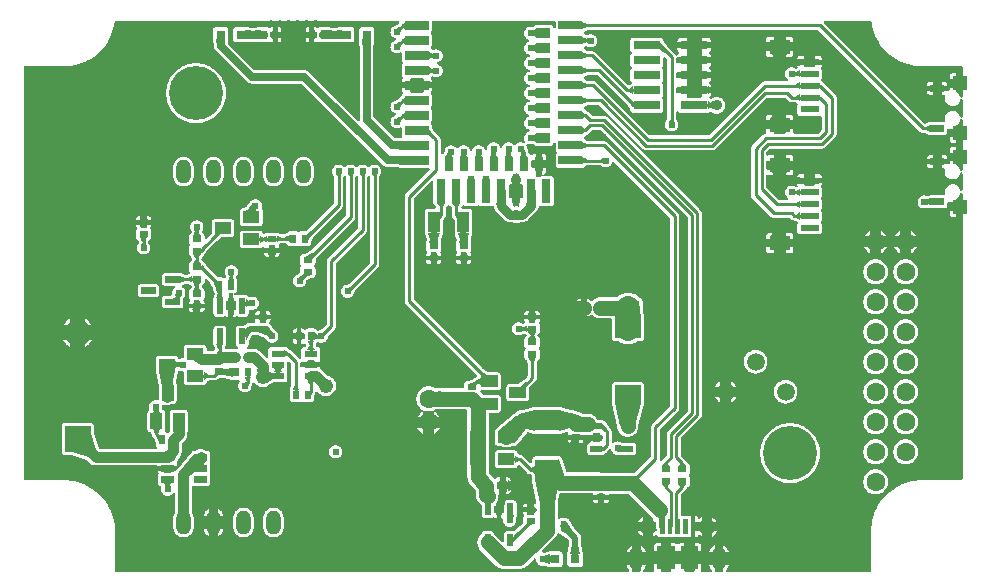
<source format=gtl>
G04 Layer: TopLayer*
G04 EasyEDA v6.4.19.5, 2021-05-22T15:38:53+02:00*
G04 3629cfa7d52e4947b918c6b19203bcd8,b771c775d4444e86a06a5321f8c966cb,10*
G04 Gerber Generator version 0.2*
G04 Scale: 100 percent, Rotated: No, Reflected: No *
G04 Dimensions in inches *
G04 leading zeros omitted , absolute positions ,3 integer and 6 decimal *
%FSLAX36Y36*%
%MOIN*%

%ADD10C,0.0100*%
%ADD11C,0.0200*%
%ADD12C,0.0500*%
%ADD13C,0.0350*%
%ADD14C,0.0250*%
%ADD15C,0.0300*%
%ADD16C,0.0800*%
%ADD17C,0.0240*%
%ADD18C,0.1800*%
%ADD19C,0.0480*%
%ADD20C,0.0360*%
%ADD21R,0.0610X0.0236*%
%ADD23R,0.0512X0.0472*%
%ADD24R,0.0315X0.0315*%
%ADD25R,0.0551X0.0394*%
%ADD26R,0.0394X0.0551*%
%ADD27R,0.0217X0.0394*%
%ADD28R,0.0394X0.0217*%
%ADD31R,0.0906X0.0295*%
%ADD32R,0.0315X0.0197*%
%ADD33R,0.0394X0.0709*%
%ADD34R,0.0787X0.0709*%
%ADD35R,0.0866X0.0591*%
%ADD36R,0.0220X0.0520*%
%ADD37R,0.0197X0.0315*%
%ADD38R,0.0709X0.0472*%
%ADD39R,0.0433X0.0236*%
%ADD40R,0.0315X0.0354*%
%ADD41R,0.0315X0.0472*%
%ADD43R,0.0787X0.0315*%
%ADD44R,0.0315X0.0787*%
%ADD45C,0.0630*%
%ADD46C,0.0532*%
%ADD47C,0.0866*%
%ADD48R,0.0866X0.0866*%
%ADD49C,0.0630*%
%ADD50C,0.0591*%
%ADD51C,0.0472*%

%LPD*%
G36*
X3014620Y-506540D02*
G01*
X3013060Y-506240D01*
X3011720Y-505360D01*
X2678279Y-171920D01*
X2677420Y-170640D01*
X2677120Y-169100D01*
X2677420Y-167560D01*
X2678279Y-166280D01*
X2679580Y-165400D01*
X2681120Y-165100D01*
X2832580Y-165100D01*
X2833960Y-165340D01*
X2835160Y-166040D01*
X2836060Y-167120D01*
X2836520Y-168420D01*
X2838540Y-180000D01*
X2841320Y-191280D01*
X2844860Y-202340D01*
X2849140Y-213120D01*
X2854160Y-223600D01*
X2859880Y-233720D01*
X2866259Y-243420D01*
X2873300Y-252659D01*
X2880960Y-261380D01*
X2889200Y-269580D01*
X2897960Y-277200D01*
X2907240Y-284180D01*
X2916960Y-290540D01*
X2927100Y-296200D01*
X2937600Y-301160D01*
X2948420Y-305400D01*
X2959500Y-308900D01*
X2970779Y-311620D01*
X2982240Y-313560D01*
X2993780Y-314720D01*
X3005059Y-315100D01*
X3135899Y-315100D01*
X3137440Y-315400D01*
X3138720Y-316280D01*
X3139600Y-317560D01*
X3139900Y-319100D01*
X3139900Y-415280D01*
X3139560Y-416900D01*
X3138600Y-418240D01*
X3137180Y-419080D01*
X3135560Y-419280D01*
X3133980Y-418800D01*
X3132740Y-417720D01*
X3132020Y-416240D01*
X3131300Y-413360D01*
X3129680Y-409540D01*
X3127460Y-406019D01*
X3124700Y-402900D01*
X3121480Y-400280D01*
X3119080Y-398900D01*
X3118020Y-398000D01*
X3117340Y-396800D01*
X3117080Y-395439D01*
X3117080Y-386640D01*
X3097340Y-386640D01*
X3097340Y-392480D01*
X3097040Y-394000D01*
X3096160Y-395300D01*
X3094860Y-396180D01*
X3093340Y-396480D01*
X3069920Y-396480D01*
X3069920Y-409980D01*
X3077960Y-409980D01*
X3079440Y-410260D01*
X3080700Y-411079D01*
X3081580Y-412299D01*
X3081960Y-413760D01*
X3081040Y-419460D01*
X3081040Y-423620D01*
X3081720Y-427720D01*
X3083039Y-431659D01*
X3084960Y-435340D01*
X3087460Y-438680D01*
X3090460Y-441560D01*
X3093880Y-443920D01*
X3097640Y-445700D01*
X3101640Y-446860D01*
X3105760Y-447360D01*
X3109920Y-447180D01*
X3113980Y-446360D01*
X3117880Y-444880D01*
X3121480Y-442800D01*
X3124700Y-440180D01*
X3127460Y-437060D01*
X3129680Y-433540D01*
X3131300Y-429720D01*
X3132020Y-426840D01*
X3132740Y-425360D01*
X3133980Y-424280D01*
X3135560Y-423800D01*
X3137180Y-424000D01*
X3138600Y-424840D01*
X3139560Y-426180D01*
X3139900Y-427800D01*
X3139900Y-482220D01*
X3139560Y-483820D01*
X3138600Y-485160D01*
X3137180Y-486000D01*
X3135560Y-486200D01*
X3133980Y-485720D01*
X3132740Y-484660D01*
X3132020Y-483180D01*
X3131300Y-480280D01*
X3129680Y-476460D01*
X3127460Y-472939D01*
X3124700Y-469840D01*
X3121480Y-467200D01*
X3117880Y-465120D01*
X3113980Y-463660D01*
X3109920Y-462819D01*
X3105760Y-462660D01*
X3101640Y-463160D01*
X3097640Y-464320D01*
X3093880Y-466100D01*
X3090460Y-468459D01*
X3087460Y-471340D01*
X3084960Y-474660D01*
X3083039Y-478340D01*
X3081720Y-482280D01*
X3081040Y-486400D01*
X3081040Y-490540D01*
X3081940Y-496240D01*
X3081580Y-497700D01*
X3080700Y-498920D01*
X3079440Y-499739D01*
X3077960Y-500020D01*
X3032220Y-500020D01*
X3029720Y-500300D01*
X3027640Y-501000D01*
X3016200Y-506180D01*
G37*

%LPC*%
G36*
X3032220Y-409980D02*
G01*
X3041300Y-409980D01*
X3041300Y-396480D01*
X3021900Y-396480D01*
X3021900Y-399660D01*
X3022180Y-402120D01*
X3022919Y-404260D01*
X3024120Y-406160D01*
X3025720Y-407760D01*
X3027620Y-408960D01*
X3029760Y-409700D01*
G37*
G36*
X3069920Y-379660D02*
G01*
X3088700Y-379660D01*
X3088700Y-372980D01*
X3088320Y-371880D01*
X3087120Y-369980D01*
X3085520Y-368380D01*
X3083600Y-367180D01*
X3081480Y-366440D01*
X3079020Y-366160D01*
X3069920Y-366160D01*
G37*
G36*
X3021900Y-379660D02*
G01*
X3041300Y-379660D01*
X3041300Y-366160D01*
X3032220Y-366160D01*
X3029760Y-366440D01*
X3027620Y-367180D01*
X3025720Y-368380D01*
X3024120Y-369980D01*
X3022919Y-371880D01*
X3022180Y-374020D01*
X3021900Y-376480D01*
G37*
G36*
X3096700Y-358020D02*
G01*
X3117080Y-358020D01*
X3117080Y-338600D01*
X3107020Y-338600D01*
X3104560Y-338880D01*
X3102420Y-339620D01*
X3100520Y-340820D01*
X3098920Y-342420D01*
X3097720Y-344320D01*
X3096980Y-346460D01*
X3096700Y-348920D01*
G37*

%LPD*%
G36*
X1645120Y-782580D02*
G01*
X1643760Y-782159D01*
X1642620Y-781260D01*
X1641879Y-780040D01*
X1641620Y-778620D01*
X1641620Y-753360D01*
X1631860Y-753360D01*
X1630320Y-753060D01*
X1629019Y-752200D01*
X1628160Y-750900D01*
X1627860Y-749360D01*
X1627860Y-713000D01*
X1628160Y-711460D01*
X1629019Y-710160D01*
X1630320Y-709300D01*
X1631860Y-709000D01*
X1641620Y-709000D01*
X1641620Y-678020D01*
X1641980Y-676400D01*
X1642940Y-675060D01*
X1644379Y-674220D01*
X1647160Y-673300D01*
X1650480Y-671120D01*
X1652020Y-670819D01*
X1653540Y-671120D01*
X1656860Y-673300D01*
X1659640Y-674220D01*
X1661060Y-675060D01*
X1662040Y-676400D01*
X1662380Y-678020D01*
X1662380Y-709000D01*
X1672160Y-709000D01*
X1673680Y-709300D01*
X1674980Y-710160D01*
X1675860Y-711460D01*
X1676160Y-713000D01*
X1676160Y-749360D01*
X1675860Y-750900D01*
X1674980Y-752200D01*
X1673680Y-753060D01*
X1672160Y-753360D01*
X1662380Y-753360D01*
X1662380Y-778620D01*
X1662120Y-780040D01*
X1661380Y-781260D01*
X1660260Y-782159D01*
X1658880Y-782580D01*
X1657440Y-782520D01*
X1656399Y-782260D01*
X1652000Y-781919D01*
X1647600Y-782260D01*
X1646560Y-782500D01*
G37*

%LPD*%
G36*
X2134800Y-1630900D02*
G01*
X2133140Y-1630600D01*
X2131740Y-1629620D01*
X2130880Y-1628160D01*
X2130700Y-1626480D01*
X2131100Y-1622780D01*
X2131100Y-1526920D01*
X2131400Y-1525380D01*
X2132280Y-1524079D01*
X2190540Y-1465820D01*
X2192540Y-1463380D01*
X2193940Y-1460780D01*
X2194800Y-1457940D01*
X2195100Y-1454800D01*
X2195100Y-815200D01*
X2194800Y-812060D01*
X2193940Y-809220D01*
X2192540Y-806620D01*
X2190540Y-804180D01*
X1954620Y-568260D01*
X1952180Y-566260D01*
X1949580Y-564860D01*
X1946740Y-564000D01*
X1943600Y-563700D01*
X1890640Y-563700D01*
X1888839Y-563280D01*
X1883120Y-560420D01*
X1882220Y-559800D01*
X1881519Y-558960D01*
X1879139Y-555360D01*
X1878839Y-553820D01*
X1879139Y-552280D01*
X1881339Y-548960D01*
X1881759Y-547700D01*
X1882300Y-546640D01*
X1883160Y-545780D01*
X1886080Y-543580D01*
X1888080Y-542740D01*
X1890680Y-541340D01*
X1893120Y-539340D01*
X1904379Y-528080D01*
X1905680Y-527200D01*
X1907220Y-526900D01*
X1931380Y-526900D01*
X1932920Y-527200D01*
X1934220Y-528080D01*
X2223320Y-817180D01*
X2224200Y-818480D01*
X2224500Y-820020D01*
X2224500Y-1462480D01*
X2224200Y-1464019D01*
X2223320Y-1465320D01*
X2158960Y-1529680D01*
X2156960Y-1532120D01*
X2155560Y-1534720D01*
X2154700Y-1537560D01*
X2154400Y-1540700D01*
X2154400Y-1610780D01*
X2154100Y-1612320D01*
X2153220Y-1613620D01*
X2139460Y-1627380D01*
X2137780Y-1629440D01*
X2136440Y-1630500D01*
G37*

%LPD*%
G36*
X319100Y-1999900D02*
G01*
X317560Y-1999600D01*
X316280Y-1998720D01*
X315400Y-1997440D01*
X315100Y-1995900D01*
X315100Y-1865060D01*
X314660Y-1853000D01*
X313460Y-1841440D01*
X311460Y-1830000D01*
X308680Y-1818720D01*
X305140Y-1807660D01*
X300860Y-1796879D01*
X295840Y-1786399D01*
X290120Y-1776279D01*
X283740Y-1766579D01*
X276700Y-1757340D01*
X269040Y-1748620D01*
X260799Y-1740420D01*
X252040Y-1732800D01*
X242760Y-1725820D01*
X233039Y-1719460D01*
X222900Y-1713800D01*
X212399Y-1708839D01*
X201580Y-1704600D01*
X190500Y-1701100D01*
X179220Y-1698380D01*
X167760Y-1696440D01*
X156220Y-1695280D01*
X144940Y-1694900D01*
X14100Y-1694900D01*
X12560Y-1694600D01*
X11279Y-1693720D01*
X10400Y-1692440D01*
X10100Y-1690900D01*
X10100Y-319100D01*
X10400Y-317560D01*
X11279Y-316280D01*
X12560Y-315400D01*
X14100Y-315100D01*
X144940Y-315100D01*
X157000Y-314660D01*
X168560Y-313460D01*
X180000Y-311460D01*
X191280Y-308680D01*
X202340Y-305140D01*
X213120Y-300860D01*
X223600Y-295840D01*
X233720Y-290120D01*
X243420Y-283740D01*
X252659Y-276700D01*
X261380Y-269040D01*
X269580Y-260799D01*
X277200Y-252040D01*
X284180Y-242760D01*
X290540Y-233039D01*
X296200Y-222900D01*
X301160Y-212399D01*
X305400Y-201580D01*
X308900Y-190500D01*
X311620Y-179220D01*
X313480Y-168420D01*
X313940Y-167120D01*
X314840Y-166040D01*
X316040Y-165340D01*
X317420Y-165100D01*
X804780Y-165100D01*
X807240Y-164820D01*
X809380Y-164080D01*
X809880Y-163760D01*
X811500Y-163180D01*
X813240Y-163340D01*
X816560Y-164420D01*
X820100Y-164899D01*
X823680Y-164740D01*
X827159Y-163960D01*
X830440Y-162540D01*
X833640Y-160440D01*
X835180Y-159840D01*
X836840Y-159920D01*
X838319Y-160660D01*
X839560Y-161640D01*
X842700Y-163320D01*
X846100Y-164420D01*
X849640Y-164899D01*
X853199Y-164740D01*
X856680Y-163960D01*
X859980Y-162540D01*
X863160Y-160440D01*
X864700Y-159840D01*
X866380Y-159920D01*
X867860Y-160660D01*
X869080Y-161640D01*
X872220Y-163320D01*
X875620Y-164420D01*
X879160Y-164899D01*
X882740Y-164740D01*
X886220Y-163960D01*
X889500Y-162540D01*
X892700Y-160440D01*
X894240Y-159840D01*
X895900Y-159920D01*
X897380Y-160660D01*
X898620Y-161640D01*
X901760Y-163320D01*
X905160Y-164420D01*
X908700Y-164899D01*
X912260Y-164740D01*
X915740Y-163960D01*
X919040Y-162540D01*
X922220Y-160440D01*
X923760Y-159840D01*
X925420Y-159920D01*
X926919Y-160660D01*
X928139Y-161640D01*
X931280Y-163320D01*
X934680Y-164420D01*
X938220Y-164899D01*
X941780Y-164740D01*
X945260Y-163960D01*
X948560Y-162540D01*
X951740Y-160440D01*
X953280Y-159840D01*
X954960Y-159920D01*
X956440Y-160660D01*
X957660Y-161640D01*
X960800Y-163320D01*
X964200Y-164420D01*
X967740Y-164899D01*
X971320Y-164740D01*
X974800Y-163960D01*
X978080Y-162540D01*
X981280Y-160440D01*
X982820Y-159840D01*
X984479Y-159920D01*
X985960Y-160660D01*
X987200Y-161640D01*
X990340Y-163320D01*
X993740Y-164420D01*
X997280Y-164899D01*
X1000840Y-164740D01*
X1004320Y-163960D01*
X1006040Y-163220D01*
X1007280Y-162920D01*
X1008560Y-163020D01*
X1009740Y-163520D01*
X1010620Y-164080D01*
X1012760Y-164820D01*
X1015220Y-165100D01*
X1258880Y-165100D01*
X1260420Y-165400D01*
X1261720Y-166280D01*
X1262580Y-167560D01*
X1262880Y-169100D01*
X1262580Y-170640D01*
X1261720Y-171920D01*
X1258120Y-175520D01*
X1256640Y-176460D01*
X1252200Y-178039D01*
X1247440Y-179240D01*
X1243960Y-180880D01*
X1240800Y-183080D01*
X1238080Y-185799D01*
X1235880Y-188960D01*
X1234240Y-192440D01*
X1233260Y-196160D01*
X1232920Y-200000D01*
X1233260Y-203840D01*
X1234240Y-207560D01*
X1235880Y-211040D01*
X1238080Y-214200D01*
X1240800Y-216920D01*
X1243960Y-219120D01*
X1247440Y-220760D01*
X1248880Y-221140D01*
X1250420Y-221940D01*
X1251460Y-223299D01*
X1251840Y-225000D01*
X1251460Y-226700D01*
X1250420Y-228060D01*
X1248880Y-228860D01*
X1247440Y-229240D01*
X1243960Y-230880D01*
X1240800Y-233080D01*
X1238080Y-235799D01*
X1235880Y-238960D01*
X1234240Y-242440D01*
X1233260Y-246160D01*
X1232920Y-250000D01*
X1233260Y-253840D01*
X1234240Y-257560D01*
X1235880Y-261040D01*
X1238080Y-264200D01*
X1240800Y-266920D01*
X1243960Y-269120D01*
X1247440Y-270760D01*
X1251160Y-271740D01*
X1255000Y-272080D01*
X1258840Y-271740D01*
X1262560Y-270760D01*
X1265940Y-269180D01*
X1267480Y-268800D01*
X1269060Y-269060D01*
X1270400Y-269920D01*
X1271300Y-271240D01*
X1271620Y-272800D01*
X1271620Y-294340D01*
X1271900Y-296820D01*
X1272640Y-298940D01*
X1274860Y-302280D01*
X1275160Y-303820D01*
X1274860Y-305360D01*
X1272640Y-308700D01*
X1271900Y-310820D01*
X1271620Y-313300D01*
X1271620Y-344340D01*
X1271900Y-346820D01*
X1272640Y-348940D01*
X1274860Y-352280D01*
X1275160Y-353820D01*
X1274860Y-355360D01*
X1272640Y-358700D01*
X1271900Y-360820D01*
X1271620Y-363300D01*
X1271620Y-368440D01*
X1298899Y-368440D01*
X1298899Y-358680D01*
X1299220Y-357140D01*
X1300080Y-355840D01*
X1301380Y-354980D01*
X1302920Y-354680D01*
X1339280Y-354680D01*
X1340820Y-354980D01*
X1342100Y-355840D01*
X1342980Y-357140D01*
X1343280Y-358680D01*
X1343280Y-368440D01*
X1370560Y-368440D01*
X1370560Y-363300D01*
X1370280Y-360820D01*
X1369540Y-358700D01*
X1367380Y-355460D01*
X1367040Y-354080D01*
X1367200Y-352660D01*
X1367860Y-351380D01*
X1368800Y-350180D01*
X1369780Y-349260D01*
X1371020Y-348720D01*
X1372360Y-348620D01*
X1373660Y-348980D01*
X1377440Y-350760D01*
X1381160Y-351740D01*
X1385000Y-352080D01*
X1388839Y-351740D01*
X1392560Y-350760D01*
X1396040Y-349120D01*
X1399199Y-346920D01*
X1401920Y-344200D01*
X1404120Y-341040D01*
X1405760Y-337560D01*
X1406740Y-333840D01*
X1407080Y-330000D01*
X1406740Y-326160D01*
X1405760Y-322440D01*
X1404120Y-318960D01*
X1401920Y-315800D01*
X1399199Y-313080D01*
X1396040Y-310880D01*
X1392560Y-309240D01*
X1391120Y-308860D01*
X1389580Y-308060D01*
X1388540Y-306700D01*
X1388160Y-305000D01*
X1388540Y-303300D01*
X1389580Y-301940D01*
X1391120Y-301140D01*
X1392560Y-300760D01*
X1396040Y-299120D01*
X1399199Y-296920D01*
X1401920Y-294200D01*
X1404120Y-291040D01*
X1405760Y-287560D01*
X1406740Y-283840D01*
X1407080Y-280000D01*
X1406740Y-276160D01*
X1405760Y-272440D01*
X1404120Y-268960D01*
X1401920Y-265800D01*
X1399199Y-263080D01*
X1396040Y-260880D01*
X1392560Y-259240D01*
X1388839Y-258260D01*
X1385000Y-257920D01*
X1381160Y-258260D01*
X1377440Y-259240D01*
X1374800Y-260479D01*
X1373400Y-260840D01*
X1371980Y-260700D01*
X1370700Y-260040D01*
X1369720Y-258980D01*
X1367340Y-255360D01*
X1367040Y-253820D01*
X1367340Y-252280D01*
X1369540Y-248939D01*
X1370280Y-246820D01*
X1370560Y-244340D01*
X1370560Y-213299D01*
X1370280Y-210820D01*
X1369540Y-208700D01*
X1367340Y-205360D01*
X1367040Y-203820D01*
X1367340Y-202280D01*
X1369540Y-198939D01*
X1370280Y-196820D01*
X1370560Y-194340D01*
X1370560Y-169100D01*
X1370860Y-167560D01*
X1371740Y-166280D01*
X1373040Y-165400D01*
X1374560Y-165100D01*
X1779440Y-165100D01*
X1780960Y-165400D01*
X1782260Y-166280D01*
X1783140Y-167560D01*
X1783440Y-169100D01*
X1783440Y-184120D01*
X1783120Y-185680D01*
X1782220Y-186980D01*
X1780880Y-187840D01*
X1779300Y-188120D01*
X1777760Y-187740D01*
X1776480Y-186800D01*
X1775660Y-185440D01*
X1775060Y-183700D01*
X1773860Y-181780D01*
X1772260Y-180200D01*
X1770340Y-179000D01*
X1768220Y-178240D01*
X1765760Y-177960D01*
X1718959Y-177960D01*
X1716500Y-178240D01*
X1714360Y-179000D01*
X1712460Y-180200D01*
X1710860Y-181780D01*
X1709460Y-183359D01*
X1707880Y-183980D01*
X1706200Y-183880D01*
X1703839Y-183260D01*
X1700000Y-182920D01*
X1696160Y-183260D01*
X1692440Y-184240D01*
X1688959Y-185880D01*
X1685800Y-188080D01*
X1683080Y-190799D01*
X1680880Y-193960D01*
X1679240Y-197440D01*
X1678260Y-201160D01*
X1677920Y-205000D01*
X1678260Y-208840D01*
X1679240Y-212560D01*
X1680880Y-216040D01*
X1683080Y-219200D01*
X1685800Y-221920D01*
X1688959Y-224120D01*
X1692520Y-225780D01*
X1693740Y-226660D01*
X1694540Y-227940D01*
X1694820Y-229420D01*
X1694540Y-230880D01*
X1693740Y-232160D01*
X1692520Y-233039D01*
X1688959Y-234700D01*
X1685800Y-236900D01*
X1683080Y-239620D01*
X1680880Y-242780D01*
X1679240Y-246260D01*
X1678260Y-249980D01*
X1677920Y-253820D01*
X1678260Y-257659D01*
X1679240Y-261380D01*
X1680880Y-264860D01*
X1683080Y-268020D01*
X1685800Y-270740D01*
X1688959Y-272940D01*
X1692440Y-274580D01*
X1696080Y-275540D01*
X1697620Y-276340D01*
X1698660Y-277720D01*
X1699040Y-279420D01*
X1698660Y-281100D01*
X1697620Y-282480D01*
X1696080Y-283280D01*
X1692440Y-284240D01*
X1688959Y-285880D01*
X1685800Y-288080D01*
X1683080Y-290800D01*
X1680880Y-293960D01*
X1679240Y-297440D01*
X1678260Y-301160D01*
X1677920Y-305000D01*
X1678260Y-308840D01*
X1679240Y-312560D01*
X1680880Y-316040D01*
X1683080Y-319200D01*
X1685800Y-321920D01*
X1688959Y-324120D01*
X1692440Y-325760D01*
X1693880Y-326140D01*
X1695420Y-326940D01*
X1696459Y-328300D01*
X1696840Y-330000D01*
X1696459Y-331700D01*
X1695420Y-333060D01*
X1693880Y-333860D01*
X1692440Y-334240D01*
X1688959Y-335880D01*
X1685800Y-338080D01*
X1683080Y-340800D01*
X1680880Y-343960D01*
X1679240Y-347440D01*
X1678260Y-351160D01*
X1677920Y-355000D01*
X1678260Y-358840D01*
X1679240Y-362560D01*
X1680880Y-366040D01*
X1683080Y-369200D01*
X1685800Y-371920D01*
X1688959Y-374120D01*
X1692440Y-375760D01*
X1693880Y-376140D01*
X1695420Y-376940D01*
X1696459Y-378300D01*
X1696840Y-380000D01*
X1696459Y-381700D01*
X1695420Y-383060D01*
X1693880Y-383860D01*
X1692440Y-384240D01*
X1688959Y-385880D01*
X1685800Y-388080D01*
X1683080Y-390800D01*
X1680880Y-393960D01*
X1679240Y-397440D01*
X1678260Y-401160D01*
X1677920Y-405000D01*
X1678260Y-408840D01*
X1679240Y-412560D01*
X1680880Y-416040D01*
X1683080Y-419200D01*
X1685800Y-421920D01*
X1688959Y-424120D01*
X1692440Y-425760D01*
X1693880Y-426140D01*
X1695420Y-426940D01*
X1696459Y-428300D01*
X1696840Y-430000D01*
X1696459Y-431700D01*
X1695420Y-433060D01*
X1693880Y-433860D01*
X1692440Y-434240D01*
X1688959Y-435880D01*
X1685800Y-438080D01*
X1683080Y-440800D01*
X1680880Y-443960D01*
X1679240Y-447440D01*
X1678260Y-451160D01*
X1677920Y-455000D01*
X1678260Y-458840D01*
X1679240Y-462560D01*
X1680880Y-466040D01*
X1683080Y-469200D01*
X1685800Y-471920D01*
X1688959Y-474120D01*
X1692520Y-475780D01*
X1693740Y-476659D01*
X1694540Y-477939D01*
X1694820Y-479420D01*
X1694540Y-480880D01*
X1693740Y-482160D01*
X1692520Y-483040D01*
X1688959Y-484700D01*
X1685800Y-486900D01*
X1683080Y-489620D01*
X1680880Y-492780D01*
X1679240Y-496260D01*
X1678260Y-499980D01*
X1677920Y-503820D01*
X1678260Y-507660D01*
X1679240Y-511380D01*
X1680880Y-514860D01*
X1683080Y-518020D01*
X1685800Y-520740D01*
X1688959Y-522939D01*
X1692440Y-524580D01*
X1693880Y-524960D01*
X1695420Y-525760D01*
X1696459Y-527120D01*
X1696840Y-528820D01*
X1696459Y-530520D01*
X1695420Y-531880D01*
X1693880Y-532680D01*
X1692440Y-533060D01*
X1688959Y-534700D01*
X1685800Y-536900D01*
X1683080Y-539620D01*
X1680880Y-542780D01*
X1679240Y-546260D01*
X1678260Y-549980D01*
X1677920Y-553820D01*
X1678260Y-557660D01*
X1679240Y-561380D01*
X1680600Y-564260D01*
X1680960Y-565840D01*
X1680680Y-567420D01*
X1679800Y-568780D01*
X1678440Y-569660D01*
X1676860Y-569940D01*
X1675280Y-569580D01*
X1674580Y-569240D01*
X1670860Y-568260D01*
X1667020Y-567920D01*
X1663180Y-568260D01*
X1659460Y-569240D01*
X1655980Y-570880D01*
X1652820Y-573080D01*
X1649840Y-576060D01*
X1648540Y-576920D01*
X1647000Y-577220D01*
X1645480Y-576920D01*
X1644180Y-576060D01*
X1641220Y-573080D01*
X1638060Y-570880D01*
X1634580Y-569240D01*
X1630860Y-568260D01*
X1627020Y-567920D01*
X1623180Y-568260D01*
X1619460Y-569240D01*
X1615980Y-570880D01*
X1612820Y-573080D01*
X1610100Y-575800D01*
X1607900Y-578960D01*
X1606260Y-582440D01*
X1605880Y-583880D01*
X1605080Y-585420D01*
X1603720Y-586460D01*
X1602020Y-586840D01*
X1600320Y-586460D01*
X1598959Y-585420D01*
X1598160Y-583880D01*
X1597780Y-582440D01*
X1596140Y-578960D01*
X1593940Y-575800D01*
X1591220Y-573080D01*
X1588060Y-570880D01*
X1584580Y-569240D01*
X1580860Y-568260D01*
X1577020Y-567920D01*
X1573180Y-568260D01*
X1569460Y-569240D01*
X1565980Y-570880D01*
X1562820Y-573080D01*
X1560100Y-575800D01*
X1557900Y-578960D01*
X1556260Y-582440D01*
X1555280Y-586160D01*
X1554920Y-590120D01*
X1554400Y-591780D01*
X1553240Y-593060D01*
X1551639Y-593720D01*
X1549900Y-593640D01*
X1548360Y-592840D01*
X1547320Y-591460D01*
X1546140Y-588960D01*
X1543940Y-585800D01*
X1541220Y-583080D01*
X1538060Y-580880D01*
X1534580Y-579240D01*
X1530860Y-578260D01*
X1527020Y-577920D01*
X1523180Y-578260D01*
X1519460Y-579240D01*
X1515980Y-580880D01*
X1512820Y-583080D01*
X1510100Y-585800D01*
X1507900Y-588960D01*
X1506260Y-592440D01*
X1505880Y-593880D01*
X1505080Y-595420D01*
X1503720Y-596460D01*
X1502020Y-596840D01*
X1500320Y-596460D01*
X1498959Y-595420D01*
X1498160Y-593880D01*
X1497780Y-592440D01*
X1496140Y-588960D01*
X1493940Y-585800D01*
X1491220Y-583080D01*
X1488060Y-580880D01*
X1484580Y-579240D01*
X1480860Y-578260D01*
X1477020Y-577920D01*
X1473180Y-578260D01*
X1469460Y-579240D01*
X1465980Y-580880D01*
X1462820Y-583080D01*
X1460100Y-585800D01*
X1459280Y-586960D01*
X1458180Y-588020D01*
X1456780Y-588600D01*
X1455240Y-588600D01*
X1453839Y-588020D01*
X1452740Y-586960D01*
X1451920Y-585800D01*
X1449199Y-583080D01*
X1446040Y-580880D01*
X1442560Y-579240D01*
X1438839Y-578260D01*
X1435000Y-577920D01*
X1431160Y-578260D01*
X1427440Y-579240D01*
X1423959Y-580880D01*
X1420800Y-583080D01*
X1418080Y-585800D01*
X1415880Y-588960D01*
X1414240Y-592440D01*
X1413260Y-596160D01*
X1412920Y-600000D01*
X1413020Y-601180D01*
X1412860Y-602740D01*
X1412100Y-604100D01*
X1410440Y-606080D01*
X1409660Y-606820D01*
X1408700Y-607300D01*
X1406900Y-607940D01*
X1406220Y-608360D01*
X1404640Y-608920D01*
X1402940Y-608800D01*
X1401459Y-607980D01*
X1400460Y-606620D01*
X1400100Y-604960D01*
X1400100Y-560200D01*
X1399800Y-557060D01*
X1398940Y-554220D01*
X1397540Y-551620D01*
X1395540Y-549180D01*
X1383000Y-536580D01*
X1371339Y-520700D01*
X1370760Y-519580D01*
X1370560Y-518340D01*
X1370560Y-513300D01*
X1370280Y-510820D01*
X1369540Y-508700D01*
X1367340Y-505360D01*
X1367040Y-503820D01*
X1367340Y-502280D01*
X1369540Y-498940D01*
X1370280Y-496820D01*
X1370560Y-494340D01*
X1370560Y-463300D01*
X1370280Y-460820D01*
X1369540Y-458700D01*
X1367340Y-455360D01*
X1367040Y-453820D01*
X1367340Y-452280D01*
X1369540Y-448940D01*
X1370280Y-446820D01*
X1370560Y-444340D01*
X1370560Y-413300D01*
X1370280Y-410820D01*
X1369540Y-408700D01*
X1367340Y-405360D01*
X1367040Y-403820D01*
X1367340Y-402280D01*
X1369540Y-398940D01*
X1370280Y-396820D01*
X1370560Y-394340D01*
X1370560Y-389200D01*
X1343280Y-389200D01*
X1343280Y-398980D01*
X1342980Y-400500D01*
X1342100Y-401800D01*
X1340820Y-402660D01*
X1339280Y-402980D01*
X1302920Y-402980D01*
X1301380Y-402660D01*
X1300080Y-401800D01*
X1299220Y-400500D01*
X1298899Y-398980D01*
X1298899Y-389200D01*
X1271620Y-389200D01*
X1271620Y-394340D01*
X1271900Y-396820D01*
X1272640Y-398940D01*
X1274860Y-402280D01*
X1275160Y-403820D01*
X1274860Y-405360D01*
X1272640Y-408700D01*
X1271900Y-410820D01*
X1271540Y-412840D01*
X1270640Y-414320D01*
X1269300Y-415480D01*
X1267820Y-416260D01*
X1265380Y-418260D01*
X1258120Y-425520D01*
X1256640Y-426460D01*
X1252200Y-428040D01*
X1247440Y-429240D01*
X1243960Y-430880D01*
X1240800Y-433080D01*
X1238080Y-435800D01*
X1235880Y-438960D01*
X1234240Y-442440D01*
X1233260Y-446160D01*
X1232920Y-450000D01*
X1233260Y-453840D01*
X1234240Y-457560D01*
X1235880Y-461040D01*
X1238080Y-464200D01*
X1240800Y-466920D01*
X1243960Y-469120D01*
X1247440Y-470760D01*
X1248880Y-471140D01*
X1250420Y-471940D01*
X1251460Y-473300D01*
X1251840Y-475000D01*
X1251460Y-476700D01*
X1250420Y-478060D01*
X1248880Y-478860D01*
X1247440Y-479240D01*
X1243960Y-480880D01*
X1240800Y-483080D01*
X1238080Y-485800D01*
X1235880Y-488960D01*
X1234240Y-492440D01*
X1233260Y-496160D01*
X1232920Y-500000D01*
X1233260Y-503840D01*
X1234240Y-507560D01*
X1235880Y-511040D01*
X1238080Y-514200D01*
X1240800Y-516920D01*
X1243960Y-519120D01*
X1247440Y-520760D01*
X1251160Y-521740D01*
X1255000Y-522080D01*
X1258840Y-521740D01*
X1262560Y-520760D01*
X1265940Y-519180D01*
X1267480Y-518800D01*
X1269060Y-519060D01*
X1270400Y-519920D01*
X1271300Y-521240D01*
X1271620Y-522800D01*
X1271620Y-544340D01*
X1271900Y-546820D01*
X1272580Y-548720D01*
X1272800Y-550160D01*
X1272500Y-551580D01*
X1271700Y-552800D01*
X1270540Y-553660D01*
X1269140Y-554040D01*
X1249660Y-555700D01*
X1247960Y-555460D01*
X1246500Y-554540D01*
X1177280Y-485319D01*
X1176400Y-484020D01*
X1176100Y-482480D01*
X1176120Y-263520D01*
X1179340Y-225660D01*
X1179340Y-194480D01*
X1179080Y-192020D01*
X1178320Y-189880D01*
X1177120Y-187979D01*
X1175520Y-186380D01*
X1173620Y-185180D01*
X1171480Y-184420D01*
X1169020Y-184160D01*
X1137980Y-184160D01*
X1135520Y-184420D01*
X1133380Y-185180D01*
X1131480Y-186380D01*
X1129880Y-187979D01*
X1128680Y-189880D01*
X1127920Y-192020D01*
X1127660Y-194480D01*
X1127700Y-226700D01*
X1130900Y-263840D01*
X1130900Y-493340D01*
X1130960Y-494020D01*
X1130760Y-495620D01*
X1129960Y-497020D01*
X1128660Y-497980D01*
X1127080Y-498360D01*
X1125500Y-498060D01*
X1124140Y-497180D01*
X961100Y-334140D01*
X958120Y-331620D01*
X954920Y-329700D01*
X951440Y-328360D01*
X947760Y-327580D01*
X944880Y-327400D01*
X781020Y-327400D01*
X779479Y-327100D01*
X778180Y-326220D01*
X691919Y-239940D01*
X691180Y-238939D01*
X690780Y-237760D01*
X690780Y-236500D01*
X692200Y-227460D01*
X692340Y-225600D01*
X692340Y-194480D01*
X692080Y-192020D01*
X691320Y-189880D01*
X690120Y-187979D01*
X688520Y-186380D01*
X686620Y-185180D01*
X684479Y-184420D01*
X682020Y-184160D01*
X650980Y-184160D01*
X648520Y-184420D01*
X646380Y-185180D01*
X644479Y-186380D01*
X642880Y-187979D01*
X641680Y-189880D01*
X640920Y-192020D01*
X640660Y-194480D01*
X640660Y-225600D01*
X640800Y-227460D01*
X644040Y-248160D01*
X644220Y-250219D01*
X645140Y-253840D01*
X646640Y-257240D01*
X648700Y-260400D01*
X650600Y-262560D01*
X753900Y-365860D01*
X756880Y-368380D01*
X760080Y-370300D01*
X763560Y-371640D01*
X767240Y-372420D01*
X770120Y-372600D01*
X933980Y-372600D01*
X935520Y-372900D01*
X936820Y-373780D01*
X1207700Y-644659D01*
X1210680Y-647180D01*
X1213880Y-649100D01*
X1217360Y-650440D01*
X1221040Y-651220D01*
X1223920Y-651400D01*
X1243940Y-651420D01*
X1280680Y-654640D01*
X1359319Y-654680D01*
X1360840Y-654980D01*
X1362140Y-655840D01*
X1363020Y-657140D01*
X1363320Y-658680D01*
X1363020Y-660200D01*
X1362140Y-661500D01*
X1284460Y-739180D01*
X1282460Y-741620D01*
X1281060Y-744220D01*
X1280200Y-747060D01*
X1279900Y-750200D01*
X1279900Y-1097400D01*
X1280200Y-1100540D01*
X1281060Y-1103380D01*
X1282460Y-1105980D01*
X1284460Y-1108420D01*
X1513680Y-1337640D01*
X1520180Y-1344500D01*
X1521020Y-1345860D01*
X1521260Y-1347460D01*
X1520840Y-1349019D01*
X1519860Y-1350300D01*
X1518440Y-1351080D01*
X1517120Y-1351459D01*
X1514520Y-1352860D01*
X1512080Y-1354860D01*
X1511260Y-1355680D01*
X1509960Y-1356540D01*
X1494800Y-1362820D01*
X1493280Y-1363120D01*
X1489680Y-1363120D01*
X1487220Y-1363400D01*
X1485100Y-1364139D01*
X1483180Y-1365340D01*
X1481579Y-1366940D01*
X1480380Y-1368860D01*
X1479640Y-1370980D01*
X1479360Y-1373440D01*
X1479360Y-1384620D01*
X1479019Y-1386240D01*
X1478040Y-1387580D01*
X1476600Y-1388420D01*
X1474940Y-1388580D01*
X1473100Y-1388400D01*
X1470520Y-1388300D01*
X1383400Y-1388300D01*
X1382240Y-1388120D01*
X1375920Y-1384960D01*
X1370760Y-1383220D01*
X1365420Y-1382160D01*
X1360000Y-1381800D01*
X1354580Y-1382160D01*
X1349240Y-1383220D01*
X1344079Y-1384960D01*
X1339199Y-1387360D01*
X1334680Y-1390400D01*
X1330600Y-1393980D01*
X1327000Y-1398060D01*
X1323980Y-1402600D01*
X1321579Y-1407480D01*
X1319820Y-1412620D01*
X1318760Y-1417960D01*
X1318420Y-1423380D01*
X1318760Y-1428820D01*
X1319820Y-1434139D01*
X1321579Y-1439300D01*
X1323980Y-1444180D01*
X1327000Y-1448700D01*
X1330600Y-1452800D01*
X1334680Y-1456380D01*
X1339240Y-1459420D01*
X1340360Y-1460540D01*
X1340940Y-1461980D01*
X1340940Y-1463540D01*
X1340360Y-1464980D01*
X1339240Y-1466080D01*
X1334680Y-1469139D01*
X1330600Y-1472720D01*
X1327000Y-1476800D01*
X1323980Y-1481339D01*
X1322720Y-1483880D01*
X1341759Y-1483880D01*
X1341759Y-1466600D01*
X1342040Y-1465120D01*
X1342860Y-1463839D01*
X1344079Y-1462960D01*
X1345540Y-1462600D01*
X1347040Y-1462800D01*
X1349240Y-1463560D01*
X1354580Y-1464620D01*
X1360000Y-1464980D01*
X1365420Y-1464620D01*
X1370760Y-1463560D01*
X1372960Y-1462800D01*
X1374460Y-1462600D01*
X1375920Y-1462960D01*
X1377140Y-1463839D01*
X1377960Y-1465120D01*
X1378240Y-1466600D01*
X1378240Y-1483880D01*
X1397280Y-1483880D01*
X1396020Y-1481339D01*
X1393000Y-1476800D01*
X1389400Y-1472720D01*
X1385320Y-1469139D01*
X1380760Y-1466080D01*
X1379640Y-1464980D01*
X1379060Y-1463540D01*
X1379060Y-1461980D01*
X1379640Y-1460540D01*
X1381140Y-1459180D01*
X1382200Y-1458680D01*
X1383360Y-1458500D01*
X1464700Y-1458500D01*
X1468700Y-1459000D01*
X1471279Y-1459100D01*
X1485700Y-1459100D01*
X1487240Y-1459400D01*
X1488520Y-1460280D01*
X1489400Y-1461560D01*
X1489700Y-1463100D01*
X1489700Y-1492960D01*
X1487100Y-1567680D01*
X1487100Y-1607820D01*
X1489700Y-1682680D01*
X1489780Y-1687540D01*
X1490060Y-1690100D01*
X1490500Y-1692500D01*
X1491120Y-1695000D01*
X1491900Y-1697300D01*
X1492880Y-1699680D01*
X1493959Y-1701860D01*
X1495280Y-1704079D01*
X1496660Y-1706080D01*
X1498280Y-1708080D01*
X1499980Y-1709920D01*
X1516140Y-1726140D01*
X1517000Y-1727420D01*
X1517300Y-1728959D01*
X1517300Y-1742720D01*
X1517400Y-1745300D01*
X1517660Y-1747800D01*
X1518100Y-1750260D01*
X1518720Y-1752680D01*
X1519520Y-1755060D01*
X1520480Y-1757380D01*
X1521600Y-1759620D01*
X1522880Y-1761780D01*
X1524300Y-1763839D01*
X1525880Y-1765780D01*
X1527640Y-1767660D01*
X1532680Y-1772720D01*
X1535300Y-1774980D01*
X1536320Y-1776339D01*
X1536680Y-1778000D01*
X1536680Y-1811040D01*
X1536960Y-1813500D01*
X1537700Y-1815640D01*
X1538899Y-1817540D01*
X1540500Y-1819139D01*
X1542400Y-1820340D01*
X1544540Y-1821080D01*
X1547000Y-1821360D01*
X1568200Y-1821360D01*
X1570660Y-1821080D01*
X1572800Y-1820340D01*
X1574180Y-1819480D01*
X1575560Y-1818940D01*
X1577040Y-1818940D01*
X1578420Y-1819480D01*
X1579800Y-1820340D01*
X1581940Y-1821080D01*
X1584400Y-1821360D01*
X1587080Y-1821360D01*
X1587080Y-1803920D01*
X1582520Y-1803920D01*
X1581000Y-1803620D01*
X1579700Y-1802740D01*
X1578839Y-1801459D01*
X1578520Y-1799920D01*
X1578520Y-1783240D01*
X1578839Y-1781699D01*
X1579700Y-1780400D01*
X1581000Y-1779540D01*
X1582520Y-1779240D01*
X1587080Y-1779240D01*
X1587080Y-1768020D01*
X1587240Y-1766900D01*
X1587720Y-1765860D01*
X1588400Y-1764820D01*
X1590480Y-1760260D01*
X1591879Y-1755460D01*
X1592600Y-1750500D01*
X1592600Y-1745500D01*
X1592680Y-1743440D01*
X1593480Y-1741960D01*
X1594840Y-1740940D01*
X1596500Y-1740580D01*
X1597180Y-1740580D01*
X1597180Y-1724120D01*
X1591500Y-1724120D01*
X1589960Y-1723800D01*
X1588680Y-1722940D01*
X1587800Y-1721639D01*
X1587500Y-1720120D01*
X1587500Y-1712860D01*
X1587420Y-1710360D01*
X1587140Y-1707800D01*
X1586840Y-1706100D01*
X1586900Y-1704379D01*
X1587700Y-1702840D01*
X1589079Y-1701780D01*
X1590780Y-1701399D01*
X1597180Y-1701399D01*
X1597180Y-1684940D01*
X1592040Y-1684940D01*
X1589560Y-1685220D01*
X1587440Y-1685960D01*
X1585520Y-1687160D01*
X1583760Y-1688920D01*
X1582420Y-1689800D01*
X1580860Y-1690100D01*
X1579300Y-1689760D01*
X1578000Y-1688820D01*
X1561519Y-1672220D01*
X1560620Y-1670860D01*
X1560340Y-1669259D01*
X1562420Y-1607400D01*
X1562400Y-1567700D01*
X1559900Y-1492840D01*
X1559900Y-1473940D01*
X1560200Y-1472420D01*
X1561080Y-1471120D01*
X1562360Y-1470240D01*
X1563899Y-1469940D01*
X1590100Y-1469940D01*
X1592560Y-1469660D01*
X1594680Y-1468920D01*
X1596600Y-1467720D01*
X1598200Y-1466120D01*
X1599400Y-1464220D01*
X1600140Y-1462080D01*
X1600420Y-1459620D01*
X1600420Y-1420700D01*
X1600140Y-1418240D01*
X1599400Y-1416100D01*
X1598200Y-1414199D01*
X1596600Y-1412600D01*
X1594680Y-1411399D01*
X1592560Y-1410640D01*
X1590100Y-1410380D01*
X1543660Y-1410380D01*
X1542140Y-1410060D01*
X1540840Y-1409199D01*
X1533600Y-1401960D01*
X1532740Y-1400660D01*
X1532440Y-1399139D01*
X1532740Y-1397600D01*
X1533600Y-1396300D01*
X1534900Y-1395440D01*
X1536440Y-1395140D01*
X1590100Y-1395140D01*
X1592560Y-1394860D01*
X1594680Y-1394120D01*
X1596600Y-1392920D01*
X1598200Y-1391320D01*
X1599400Y-1389400D01*
X1600140Y-1387280D01*
X1600420Y-1384820D01*
X1600420Y-1345900D01*
X1600140Y-1343420D01*
X1599400Y-1341300D01*
X1598200Y-1339379D01*
X1596600Y-1337800D01*
X1594680Y-1336600D01*
X1592560Y-1335840D01*
X1590100Y-1335560D01*
X1560180Y-1335560D01*
X1558940Y-1335360D01*
X1557820Y-1334800D01*
X1541540Y-1322780D01*
X1311279Y-1092520D01*
X1310400Y-1091220D01*
X1310100Y-1089680D01*
X1310100Y-757920D01*
X1310400Y-756380D01*
X1311279Y-755080D01*
X1369319Y-697020D01*
X1370620Y-696160D01*
X1372160Y-695860D01*
X1373680Y-696160D01*
X1374980Y-697020D01*
X1375860Y-698319D01*
X1376160Y-699860D01*
X1376160Y-770320D01*
X1376440Y-772800D01*
X1377180Y-774920D01*
X1378380Y-776840D01*
X1379980Y-778420D01*
X1382240Y-779840D01*
X1383060Y-780540D01*
X1383680Y-781440D01*
X1384800Y-783680D01*
X1385220Y-785240D01*
X1384980Y-786840D01*
X1384120Y-788220D01*
X1382800Y-789140D01*
X1381220Y-789460D01*
X1358320Y-789460D01*
X1355860Y-789740D01*
X1353740Y-790500D01*
X1351819Y-791700D01*
X1350220Y-793280D01*
X1349019Y-795200D01*
X1348280Y-797320D01*
X1348000Y-799800D01*
X1348000Y-870200D01*
X1348300Y-872840D01*
X1353560Y-890340D01*
X1353720Y-891300D01*
X1353640Y-892300D01*
X1351399Y-903240D01*
X1351160Y-905680D01*
X1351160Y-924940D01*
X1351440Y-927400D01*
X1352180Y-929539D01*
X1353380Y-931440D01*
X1354120Y-932180D01*
X1354980Y-933480D01*
X1355280Y-935000D01*
X1354980Y-936540D01*
X1354120Y-937840D01*
X1353380Y-938560D01*
X1352180Y-940480D01*
X1351440Y-942600D01*
X1351160Y-945060D01*
X1351160Y-947260D01*
X1366620Y-947260D01*
X1366620Y-939260D01*
X1366940Y-937720D01*
X1367800Y-936440D01*
X1369100Y-935560D01*
X1370620Y-935260D01*
X1375720Y-935280D01*
X1376800Y-935380D01*
X1378560Y-935260D01*
X1383380Y-935260D01*
X1384900Y-935560D01*
X1386200Y-936440D01*
X1387080Y-937720D01*
X1387380Y-939260D01*
X1387380Y-947260D01*
X1402860Y-947260D01*
X1402860Y-945060D01*
X1402580Y-942600D01*
X1401819Y-940480D01*
X1400620Y-938560D01*
X1399900Y-937840D01*
X1399019Y-936540D01*
X1398720Y-935000D01*
X1399019Y-933480D01*
X1399900Y-932180D01*
X1400620Y-931440D01*
X1401819Y-929539D01*
X1402580Y-927400D01*
X1402860Y-924940D01*
X1402860Y-905660D01*
X1402660Y-903520D01*
X1400840Y-893259D01*
X1400780Y-892260D01*
X1400980Y-891260D01*
X1406980Y-873820D01*
X1407500Y-871500D01*
X1407580Y-870320D01*
X1407580Y-830879D01*
X1407940Y-829220D01*
X1410140Y-824380D01*
X1410960Y-823199D01*
X1412540Y-821620D01*
X1414540Y-819180D01*
X1415940Y-816580D01*
X1416800Y-813740D01*
X1417100Y-810600D01*
X1417100Y-788840D01*
X1417520Y-787039D01*
X1420320Y-781440D01*
X1420940Y-780560D01*
X1421759Y-779860D01*
X1425480Y-777420D01*
X1427000Y-777120D01*
X1428540Y-777420D01*
X1432240Y-779840D01*
X1433060Y-780540D01*
X1433680Y-781440D01*
X1436480Y-787039D01*
X1436900Y-788820D01*
X1436900Y-810600D01*
X1437200Y-813740D01*
X1438060Y-816580D01*
X1439460Y-819180D01*
X1441459Y-821620D01*
X1445180Y-825340D01*
X1445920Y-826360D01*
X1446380Y-828040D01*
X1446420Y-870340D01*
X1446699Y-872700D01*
X1447020Y-873820D01*
X1453020Y-891260D01*
X1453220Y-892260D01*
X1453180Y-893259D01*
X1451339Y-903520D01*
X1451160Y-905660D01*
X1451160Y-924940D01*
X1451440Y-927400D01*
X1452180Y-929539D01*
X1453380Y-931440D01*
X1454120Y-932180D01*
X1454980Y-933480D01*
X1455280Y-935000D01*
X1454980Y-936540D01*
X1454120Y-937840D01*
X1453380Y-938560D01*
X1452180Y-940480D01*
X1451440Y-942600D01*
X1451160Y-945060D01*
X1451160Y-947260D01*
X1466620Y-947260D01*
X1466620Y-939260D01*
X1466940Y-937720D01*
X1467800Y-936440D01*
X1469100Y-935560D01*
X1470620Y-935260D01*
X1475760Y-935280D01*
X1477200Y-935380D01*
X1478660Y-935260D01*
X1483380Y-935260D01*
X1484900Y-935560D01*
X1486200Y-936440D01*
X1487080Y-937720D01*
X1487380Y-939260D01*
X1487380Y-947260D01*
X1502860Y-947260D01*
X1502860Y-945060D01*
X1502580Y-942600D01*
X1501819Y-940480D01*
X1500620Y-938560D01*
X1499900Y-937840D01*
X1499019Y-936540D01*
X1498720Y-935000D01*
X1499019Y-933480D01*
X1499900Y-932180D01*
X1500620Y-931440D01*
X1501819Y-929539D01*
X1502580Y-927400D01*
X1502860Y-924940D01*
X1502860Y-905680D01*
X1502600Y-903240D01*
X1500360Y-892280D01*
X1500280Y-891300D01*
X1500440Y-890340D01*
X1505700Y-872840D01*
X1506000Y-870200D01*
X1506000Y-799800D01*
X1505720Y-797320D01*
X1504980Y-795200D01*
X1503779Y-793280D01*
X1502180Y-791700D01*
X1500260Y-790500D01*
X1498140Y-789740D01*
X1495680Y-789460D01*
X1472780Y-789460D01*
X1471200Y-789140D01*
X1469880Y-788220D01*
X1469019Y-786840D01*
X1468779Y-785240D01*
X1469199Y-783680D01*
X1470320Y-781440D01*
X1470940Y-780560D01*
X1471759Y-779860D01*
X1475480Y-777420D01*
X1477000Y-777120D01*
X1478540Y-777420D01*
X1481879Y-779620D01*
X1484019Y-780380D01*
X1486480Y-780660D01*
X1517540Y-780660D01*
X1520000Y-780380D01*
X1522120Y-779620D01*
X1525480Y-777420D01*
X1527000Y-777120D01*
X1528540Y-777420D01*
X1531879Y-779620D01*
X1534019Y-780380D01*
X1536480Y-780660D01*
X1567540Y-780660D01*
X1570060Y-780360D01*
X1571940Y-779780D01*
X1573640Y-779640D01*
X1575260Y-780220D01*
X1576480Y-781420D01*
X1577080Y-783020D01*
X1577240Y-784040D01*
X1577960Y-787240D01*
X1579480Y-791100D01*
X1579880Y-791880D01*
X1581620Y-794659D01*
X1584340Y-797840D01*
X1614160Y-827660D01*
X1617340Y-830380D01*
X1620120Y-832120D01*
X1620900Y-832520D01*
X1624760Y-834040D01*
X1628820Y-834900D01*
X1632120Y-835100D01*
X1638640Y-835100D01*
X1640160Y-835400D01*
X1643320Y-836720D01*
X1647600Y-837740D01*
X1652000Y-838080D01*
X1656399Y-837740D01*
X1660680Y-836720D01*
X1663839Y-835400D01*
X1665360Y-835100D01*
X1671879Y-835100D01*
X1675180Y-834900D01*
X1679240Y-834040D01*
X1683100Y-832520D01*
X1683880Y-832120D01*
X1686660Y-830380D01*
X1689840Y-827660D01*
X1719660Y-797840D01*
X1722380Y-794659D01*
X1724120Y-791880D01*
X1724520Y-791100D01*
X1726040Y-787240D01*
X1726759Y-784060D01*
X1726920Y-782960D01*
X1727540Y-781320D01*
X1728800Y-780100D01*
X1730460Y-779539D01*
X1732200Y-779740D01*
X1734019Y-780380D01*
X1736480Y-780660D01*
X1767540Y-780660D01*
X1770000Y-780380D01*
X1772120Y-779620D01*
X1774040Y-778420D01*
X1775640Y-776840D01*
X1776840Y-774920D01*
X1777580Y-772800D01*
X1777860Y-770320D01*
X1777860Y-692039D01*
X1777580Y-689560D01*
X1776840Y-687440D01*
X1775640Y-685520D01*
X1774040Y-683940D01*
X1772120Y-682740D01*
X1770000Y-681979D01*
X1767540Y-681720D01*
X1746720Y-681720D01*
X1745160Y-681400D01*
X1743839Y-680500D01*
X1742980Y-679160D01*
X1742720Y-677580D01*
X1743080Y-676040D01*
X1744019Y-674740D01*
X1745400Y-673940D01*
X1747120Y-673319D01*
X1749040Y-672120D01*
X1750640Y-670540D01*
X1751840Y-668620D01*
X1752580Y-666500D01*
X1752860Y-664020D01*
X1752860Y-654940D01*
X1737380Y-654940D01*
X1737380Y-678040D01*
X1737040Y-679659D01*
X1736060Y-681000D01*
X1734640Y-681840D01*
X1731860Y-682760D01*
X1728540Y-684940D01*
X1727000Y-685240D01*
X1725480Y-684940D01*
X1722160Y-682760D01*
X1719379Y-681840D01*
X1717940Y-681000D01*
X1716980Y-679659D01*
X1716620Y-678040D01*
X1716620Y-654940D01*
X1706860Y-654940D01*
X1705340Y-654640D01*
X1704040Y-653760D01*
X1703160Y-652480D01*
X1702860Y-650939D01*
X1702860Y-630320D01*
X1703160Y-628780D01*
X1704040Y-627500D01*
X1705340Y-626620D01*
X1706860Y-626320D01*
X1716620Y-626320D01*
X1716620Y-606920D01*
X1711480Y-606920D01*
X1709019Y-607180D01*
X1706879Y-607940D01*
X1703540Y-610140D01*
X1702020Y-610440D01*
X1700480Y-610140D01*
X1696800Y-607720D01*
X1695980Y-607020D01*
X1695360Y-606120D01*
X1692360Y-600120D01*
X1691960Y-598740D01*
X1691800Y-597060D01*
X1690940Y-594220D01*
X1690300Y-593040D01*
X1689920Y-591980D01*
X1688820Y-586740D01*
X1688760Y-586160D01*
X1687780Y-582440D01*
X1686420Y-579560D01*
X1686060Y-577980D01*
X1686339Y-576400D01*
X1687220Y-575040D01*
X1688580Y-574160D01*
X1690160Y-573880D01*
X1691740Y-574240D01*
X1692440Y-574580D01*
X1696160Y-575560D01*
X1700000Y-575900D01*
X1703839Y-575560D01*
X1706920Y-574740D01*
X1708300Y-574620D01*
X1709640Y-574980D01*
X1710780Y-575780D01*
X1712460Y-577440D01*
X1714360Y-578640D01*
X1716500Y-579400D01*
X1718959Y-579680D01*
X1765760Y-579680D01*
X1768220Y-579400D01*
X1770340Y-578640D01*
X1772260Y-577440D01*
X1773860Y-575860D01*
X1775060Y-573940D01*
X1775660Y-572200D01*
X1776480Y-570840D01*
X1777760Y-569900D01*
X1779300Y-569520D01*
X1780880Y-569800D01*
X1782220Y-570660D01*
X1783120Y-571960D01*
X1783440Y-573520D01*
X1783440Y-594340D01*
X1783720Y-596820D01*
X1784460Y-598940D01*
X1786660Y-602280D01*
X1786980Y-603820D01*
X1786660Y-605360D01*
X1784460Y-608700D01*
X1783720Y-610820D01*
X1783440Y-613300D01*
X1783440Y-644340D01*
X1783720Y-646820D01*
X1784460Y-648940D01*
X1785660Y-650860D01*
X1787260Y-652440D01*
X1789160Y-653640D01*
X1791300Y-654400D01*
X1793760Y-654680D01*
X1872060Y-654680D01*
X1874520Y-654400D01*
X1876639Y-653640D01*
X1878560Y-652440D01*
X1880160Y-650860D01*
X1881160Y-649520D01*
X1882060Y-648920D01*
X1888839Y-645520D01*
X1890620Y-645100D01*
X1930480Y-645100D01*
X1932200Y-645480D01*
X1936800Y-647680D01*
X1938959Y-649120D01*
X1942440Y-650759D01*
X1946160Y-651740D01*
X1950000Y-652080D01*
X1953839Y-651740D01*
X1957560Y-650759D01*
X1961040Y-649120D01*
X1964199Y-646919D01*
X1966920Y-644200D01*
X1969120Y-641040D01*
X1970760Y-637560D01*
X1971160Y-636000D01*
X1971920Y-634520D01*
X1973220Y-633480D01*
X1974820Y-633040D01*
X1976459Y-633300D01*
X1977860Y-634220D01*
X2163720Y-820080D01*
X2164600Y-821380D01*
X2164900Y-822920D01*
X2164900Y-1447080D01*
X2164600Y-1448620D01*
X2163720Y-1449920D01*
X2105460Y-1508180D01*
X2103460Y-1510620D01*
X2102060Y-1513220D01*
X2101200Y-1516060D01*
X2100900Y-1519199D01*
X2100900Y-1615080D01*
X2100600Y-1616620D01*
X2099720Y-1617920D01*
X2048480Y-1669160D01*
X2047520Y-1669860D01*
X2046399Y-1670260D01*
X2045200Y-1670300D01*
X2042480Y-1670000D01*
X2040260Y-1669900D01*
X1822580Y-1667920D01*
X1820980Y-1667580D01*
X1819660Y-1666620D01*
X1818839Y-1665220D01*
X1803980Y-1621900D01*
X1803200Y-1620140D01*
X1801860Y-1618260D01*
X1800180Y-1616759D01*
X1798200Y-1615680D01*
X1795960Y-1615040D01*
X1794199Y-1614900D01*
X1715860Y-1614900D01*
X1713380Y-1615180D01*
X1711260Y-1615920D01*
X1709340Y-1617120D01*
X1707760Y-1618720D01*
X1706560Y-1620620D01*
X1705800Y-1622760D01*
X1705540Y-1625220D01*
X1705540Y-1634520D01*
X1705220Y-1636040D01*
X1704360Y-1637340D01*
X1703060Y-1638220D01*
X1701540Y-1638520D01*
X1700000Y-1638220D01*
X1698700Y-1637340D01*
X1676020Y-1614660D01*
X1673580Y-1612660D01*
X1670980Y-1611260D01*
X1668140Y-1610420D01*
X1664740Y-1610080D01*
X1663340Y-1609680D01*
X1658940Y-1607480D01*
X1657860Y-1606699D01*
X1657120Y-1605620D01*
X1656759Y-1604340D01*
X1656620Y-1603240D01*
X1655880Y-1601100D01*
X1654680Y-1599199D01*
X1653080Y-1597600D01*
X1651180Y-1596399D01*
X1649040Y-1595640D01*
X1646579Y-1595380D01*
X1591900Y-1595380D01*
X1589440Y-1595640D01*
X1587320Y-1596399D01*
X1585400Y-1597600D01*
X1583800Y-1599199D01*
X1582600Y-1601100D01*
X1581860Y-1603240D01*
X1581579Y-1605700D01*
X1581579Y-1644620D01*
X1581860Y-1647080D01*
X1582600Y-1649220D01*
X1583800Y-1651120D01*
X1585400Y-1652720D01*
X1587320Y-1653920D01*
X1589440Y-1654660D01*
X1591900Y-1654940D01*
X1646579Y-1654940D01*
X1649040Y-1654660D01*
X1651180Y-1653920D01*
X1653080Y-1652720D01*
X1654680Y-1651120D01*
X1655880Y-1649220D01*
X1657240Y-1645420D01*
X1658500Y-1644199D01*
X1660180Y-1643620D01*
X1661920Y-1643839D01*
X1663420Y-1644780D01*
X1689680Y-1671040D01*
X1692120Y-1673040D01*
X1694720Y-1674440D01*
X1698040Y-1675500D01*
X1703320Y-1678140D01*
X1704480Y-1679019D01*
X1705260Y-1680280D01*
X1705540Y-1681720D01*
X1705540Y-1695680D01*
X1705740Y-1697960D01*
X1719240Y-1768360D01*
X1719180Y-1770120D01*
X1718400Y-1771680D01*
X1717020Y-1772740D01*
X1715300Y-1773120D01*
X1710380Y-1773120D01*
X1710380Y-1785640D01*
X1715900Y-1785640D01*
X1717440Y-1785940D01*
X1718720Y-1786819D01*
X1719600Y-1788120D01*
X1719900Y-1789640D01*
X1719900Y-1796480D01*
X1719600Y-1798020D01*
X1718720Y-1799319D01*
X1717440Y-1800180D01*
X1715900Y-1800480D01*
X1710380Y-1800480D01*
X1710380Y-1808500D01*
X1710060Y-1810020D01*
X1709199Y-1811320D01*
X1707900Y-1812180D01*
X1706380Y-1812500D01*
X1693620Y-1812500D01*
X1692100Y-1812180D01*
X1690800Y-1811320D01*
X1689940Y-1810020D01*
X1689620Y-1808500D01*
X1689620Y-1800480D01*
X1674160Y-1800480D01*
X1674160Y-1802680D01*
X1674420Y-1805140D01*
X1675180Y-1807280D01*
X1676380Y-1809180D01*
X1677100Y-1809920D01*
X1677980Y-1811220D01*
X1678280Y-1812760D01*
X1677980Y-1814280D01*
X1677100Y-1815580D01*
X1676380Y-1816320D01*
X1675180Y-1818220D01*
X1674420Y-1820360D01*
X1674160Y-1822820D01*
X1674160Y-1834640D01*
X1673880Y-1836100D01*
X1673080Y-1837360D01*
X1664000Y-1847160D01*
X1652180Y-1858980D01*
X1651500Y-1859520D01*
X1645220Y-1863520D01*
X1644180Y-1864000D01*
X1643060Y-1864160D01*
X1621800Y-1864160D01*
X1619319Y-1864440D01*
X1617200Y-1865180D01*
X1615280Y-1866380D01*
X1613700Y-1867980D01*
X1612500Y-1869880D01*
X1611740Y-1872020D01*
X1611459Y-1874480D01*
X1611459Y-1896480D01*
X1611160Y-1898000D01*
X1610300Y-1899300D01*
X1609000Y-1900160D01*
X1607460Y-1900480D01*
X1605940Y-1900160D01*
X1604640Y-1899300D01*
X1582520Y-1877180D01*
X1579600Y-1874660D01*
X1578680Y-1873500D01*
X1577500Y-1869880D01*
X1576300Y-1867980D01*
X1574700Y-1866380D01*
X1572800Y-1865180D01*
X1570660Y-1864420D01*
X1568200Y-1864160D01*
X1547000Y-1864160D01*
X1544520Y-1864420D01*
X1542400Y-1865180D01*
X1540480Y-1866380D01*
X1538899Y-1867980D01*
X1537700Y-1869880D01*
X1536500Y-1873500D01*
X1535580Y-1874660D01*
X1532780Y-1877080D01*
X1529500Y-1880880D01*
X1526800Y-1885080D01*
X1524720Y-1889640D01*
X1523320Y-1894440D01*
X1522600Y-1899400D01*
X1522600Y-1904400D01*
X1523320Y-1909360D01*
X1524720Y-1914160D01*
X1526800Y-1918720D01*
X1529500Y-1922920D01*
X1532880Y-1926819D01*
X1586240Y-1980160D01*
X1588120Y-1981920D01*
X1590060Y-1983500D01*
X1592120Y-1984920D01*
X1594280Y-1986200D01*
X1596519Y-1987320D01*
X1598839Y-1988280D01*
X1601220Y-1989079D01*
X1603640Y-1989700D01*
X1606100Y-1990140D01*
X1608600Y-1990400D01*
X1611180Y-1990500D01*
X1662320Y-1990500D01*
X1664900Y-1990400D01*
X1667400Y-1990140D01*
X1669860Y-1989700D01*
X1672280Y-1989079D01*
X1674660Y-1988280D01*
X1676980Y-1987320D01*
X1679220Y-1986200D01*
X1681380Y-1984920D01*
X1683440Y-1983500D01*
X1685380Y-1981920D01*
X1687260Y-1980160D01*
X1711180Y-1956260D01*
X1712440Y-1955400D01*
X1713899Y-1955080D01*
X1715380Y-1955320D01*
X1716680Y-1956100D01*
X1717600Y-1957280D01*
X1718000Y-1958740D01*
X1718260Y-1961600D01*
X1719240Y-1965320D01*
X1720880Y-1968800D01*
X1723080Y-1971960D01*
X1725800Y-1974680D01*
X1728959Y-1976879D01*
X1732440Y-1978520D01*
X1736160Y-1979500D01*
X1740000Y-1979840D01*
X1744900Y-1979340D01*
X1745840Y-1979440D01*
X1763360Y-1983320D01*
X1765980Y-1983600D01*
X1797020Y-1983600D01*
X1799480Y-1983320D01*
X1801620Y-1982580D01*
X1803520Y-1981380D01*
X1805120Y-1979780D01*
X1806320Y-1977880D01*
X1807080Y-1975740D01*
X1807340Y-1973280D01*
X1807340Y-1942240D01*
X1807080Y-1939760D01*
X1806320Y-1937640D01*
X1805120Y-1935720D01*
X1803520Y-1934139D01*
X1801620Y-1932940D01*
X1799480Y-1932180D01*
X1797020Y-1931900D01*
X1765980Y-1931900D01*
X1763320Y-1932200D01*
X1745960Y-1936100D01*
X1745000Y-1936200D01*
X1743839Y-1936020D01*
X1740980Y-1935760D01*
X1739520Y-1935360D01*
X1738340Y-1934440D01*
X1737560Y-1933140D01*
X1737320Y-1931660D01*
X1737640Y-1930200D01*
X1738500Y-1928940D01*
X1779760Y-1887660D01*
X1781519Y-1885780D01*
X1783100Y-1883839D01*
X1784520Y-1881780D01*
X1785800Y-1879620D01*
X1786920Y-1877380D01*
X1788280Y-1873899D01*
X1788959Y-1872640D01*
X1790060Y-1871699D01*
X1791420Y-1871220D01*
X1792860Y-1871240D01*
X1794199Y-1871780D01*
X1795460Y-1872580D01*
X1797040Y-1873220D01*
X1819700Y-1886420D01*
X1820520Y-1887040D01*
X1827220Y-1893760D01*
X1828100Y-1895060D01*
X1828400Y-1896579D01*
X1828400Y-1910680D01*
X1828320Y-1911420D01*
X1822860Y-1939920D01*
X1822660Y-1942200D01*
X1822660Y-1973280D01*
X1822920Y-1975740D01*
X1823680Y-1977880D01*
X1824880Y-1979780D01*
X1826480Y-1981380D01*
X1828380Y-1982580D01*
X1830520Y-1983320D01*
X1832980Y-1983600D01*
X1864019Y-1983600D01*
X1866480Y-1983320D01*
X1868620Y-1982580D01*
X1870520Y-1981380D01*
X1872120Y-1979780D01*
X1873320Y-1977880D01*
X1874079Y-1975740D01*
X1874340Y-1973280D01*
X1874340Y-1942200D01*
X1874139Y-1939920D01*
X1868680Y-1911420D01*
X1868600Y-1910660D01*
X1868600Y-1886680D01*
X1868520Y-1884840D01*
X1868300Y-1883120D01*
X1867920Y-1881399D01*
X1867380Y-1879720D01*
X1866720Y-1878100D01*
X1865900Y-1876560D01*
X1864960Y-1875080D01*
X1863899Y-1873680D01*
X1862660Y-1872320D01*
X1845400Y-1855080D01*
X1844800Y-1854319D01*
X1828240Y-1826900D01*
X1826819Y-1825020D01*
X1825080Y-1823580D01*
X1823980Y-1822960D01*
X1821759Y-1822180D01*
X1819300Y-1821900D01*
X1800060Y-1821900D01*
X1797600Y-1822180D01*
X1795420Y-1822940D01*
X1793920Y-1823160D01*
X1792440Y-1822820D01*
X1791200Y-1821940D01*
X1790380Y-1820660D01*
X1790100Y-1819180D01*
X1790100Y-1772200D01*
X1790180Y-1771459D01*
X1795980Y-1741180D01*
X1796459Y-1739880D01*
X1797360Y-1738839D01*
X1798580Y-1738160D01*
X1799940Y-1737920D01*
X1905180Y-1738880D01*
X1906699Y-1739199D01*
X1908000Y-1740060D01*
X1908860Y-1741360D01*
X1909160Y-1742880D01*
X1909160Y-1745020D01*
X1924620Y-1745020D01*
X1924620Y-1743100D01*
X1924940Y-1741560D01*
X1925820Y-1740260D01*
X1927120Y-1739379D01*
X1928660Y-1739100D01*
X1941420Y-1739199D01*
X1942920Y-1739520D01*
X1944220Y-1740400D01*
X1945080Y-1741680D01*
X1945380Y-1743200D01*
X1945380Y-1745020D01*
X1960840Y-1745020D01*
X1960840Y-1743420D01*
X1961160Y-1741879D01*
X1962040Y-1740580D01*
X1963340Y-1739720D01*
X1964880Y-1739420D01*
X2023700Y-1739960D01*
X2025200Y-1740260D01*
X2026480Y-1741120D01*
X2106000Y-1820580D01*
X2107020Y-1821960D01*
X2107380Y-1823620D01*
X2107380Y-1834220D01*
X2114700Y-1834220D01*
X2116240Y-1834520D01*
X2117520Y-1835380D01*
X2118400Y-1836680D01*
X2118700Y-1838220D01*
X2118700Y-1849820D01*
X2119020Y-1853480D01*
X2119920Y-1856860D01*
X2120500Y-1858100D01*
X2120880Y-1859800D01*
X2120880Y-1861780D01*
X2120580Y-1863320D01*
X2119700Y-1864620D01*
X2118400Y-1865480D01*
X2116880Y-1865780D01*
X2107380Y-1865780D01*
X2107380Y-1883060D01*
X2107680Y-1882960D01*
X2112100Y-1880400D01*
X2115520Y-1877720D01*
X2116860Y-1877040D01*
X2118360Y-1876900D01*
X2119820Y-1877320D01*
X2121000Y-1878260D01*
X2121900Y-1879960D01*
X2123100Y-1881879D01*
X2124700Y-1883460D01*
X2126600Y-1884660D01*
X2128740Y-1885420D01*
X2131200Y-1885700D01*
X2146500Y-1885700D01*
X2148960Y-1885420D01*
X2150300Y-1884940D01*
X2151620Y-1884720D01*
X2152940Y-1884940D01*
X2154280Y-1885420D01*
X2156760Y-1885700D01*
X2172040Y-1885700D01*
X2174520Y-1885420D01*
X2175880Y-1884940D01*
X2177200Y-1884720D01*
X2178520Y-1884940D01*
X2179880Y-1885420D01*
X2182360Y-1885700D01*
X2197640Y-1885700D01*
X2200120Y-1885420D01*
X2201480Y-1884940D01*
X2202800Y-1884720D01*
X2204120Y-1884940D01*
X2205480Y-1885420D01*
X2207960Y-1885700D01*
X2223240Y-1885700D01*
X2225720Y-1885420D01*
X2227080Y-1884940D01*
X2228400Y-1884720D01*
X2229720Y-1884940D01*
X2231080Y-1885420D01*
X2233560Y-1885700D01*
X2234760Y-1885700D01*
X2234760Y-1864139D01*
X2233880Y-1862840D01*
X2233580Y-1861300D01*
X2233580Y-1838700D01*
X2233880Y-1837160D01*
X2234760Y-1835860D01*
X2234760Y-1814300D01*
X2233560Y-1814300D01*
X2231080Y-1814580D01*
X2229720Y-1815060D01*
X2228400Y-1815280D01*
X2227080Y-1815060D01*
X2225720Y-1814580D01*
X2223240Y-1814300D01*
X2207960Y-1814300D01*
X2205040Y-1814640D01*
X2203380Y-1814480D01*
X2201940Y-1813640D01*
X2200940Y-1812300D01*
X2200600Y-1810660D01*
X2200600Y-1744920D01*
X2200900Y-1743380D01*
X2201780Y-1742080D01*
X2215540Y-1728320D01*
X2217540Y-1725880D01*
X2218920Y-1723280D01*
X2219760Y-1721260D01*
X2222040Y-1718160D01*
X2222900Y-1717300D01*
X2223980Y-1716740D01*
X2225140Y-1716360D01*
X2227020Y-1715160D01*
X2228620Y-1713560D01*
X2229820Y-1711660D01*
X2230580Y-1709520D01*
X2230840Y-1707060D01*
X2230840Y-1687820D01*
X2230580Y-1685360D01*
X2229820Y-1683240D01*
X2228620Y-1681320D01*
X2227900Y-1680580D01*
X2227020Y-1679300D01*
X2226720Y-1677760D01*
X2227020Y-1676220D01*
X2227900Y-1674940D01*
X2228620Y-1674199D01*
X2229820Y-1672280D01*
X2230580Y-1670160D01*
X2230840Y-1667700D01*
X2230840Y-1648460D01*
X2230580Y-1646000D01*
X2229820Y-1643860D01*
X2228620Y-1641960D01*
X2227020Y-1640360D01*
X2225140Y-1639160D01*
X2223900Y-1638740D01*
X2222840Y-1638200D01*
X2221980Y-1637360D01*
X2219780Y-1634420D01*
X2218940Y-1632420D01*
X2217540Y-1629820D01*
X2215540Y-1627380D01*
X2201780Y-1613620D01*
X2200900Y-1612320D01*
X2200600Y-1610780D01*
X2200600Y-1555020D01*
X2200900Y-1553480D01*
X2201780Y-1552180D01*
X2256960Y-1497000D01*
X2266080Y-1487980D01*
X2268100Y-1485540D01*
X2269500Y-1482940D01*
X2270380Y-1480120D01*
X2270700Y-1476900D01*
X2270700Y-805699D01*
X2270400Y-802560D01*
X2269540Y-799720D01*
X2268140Y-797120D01*
X2266140Y-794680D01*
X1956720Y-485260D01*
X1954280Y-483260D01*
X1951680Y-481860D01*
X1948839Y-481000D01*
X1945700Y-480700D01*
X1907220Y-480700D01*
X1905680Y-480400D01*
X1904379Y-479520D01*
X1893120Y-468260D01*
X1890680Y-466260D01*
X1888080Y-464860D01*
X1886080Y-464020D01*
X1883140Y-461800D01*
X1882300Y-460959D01*
X1881759Y-459880D01*
X1881339Y-458680D01*
X1879139Y-455360D01*
X1878839Y-453820D01*
X1879139Y-452280D01*
X1880160Y-450860D01*
X1881560Y-448620D01*
X1882260Y-447780D01*
X1883160Y-447160D01*
X1888839Y-444320D01*
X1890620Y-443900D01*
X1925880Y-443900D01*
X1927420Y-444200D01*
X1928720Y-445080D01*
X2074180Y-590540D01*
X2076620Y-592540D01*
X2079220Y-593940D01*
X2082060Y-594800D01*
X2085200Y-595100D01*
X2304800Y-595100D01*
X2307940Y-594800D01*
X2310780Y-593940D01*
X2313380Y-592540D01*
X2315820Y-590540D01*
X2485080Y-421280D01*
X2486380Y-420400D01*
X2487920Y-420100D01*
X2547540Y-420100D01*
X2548980Y-420379D01*
X2550240Y-421160D01*
X2560220Y-430360D01*
X2562720Y-432260D01*
X2565400Y-433560D01*
X2568300Y-434300D01*
X2570760Y-434500D01*
X2581180Y-434500D01*
X2582820Y-434860D01*
X2588140Y-437260D01*
X2589340Y-438100D01*
X2590160Y-439320D01*
X2590480Y-440760D01*
X2590260Y-442220D01*
X2589400Y-444680D01*
X2589120Y-447160D01*
X2589120Y-470319D01*
X2589400Y-472780D01*
X2590140Y-474920D01*
X2591340Y-476820D01*
X2592940Y-478420D01*
X2594840Y-479620D01*
X2596980Y-480379D01*
X2599440Y-480640D01*
X2660020Y-480640D01*
X2662480Y-480379D01*
X2664580Y-479640D01*
X2666080Y-479420D01*
X2667559Y-479780D01*
X2668800Y-480640D01*
X2669620Y-481920D01*
X2669900Y-483420D01*
X2669900Y-527080D01*
X2669600Y-528620D01*
X2668720Y-529920D01*
X2659920Y-538720D01*
X2658620Y-539600D01*
X2657080Y-539900D01*
X2579580Y-539900D01*
X2577960Y-539560D01*
X2576600Y-538560D01*
X2575779Y-537120D01*
X2575620Y-535460D01*
X2575860Y-533320D01*
X2575860Y-524219D01*
X2550540Y-524219D01*
X2550540Y-535900D01*
X2550240Y-537440D01*
X2549360Y-538720D01*
X2548060Y-539600D01*
X2546540Y-539900D01*
X2514100Y-539900D01*
X2512580Y-539600D01*
X2511280Y-538720D01*
X2510400Y-537440D01*
X2510100Y-535900D01*
X2510100Y-524219D01*
X2484780Y-524219D01*
X2484780Y-533320D01*
X2485080Y-535880D01*
X2485000Y-537260D01*
X2484440Y-538520D01*
X2483500Y-539520D01*
X2482260Y-540140D01*
X2479220Y-541060D01*
X2476620Y-542460D01*
X2474180Y-544460D01*
X2439460Y-579180D01*
X2437460Y-581620D01*
X2436060Y-584220D01*
X2435200Y-587060D01*
X2434900Y-590200D01*
X2434900Y-744800D01*
X2435200Y-747940D01*
X2436060Y-750780D01*
X2437460Y-753379D01*
X2439460Y-755819D01*
X2499180Y-815540D01*
X2501620Y-817540D01*
X2504220Y-818940D01*
X2507060Y-819800D01*
X2510200Y-820100D01*
X2562080Y-820100D01*
X2563620Y-820400D01*
X2564920Y-821280D01*
X2568580Y-824940D01*
X2571019Y-826940D01*
X2573620Y-828340D01*
X2576460Y-829200D01*
X2579600Y-829500D01*
X2581180Y-829500D01*
X2582820Y-829860D01*
X2588140Y-832260D01*
X2589340Y-833100D01*
X2590160Y-834320D01*
X2590480Y-835759D01*
X2590260Y-837220D01*
X2589400Y-839680D01*
X2589120Y-842159D01*
X2589120Y-865320D01*
X2589400Y-867780D01*
X2590140Y-869920D01*
X2591340Y-871820D01*
X2592940Y-873420D01*
X2594840Y-874620D01*
X2596980Y-875380D01*
X2599440Y-875639D01*
X2660020Y-875639D01*
X2662480Y-875380D01*
X2664620Y-874620D01*
X2666520Y-873420D01*
X2668120Y-871820D01*
X2669320Y-869920D01*
X2670059Y-867780D01*
X2670340Y-865320D01*
X2670340Y-842159D01*
X2670059Y-839680D01*
X2669320Y-837560D01*
X2668460Y-836180D01*
X2667919Y-834800D01*
X2667919Y-833300D01*
X2668460Y-831919D01*
X2669320Y-830540D01*
X2670059Y-828420D01*
X2670340Y-825960D01*
X2670340Y-802780D01*
X2670059Y-800320D01*
X2669320Y-798180D01*
X2668460Y-796820D01*
X2667919Y-795420D01*
X2667919Y-793940D01*
X2668460Y-792560D01*
X2669320Y-791180D01*
X2670059Y-789040D01*
X2670340Y-786580D01*
X2670340Y-763420D01*
X2670059Y-760939D01*
X2669320Y-758820D01*
X2668460Y-757440D01*
X2667919Y-756060D01*
X2667919Y-754560D01*
X2668460Y-753180D01*
X2669320Y-751800D01*
X2670059Y-749680D01*
X2670340Y-747220D01*
X2670340Y-724040D01*
X2670059Y-721580D01*
X2669320Y-719440D01*
X2668460Y-718080D01*
X2667919Y-716680D01*
X2667919Y-715200D01*
X2668460Y-713820D01*
X2669320Y-712440D01*
X2670059Y-710300D01*
X2670340Y-707840D01*
X2670340Y-704659D01*
X2647480Y-704659D01*
X2647480Y-709720D01*
X2647180Y-711240D01*
X2646320Y-712540D01*
X2645020Y-713420D01*
X2643480Y-713720D01*
X2615980Y-713720D01*
X2614440Y-713420D01*
X2613140Y-712540D01*
X2612280Y-711240D01*
X2611980Y-709720D01*
X2611980Y-704659D01*
X2589120Y-704659D01*
X2589120Y-707840D01*
X2589400Y-710300D01*
X2590260Y-712780D01*
X2590480Y-714300D01*
X2590120Y-715780D01*
X2589220Y-717020D01*
X2587280Y-718080D01*
X2586019Y-718340D01*
X2584740Y-718180D01*
X2583560Y-717620D01*
X2581080Y-715879D01*
X2577580Y-714240D01*
X2573860Y-713259D01*
X2570040Y-712920D01*
X2566200Y-713259D01*
X2562480Y-714240D01*
X2558980Y-715879D01*
X2555840Y-718080D01*
X2553120Y-720800D01*
X2550900Y-723960D01*
X2549280Y-727440D01*
X2548280Y-731160D01*
X2547940Y-735000D01*
X2548280Y-738840D01*
X2549280Y-742560D01*
X2550900Y-746040D01*
X2553120Y-749200D01*
X2555840Y-751919D01*
X2556840Y-752620D01*
X2557980Y-753840D01*
X2558520Y-755440D01*
X2558360Y-757099D01*
X2557540Y-758560D01*
X2556180Y-759539D01*
X2554540Y-759900D01*
X2527920Y-759900D01*
X2526380Y-759599D01*
X2525080Y-758720D01*
X2486280Y-719920D01*
X2485400Y-718620D01*
X2485100Y-717080D01*
X2485100Y-681520D01*
X2485380Y-680020D01*
X2486200Y-678760D01*
X2487440Y-677880D01*
X2488920Y-677520D01*
X2490420Y-677740D01*
X2492640Y-678520D01*
X2495120Y-678800D01*
X2510100Y-678800D01*
X2510100Y-659380D01*
X2489100Y-659380D01*
X2487560Y-659080D01*
X2486280Y-658220D01*
X2485400Y-656919D01*
X2485100Y-655380D01*
X2485100Y-634760D01*
X2485400Y-633240D01*
X2486280Y-631940D01*
X2487560Y-631080D01*
X2489100Y-630760D01*
X2510100Y-630760D01*
X2510100Y-611360D01*
X2495120Y-611360D01*
X2492640Y-611640D01*
X2490420Y-612420D01*
X2488920Y-612640D01*
X2487440Y-612280D01*
X2486200Y-611400D01*
X2485380Y-610120D01*
X2485100Y-608640D01*
X2485100Y-602920D01*
X2485400Y-601380D01*
X2486280Y-600080D01*
X2495080Y-591280D01*
X2496380Y-590400D01*
X2497920Y-590100D01*
X2669800Y-590100D01*
X2672940Y-589800D01*
X2675779Y-588940D01*
X2678380Y-587540D01*
X2680820Y-585540D01*
X2715539Y-550820D01*
X2717540Y-548380D01*
X2718940Y-545780D01*
X2719800Y-542940D01*
X2720100Y-539800D01*
X2720100Y-420200D01*
X2719800Y-417060D01*
X2718940Y-414219D01*
X2717540Y-411620D01*
X2715539Y-409180D01*
X2675820Y-369460D01*
X2673380Y-367460D01*
X2671340Y-366240D01*
X2670720Y-365540D01*
X2668600Y-362520D01*
X2667980Y-361100D01*
X2667940Y-359560D01*
X2668500Y-358100D01*
X2669320Y-356800D01*
X2670059Y-354680D01*
X2670340Y-352220D01*
X2670340Y-329040D01*
X2670059Y-326580D01*
X2669320Y-324440D01*
X2668460Y-323080D01*
X2667919Y-321680D01*
X2667919Y-320200D01*
X2668460Y-318820D01*
X2669320Y-317440D01*
X2670059Y-315300D01*
X2670340Y-312840D01*
X2670340Y-309660D01*
X2647480Y-309660D01*
X2647480Y-314720D01*
X2647180Y-316240D01*
X2646320Y-317540D01*
X2645020Y-318420D01*
X2643480Y-318720D01*
X2615980Y-318720D01*
X2614440Y-318420D01*
X2613140Y-317540D01*
X2612280Y-316240D01*
X2611980Y-314720D01*
X2611980Y-309660D01*
X2589120Y-309660D01*
X2589120Y-312840D01*
X2589400Y-315300D01*
X2590260Y-317780D01*
X2590480Y-319300D01*
X2590120Y-320780D01*
X2589220Y-322020D01*
X2587280Y-323080D01*
X2586019Y-323340D01*
X2584740Y-323180D01*
X2583560Y-322620D01*
X2581080Y-320880D01*
X2577580Y-319240D01*
X2573860Y-318260D01*
X2570040Y-317920D01*
X2566200Y-318260D01*
X2562480Y-319240D01*
X2558980Y-320880D01*
X2555840Y-323080D01*
X2553120Y-325800D01*
X2550900Y-328960D01*
X2549280Y-332440D01*
X2548280Y-336160D01*
X2547940Y-340000D01*
X2548280Y-343840D01*
X2549280Y-347560D01*
X2550900Y-351040D01*
X2553120Y-354200D01*
X2555840Y-356920D01*
X2556840Y-357620D01*
X2557980Y-358840D01*
X2558520Y-360439D01*
X2558360Y-362100D01*
X2557540Y-363560D01*
X2556180Y-364540D01*
X2554540Y-364900D01*
X2480200Y-364900D01*
X2477060Y-365200D01*
X2474220Y-366060D01*
X2471620Y-367460D01*
X2469180Y-369460D01*
X2294920Y-543720D01*
X2293620Y-544600D01*
X2292080Y-544900D01*
X2097920Y-544900D01*
X2096380Y-544600D01*
X2095080Y-543720D01*
X1919620Y-368260D01*
X1917180Y-366260D01*
X1914580Y-364860D01*
X1911740Y-364000D01*
X1908600Y-363700D01*
X1890640Y-363700D01*
X1888839Y-363280D01*
X1883120Y-360420D01*
X1882220Y-359799D01*
X1881519Y-358960D01*
X1879139Y-355360D01*
X1878839Y-353820D01*
X1879139Y-352280D01*
X1880160Y-350860D01*
X1881560Y-348620D01*
X1882260Y-347780D01*
X1883160Y-347160D01*
X1888839Y-344320D01*
X1890620Y-343900D01*
X1920880Y-343900D01*
X1922420Y-344200D01*
X1923720Y-345080D01*
X2019800Y-441220D01*
X2031420Y-457060D01*
X2031940Y-458000D01*
X2032180Y-459020D01*
X2032480Y-462020D01*
X2033220Y-464140D01*
X2034420Y-466040D01*
X2036020Y-467640D01*
X2037940Y-468840D01*
X2040060Y-469580D01*
X2042520Y-469860D01*
X2132640Y-469860D01*
X2135100Y-469580D01*
X2137220Y-468840D01*
X2139140Y-467640D01*
X2140740Y-466040D01*
X2141940Y-464140D01*
X2142680Y-462000D01*
X2142960Y-459540D01*
X2142960Y-430460D01*
X2142680Y-428000D01*
X2141940Y-425860D01*
X2140740Y-423960D01*
X2139600Y-422819D01*
X2138740Y-421540D01*
X2138440Y-420000D01*
X2138740Y-418459D01*
X2139600Y-417180D01*
X2140740Y-416040D01*
X2141940Y-414140D01*
X2142680Y-412000D01*
X2142960Y-409540D01*
X2142960Y-380460D01*
X2142680Y-378000D01*
X2141940Y-375860D01*
X2140740Y-373960D01*
X2139600Y-372819D01*
X2138740Y-371540D01*
X2138440Y-370000D01*
X2138740Y-368459D01*
X2139600Y-367180D01*
X2140740Y-366040D01*
X2141940Y-364140D01*
X2142680Y-362000D01*
X2142960Y-359540D01*
X2142960Y-330460D01*
X2142680Y-328000D01*
X2141940Y-325860D01*
X2140740Y-323960D01*
X2139600Y-322819D01*
X2138740Y-321540D01*
X2138440Y-320000D01*
X2138740Y-318460D01*
X2139600Y-317180D01*
X2140740Y-316040D01*
X2141940Y-314140D01*
X2142680Y-312000D01*
X2142960Y-309540D01*
X2142960Y-288960D01*
X2143260Y-287440D01*
X2144120Y-286140D01*
X2145420Y-285280D01*
X2146960Y-284960D01*
X2148480Y-285280D01*
X2149780Y-286140D01*
X2153720Y-290080D01*
X2154600Y-291380D01*
X2154900Y-292920D01*
X2154900Y-490480D01*
X2154520Y-492200D01*
X2152320Y-496800D01*
X2150880Y-498960D01*
X2149240Y-502440D01*
X2148260Y-506160D01*
X2147920Y-510000D01*
X2148260Y-513840D01*
X2149240Y-517560D01*
X2150880Y-521040D01*
X2153080Y-524200D01*
X2155800Y-526920D01*
X2158960Y-529120D01*
X2162440Y-530760D01*
X2166160Y-531740D01*
X2170000Y-532080D01*
X2173840Y-531740D01*
X2177560Y-530760D01*
X2181040Y-529120D01*
X2184200Y-526920D01*
X2186920Y-524200D01*
X2189120Y-521040D01*
X2190760Y-517560D01*
X2191740Y-513840D01*
X2192080Y-510000D01*
X2191740Y-506160D01*
X2190760Y-502440D01*
X2189120Y-498960D01*
X2187680Y-496800D01*
X2185480Y-492200D01*
X2185100Y-490480D01*
X2185100Y-468920D01*
X2185400Y-467380D01*
X2186280Y-466079D01*
X2187560Y-465220D01*
X2189100Y-464920D01*
X2190640Y-465220D01*
X2191920Y-466079D01*
X2193480Y-467640D01*
X2195400Y-468840D01*
X2197520Y-469580D01*
X2199980Y-469860D01*
X2290100Y-469860D01*
X2292560Y-469580D01*
X2294680Y-468840D01*
X2296600Y-467640D01*
X2298280Y-466340D01*
X2299700Y-466000D01*
X2301140Y-466180D01*
X2302420Y-466860D01*
X2303440Y-467700D01*
X2307240Y-470020D01*
X2311320Y-471719D01*
X2315600Y-472740D01*
X2320000Y-473080D01*
X2324400Y-472740D01*
X2328680Y-471719D01*
X2332760Y-470020D01*
X2336500Y-467720D01*
X2339860Y-464860D01*
X2342720Y-461500D01*
X2345020Y-457760D01*
X2346720Y-453680D01*
X2347740Y-449400D01*
X2348080Y-445000D01*
X2347740Y-440600D01*
X2346720Y-436320D01*
X2345020Y-432239D01*
X2342720Y-428500D01*
X2339860Y-425140D01*
X2336500Y-422280D01*
X2332760Y-419980D01*
X2328680Y-418280D01*
X2324400Y-417260D01*
X2320000Y-416920D01*
X2315600Y-417260D01*
X2311320Y-418280D01*
X2307240Y-419980D01*
X2303420Y-422320D01*
X2302360Y-423140D01*
X2300820Y-423900D01*
X2299100Y-423920D01*
X2297540Y-423240D01*
X2296400Y-421940D01*
X2295900Y-420319D01*
X2296140Y-418620D01*
X2297060Y-417180D01*
X2298200Y-416040D01*
X2299400Y-414140D01*
X2300140Y-412000D01*
X2300420Y-409540D01*
X2300420Y-404880D01*
X2270180Y-404880D01*
X2270180Y-416140D01*
X2269880Y-417660D01*
X2269000Y-418960D01*
X2267700Y-419840D01*
X2266180Y-420140D01*
X2223900Y-420140D01*
X2222380Y-419840D01*
X2221080Y-418960D01*
X2220200Y-417660D01*
X2219900Y-416140D01*
X2219900Y-404880D01*
X2189100Y-404880D01*
X2187560Y-404580D01*
X2186280Y-403720D01*
X2185400Y-402420D01*
X2185100Y-400880D01*
X2185100Y-389120D01*
X2185400Y-387580D01*
X2186280Y-386280D01*
X2187560Y-385420D01*
X2189100Y-385120D01*
X2219900Y-385120D01*
X2219900Y-354880D01*
X2189100Y-354880D01*
X2187560Y-354580D01*
X2186280Y-353720D01*
X2185400Y-352420D01*
X2185100Y-350880D01*
X2185100Y-339120D01*
X2185400Y-337580D01*
X2186280Y-336280D01*
X2187560Y-335420D01*
X2189100Y-335120D01*
X2219900Y-335120D01*
X2219900Y-304880D01*
X2189100Y-304880D01*
X2187560Y-304580D01*
X2186280Y-303720D01*
X2185400Y-302420D01*
X2185100Y-300880D01*
X2185100Y-289120D01*
X2185400Y-287580D01*
X2186280Y-286280D01*
X2187560Y-285420D01*
X2189100Y-285120D01*
X2219900Y-285120D01*
X2219900Y-254880D01*
X2189660Y-254880D01*
X2189660Y-259540D01*
X2189940Y-262000D01*
X2190680Y-264140D01*
X2191880Y-266040D01*
X2193020Y-267180D01*
X2193880Y-268460D01*
X2194180Y-270000D01*
X2193880Y-271540D01*
X2193020Y-272820D01*
X2191880Y-273960D01*
X2190680Y-275860D01*
X2190320Y-276940D01*
X2189540Y-278260D01*
X2188320Y-279200D01*
X2186840Y-279600D01*
X2185320Y-279420D01*
X2183980Y-278680D01*
X2183000Y-277500D01*
X2182540Y-276620D01*
X2180540Y-274180D01*
X2155360Y-248939D01*
X2143740Y-233100D01*
X2143220Y-232160D01*
X2142980Y-231119D01*
X2142660Y-227960D01*
X2141940Y-225859D01*
X2140740Y-223960D01*
X2139140Y-222360D01*
X2137220Y-221160D01*
X2135100Y-220420D01*
X2132640Y-220140D01*
X2042520Y-220140D01*
X2040060Y-220420D01*
X2037940Y-221160D01*
X2036020Y-222360D01*
X2034420Y-223960D01*
X2033220Y-225859D01*
X2032480Y-228000D01*
X2032200Y-230460D01*
X2032200Y-259540D01*
X2032480Y-262000D01*
X2033220Y-264140D01*
X2034420Y-266040D01*
X2035560Y-267180D01*
X2036420Y-268460D01*
X2036720Y-270000D01*
X2036420Y-271540D01*
X2035560Y-272820D01*
X2034420Y-273960D01*
X2033220Y-275860D01*
X2032480Y-278000D01*
X2032200Y-280460D01*
X2032200Y-309540D01*
X2032480Y-312000D01*
X2033220Y-314140D01*
X2034420Y-316040D01*
X2035560Y-317180D01*
X2036420Y-318460D01*
X2036720Y-320000D01*
X2036420Y-321540D01*
X2035560Y-322819D01*
X2034420Y-323960D01*
X2033220Y-325860D01*
X2032480Y-328000D01*
X2032200Y-330460D01*
X2032200Y-359540D01*
X2032480Y-362000D01*
X2033220Y-364140D01*
X2034420Y-366040D01*
X2035560Y-367180D01*
X2036420Y-368459D01*
X2036720Y-370000D01*
X2036420Y-371540D01*
X2035560Y-372819D01*
X2034420Y-373960D01*
X2033240Y-375580D01*
X2032340Y-376200D01*
X2028380Y-378160D01*
X2026780Y-378579D01*
X2025160Y-378320D01*
X2023779Y-377420D01*
X1914620Y-268260D01*
X1912180Y-266260D01*
X1909580Y-264860D01*
X1906740Y-264000D01*
X1903600Y-263700D01*
X1890640Y-263700D01*
X1888839Y-263280D01*
X1883120Y-260420D01*
X1882220Y-259800D01*
X1881519Y-258960D01*
X1879139Y-255360D01*
X1878839Y-253820D01*
X1879139Y-252300D01*
X1880160Y-250859D01*
X1881360Y-248939D01*
X1882480Y-247780D01*
X1883959Y-247140D01*
X1885560Y-247140D01*
X1887040Y-247780D01*
X1888959Y-249120D01*
X1892440Y-250760D01*
X1896160Y-251740D01*
X1900000Y-252079D01*
X1903839Y-251740D01*
X1907560Y-250760D01*
X1911040Y-249120D01*
X1914199Y-246920D01*
X1916920Y-244200D01*
X1919120Y-241040D01*
X1920760Y-237560D01*
X1921740Y-233840D01*
X1922080Y-230000D01*
X1921740Y-226160D01*
X1920760Y-222440D01*
X1919120Y-218960D01*
X1916920Y-215799D01*
X1914199Y-213080D01*
X1911040Y-210880D01*
X1907560Y-209240D01*
X1903839Y-208260D01*
X1900000Y-207920D01*
X1896160Y-208260D01*
X1892440Y-209240D01*
X1887560Y-211540D01*
X1886140Y-211640D01*
X1884780Y-211240D01*
X1883140Y-210420D01*
X1882240Y-209800D01*
X1881540Y-208980D01*
X1879160Y-205340D01*
X1878839Y-203820D01*
X1879160Y-202280D01*
X1880160Y-200859D01*
X1881560Y-198619D01*
X1882260Y-197780D01*
X1883160Y-197160D01*
X1888839Y-194320D01*
X1890620Y-193900D01*
X2655880Y-193900D01*
X2657420Y-194200D01*
X2658720Y-195080D01*
X2996080Y-532440D01*
X2998519Y-534440D01*
X3001120Y-535840D01*
X3003960Y-536700D01*
X3007100Y-537000D01*
X3013940Y-537000D01*
X3015580Y-537360D01*
X3027620Y-542840D01*
X3029740Y-543560D01*
X3032220Y-543840D01*
X3079020Y-543840D01*
X3081480Y-543560D01*
X3083600Y-542820D01*
X3085520Y-541620D01*
X3087120Y-540020D01*
X3088320Y-538120D01*
X3089060Y-535980D01*
X3089340Y-533520D01*
X3089340Y-527360D01*
X3089640Y-525840D01*
X3090500Y-524540D01*
X3091800Y-523680D01*
X3093340Y-523360D01*
X3117080Y-523360D01*
X3117080Y-514580D01*
X3117340Y-513200D01*
X3118020Y-512000D01*
X3119080Y-511100D01*
X3121480Y-509739D01*
X3124700Y-507100D01*
X3127460Y-504000D01*
X3129680Y-500480D01*
X3131300Y-496659D01*
X3132020Y-493760D01*
X3132740Y-492280D01*
X3133980Y-491220D01*
X3135560Y-490740D01*
X3137180Y-490940D01*
X3138600Y-491780D01*
X3139560Y-493120D01*
X3139900Y-494720D01*
X3139900Y-660280D01*
X3139560Y-661900D01*
X3138600Y-663240D01*
X3137180Y-664080D01*
X3135560Y-664280D01*
X3133980Y-663800D01*
X3132740Y-662720D01*
X3132020Y-661240D01*
X3131300Y-658360D01*
X3129680Y-654539D01*
X3127460Y-651020D01*
X3124700Y-647900D01*
X3121480Y-645280D01*
X3119080Y-643900D01*
X3118020Y-643000D01*
X3117340Y-641800D01*
X3117080Y-640440D01*
X3117080Y-631640D01*
X3097340Y-631640D01*
X3097340Y-637480D01*
X3097040Y-639000D01*
X3096160Y-640300D01*
X3094860Y-641180D01*
X3093340Y-641480D01*
X3069920Y-641480D01*
X3069920Y-654980D01*
X3077960Y-654980D01*
X3079440Y-655260D01*
X3080700Y-656080D01*
X3081580Y-657300D01*
X3081960Y-658760D01*
X3081040Y-664460D01*
X3081040Y-668620D01*
X3081720Y-672720D01*
X3083039Y-676660D01*
X3084960Y-680340D01*
X3087460Y-683680D01*
X3090460Y-686560D01*
X3093880Y-688920D01*
X3097640Y-690699D01*
X3101640Y-691860D01*
X3105760Y-692360D01*
X3109920Y-692180D01*
X3113980Y-691360D01*
X3117880Y-689880D01*
X3121480Y-687800D01*
X3124700Y-685180D01*
X3127460Y-682060D01*
X3129680Y-678540D01*
X3131300Y-674720D01*
X3132020Y-671840D01*
X3132740Y-670360D01*
X3133980Y-669280D01*
X3135560Y-668800D01*
X3137180Y-669000D01*
X3138600Y-669840D01*
X3139560Y-671180D01*
X3139900Y-672800D01*
X3139900Y-727220D01*
X3139560Y-728820D01*
X3138600Y-730160D01*
X3137180Y-731000D01*
X3135560Y-731200D01*
X3133980Y-730720D01*
X3132740Y-729659D01*
X3132020Y-728180D01*
X3131300Y-725280D01*
X3129680Y-721460D01*
X3127460Y-717940D01*
X3124700Y-714840D01*
X3121480Y-712200D01*
X3117880Y-710120D01*
X3113980Y-708660D01*
X3109920Y-707820D01*
X3105760Y-707660D01*
X3101640Y-708160D01*
X3097640Y-709320D01*
X3093880Y-711100D01*
X3090460Y-713460D01*
X3087460Y-716340D01*
X3084960Y-719659D01*
X3083039Y-723340D01*
X3081720Y-727280D01*
X3081040Y-731400D01*
X3081040Y-735540D01*
X3081940Y-741240D01*
X3081580Y-742700D01*
X3080700Y-743920D01*
X3079440Y-744740D01*
X3077960Y-745020D01*
X3032220Y-745020D01*
X3029740Y-745300D01*
X3027600Y-746020D01*
X3024980Y-747220D01*
X3023300Y-747580D01*
X3021620Y-747220D01*
X3019560Y-746240D01*
X3015840Y-745260D01*
X3012000Y-744920D01*
X3008159Y-745260D01*
X3004440Y-746240D01*
X3000960Y-747880D01*
X2997799Y-750080D01*
X2995080Y-752800D01*
X2992880Y-755960D01*
X2991240Y-759440D01*
X2990260Y-763160D01*
X2989920Y-767000D01*
X2990260Y-770840D01*
X2991240Y-774560D01*
X2992880Y-778040D01*
X2995080Y-781200D01*
X2997799Y-783920D01*
X3000960Y-786120D01*
X3004440Y-787760D01*
X3008159Y-788740D01*
X3012000Y-789080D01*
X3015840Y-788740D01*
X3019560Y-787760D01*
X3021760Y-786720D01*
X3023420Y-786360D01*
X3025080Y-786700D01*
X3027660Y-787860D01*
X3029720Y-788560D01*
X3032220Y-788840D01*
X3079020Y-788840D01*
X3081480Y-788560D01*
X3083600Y-787820D01*
X3085520Y-786620D01*
X3087120Y-785020D01*
X3088320Y-783120D01*
X3089060Y-780980D01*
X3089340Y-778520D01*
X3089340Y-772360D01*
X3089640Y-770840D01*
X3090500Y-769539D01*
X3091800Y-768680D01*
X3093340Y-768360D01*
X3117080Y-768360D01*
X3117080Y-759580D01*
X3117340Y-758199D01*
X3118020Y-757000D01*
X3119080Y-756100D01*
X3121480Y-754740D01*
X3124700Y-752099D01*
X3127460Y-749000D01*
X3129680Y-745480D01*
X3131300Y-741660D01*
X3132020Y-738760D01*
X3132740Y-737280D01*
X3133980Y-736220D01*
X3135560Y-735740D01*
X3137180Y-735939D01*
X3138600Y-736780D01*
X3139560Y-738120D01*
X3139900Y-739720D01*
X3139900Y-1690900D01*
X3139600Y-1692440D01*
X3138720Y-1693720D01*
X3137440Y-1694600D01*
X3135899Y-1694900D01*
X3005059Y-1694900D01*
X2993000Y-1695340D01*
X2981440Y-1696540D01*
X2970000Y-1698540D01*
X2958720Y-1701320D01*
X2947660Y-1704860D01*
X2936880Y-1709139D01*
X2926400Y-1714160D01*
X2916280Y-1719880D01*
X2906580Y-1726260D01*
X2897340Y-1733300D01*
X2888620Y-1740960D01*
X2880419Y-1749199D01*
X2872799Y-1757960D01*
X2865820Y-1767240D01*
X2859460Y-1776960D01*
X2853800Y-1787100D01*
X2848840Y-1797600D01*
X2844600Y-1808420D01*
X2841100Y-1819500D01*
X2838380Y-1830780D01*
X2836440Y-1842240D01*
X2835280Y-1853779D01*
X2834900Y-1865060D01*
X2834900Y-1995900D01*
X2834600Y-1997440D01*
X2833720Y-1998720D01*
X2832440Y-1999600D01*
X2830899Y-1999900D01*
X2354400Y-1999900D01*
X2352860Y-1999600D01*
X2351560Y-1998720D01*
X2350700Y-1997440D01*
X2350400Y-1995900D01*
X2350700Y-1994360D01*
X2351560Y-1993080D01*
X2353280Y-1991360D01*
X2356160Y-1987520D01*
X2358460Y-1983300D01*
X2360140Y-1978779D01*
X2360600Y-1976699D01*
X2342100Y-1976699D01*
X2342100Y-1995900D01*
X2341800Y-1997440D01*
X2340940Y-1998720D01*
X2339640Y-1999600D01*
X2338100Y-1999900D01*
X2317480Y-1999900D01*
X2315960Y-1999600D01*
X2314660Y-1998720D01*
X2313780Y-1997440D01*
X2313480Y-1995900D01*
X2313480Y-1976699D01*
X2295000Y-1976699D01*
X2295460Y-1978779D01*
X2297140Y-1983300D01*
X2299440Y-1987520D01*
X2302320Y-1991360D01*
X2304020Y-1993080D01*
X2304900Y-1994360D01*
X2305200Y-1995900D01*
X2304900Y-1997440D01*
X2304020Y-1998720D01*
X2302740Y-1999600D01*
X2301200Y-1999900D01*
X2271740Y-1999900D01*
X2270240Y-1999620D01*
X2268960Y-1998800D01*
X2268100Y-1997560D01*
X2267740Y-1996080D01*
X2267960Y-1994580D01*
X2268720Y-1992400D01*
X2269000Y-1989940D01*
X2269000Y-1973959D01*
X2246640Y-1973959D01*
X2246640Y-1995900D01*
X2246320Y-1997440D01*
X2245460Y-1998720D01*
X2244160Y-1999600D01*
X2242640Y-1999900D01*
X2216100Y-1999900D01*
X2214580Y-1999600D01*
X2213280Y-1998720D01*
X2212420Y-1997440D01*
X2212100Y-1995900D01*
X2212100Y-1973959D01*
X2167900Y-1973940D01*
X2167900Y-1995900D01*
X2167600Y-1997440D01*
X2166720Y-1998720D01*
X2165420Y-1999600D01*
X2163900Y-1999900D01*
X2137360Y-1999900D01*
X2135840Y-1999600D01*
X2134540Y-1998720D01*
X2133680Y-1997440D01*
X2133360Y-1995900D01*
X2133360Y-1973940D01*
X2111000Y-1973940D01*
X2111000Y-1989920D01*
X2111280Y-1992380D01*
X2112040Y-1994580D01*
X2112260Y-1996080D01*
X2111920Y-1997560D01*
X2111040Y-1998800D01*
X2109760Y-1999620D01*
X2108280Y-1999900D01*
X2078800Y-1999900D01*
X2077260Y-1999600D01*
X2075960Y-1998720D01*
X2075100Y-1997440D01*
X2074800Y-1995900D01*
X2075100Y-1994360D01*
X2075960Y-1993080D01*
X2077680Y-1991360D01*
X2080560Y-1987500D01*
X2082860Y-1983280D01*
X2084540Y-1978779D01*
X2085000Y-1976699D01*
X2066519Y-1976699D01*
X2066519Y-1995900D01*
X2066220Y-1997440D01*
X2065340Y-1998720D01*
X2064040Y-1999600D01*
X2062520Y-1999900D01*
X2041900Y-1999900D01*
X2040360Y-1999600D01*
X2039060Y-1998720D01*
X2038200Y-1997440D01*
X2037900Y-1995900D01*
X2037900Y-1976699D01*
X2019400Y-1976699D01*
X2019860Y-1978779D01*
X2021540Y-1983280D01*
X2023839Y-1987500D01*
X2026720Y-1991360D01*
X2028440Y-1993080D01*
X2029319Y-1994360D01*
X2029620Y-1995900D01*
X2029319Y-1997440D01*
X2028440Y-1998720D01*
X2027140Y-1999600D01*
X2025620Y-1999900D01*
G37*

%LPC*%
G36*
X2066519Y-1934300D02*
G01*
X2085000Y-1934300D01*
X2084540Y-1932220D01*
X2082860Y-1927720D01*
X2080560Y-1923500D01*
X2077680Y-1919640D01*
X2074280Y-1916240D01*
X2070420Y-1913360D01*
X2066519Y-1911220D01*
G37*
G36*
X2342100Y-1934300D02*
G01*
X2360600Y-1934300D01*
X2360140Y-1932220D01*
X2358460Y-1927720D01*
X2356160Y-1923500D01*
X2353280Y-1919640D01*
X2349880Y-1916240D01*
X2346020Y-1913360D01*
X2342100Y-1911220D01*
G37*
G36*
X2295000Y-1934300D02*
G01*
X2313480Y-1934300D01*
X2313480Y-1911220D01*
X2309580Y-1913360D01*
X2305720Y-1916240D01*
X2302320Y-1919640D01*
X2299440Y-1923500D01*
X2297140Y-1927720D01*
X2295460Y-1932220D01*
G37*
G36*
X2019400Y-1934300D02*
G01*
X2037900Y-1934300D01*
X2037900Y-1911220D01*
X2033980Y-1913360D01*
X2030120Y-1916240D01*
X2026720Y-1919640D01*
X2023839Y-1923500D01*
X2021540Y-1927720D01*
X2019860Y-1932220D01*
G37*
G36*
X2246640Y-1931560D02*
G01*
X2269000Y-1931560D01*
X2269000Y-1915580D01*
X2268720Y-1913120D01*
X2267980Y-1910980D01*
X2266780Y-1909079D01*
X2265180Y-1907480D01*
X2263260Y-1906279D01*
X2261140Y-1905540D01*
X2258680Y-1905260D01*
X2246640Y-1905260D01*
G37*
G36*
X2212100Y-1931560D02*
G01*
X2212100Y-1905260D01*
X2200060Y-1905260D01*
X2197600Y-1905540D01*
X2195480Y-1906279D01*
X2193560Y-1907480D01*
X2192840Y-1908200D01*
X2191540Y-1909079D01*
X2190000Y-1909379D01*
X2188480Y-1909079D01*
X2187180Y-1908200D01*
X2186440Y-1907460D01*
X2184520Y-1906260D01*
X2182400Y-1905520D01*
X2179940Y-1905240D01*
X2167900Y-1905240D01*
X2167900Y-1931540D01*
G37*
G36*
X2111000Y-1931540D02*
G01*
X2133360Y-1931540D01*
X2133360Y-1905240D01*
X2121320Y-1905240D01*
X2118860Y-1905520D01*
X2116740Y-1906260D01*
X2114820Y-1907460D01*
X2113220Y-1909060D01*
X2112020Y-1910980D01*
X2111280Y-1913100D01*
X2111000Y-1915560D01*
G37*
G36*
X2247640Y-1885700D02*
G01*
X2248840Y-1885700D01*
X2251320Y-1885420D01*
X2253440Y-1884660D01*
X2255360Y-1883460D01*
X2256960Y-1881879D01*
X2258160Y-1879960D01*
X2259080Y-1878220D01*
X2260340Y-1877280D01*
X2261840Y-1876900D01*
X2263400Y-1877120D01*
X2264740Y-1877920D01*
X2265820Y-1878899D01*
X2270060Y-1881759D01*
X2272620Y-1883000D01*
X2272620Y-1865780D01*
X2249560Y-1865780D01*
X2248580Y-1865660D01*
X2247640Y-1865300D01*
G37*
G36*
X741640Y-1884760D02*
G01*
X744360Y-1884760D01*
X745860Y-1884660D01*
X748560Y-1884319D01*
X750040Y-1884040D01*
X752660Y-1883380D01*
X754160Y-1882900D01*
X758040Y-1881260D01*
X760420Y-1879940D01*
X761680Y-1879139D01*
X763880Y-1877540D01*
X765060Y-1876560D01*
X768100Y-1873600D01*
X769820Y-1871500D01*
X770699Y-1870280D01*
X772159Y-1868000D01*
X772900Y-1866660D01*
X774040Y-1864199D01*
X774599Y-1862800D01*
X775440Y-1860200D01*
X775819Y-1858740D01*
X776340Y-1856080D01*
X776520Y-1854540D01*
X776720Y-1850980D01*
X776720Y-1819700D01*
X776520Y-1816140D01*
X776340Y-1814600D01*
X775819Y-1811940D01*
X775440Y-1810460D01*
X774599Y-1807880D01*
X774060Y-1806500D01*
X772900Y-1804040D01*
X772159Y-1802680D01*
X770699Y-1800400D01*
X769820Y-1799180D01*
X768100Y-1797080D01*
X765060Y-1794120D01*
X763880Y-1793140D01*
X761680Y-1791540D01*
X760420Y-1790740D01*
X758040Y-1789440D01*
X756660Y-1788779D01*
X754120Y-1787780D01*
X752700Y-1787320D01*
X750080Y-1786639D01*
X748560Y-1786360D01*
X745860Y-1786020D01*
X744360Y-1785920D01*
X741640Y-1785920D01*
X740140Y-1786020D01*
X737440Y-1786360D01*
X735939Y-1786639D01*
X733300Y-1787320D01*
X731880Y-1787780D01*
X729340Y-1788779D01*
X727960Y-1789440D01*
X725580Y-1790740D01*
X724320Y-1791540D01*
X722120Y-1793140D01*
X720939Y-1794120D01*
X717900Y-1797080D01*
X716180Y-1799180D01*
X715300Y-1800400D01*
X713840Y-1802680D01*
X713100Y-1804040D01*
X711940Y-1806500D01*
X711400Y-1807880D01*
X710560Y-1810460D01*
X710180Y-1811980D01*
X709659Y-1814640D01*
X709479Y-1816100D01*
X709280Y-1819700D01*
X709280Y-1850980D01*
X709479Y-1854580D01*
X709659Y-1856040D01*
X710180Y-1858720D01*
X710560Y-1860200D01*
X711400Y-1862800D01*
X711960Y-1864199D01*
X713100Y-1866660D01*
X713840Y-1868000D01*
X715300Y-1870280D01*
X716180Y-1871500D01*
X717900Y-1873600D01*
X720939Y-1876560D01*
X722120Y-1877540D01*
X724320Y-1879139D01*
X725580Y-1879940D01*
X727960Y-1881260D01*
X731840Y-1882900D01*
X733340Y-1883380D01*
X735980Y-1884060D01*
X740140Y-1884660D01*
G37*
G36*
X841640Y-1884760D02*
G01*
X844360Y-1884760D01*
X845860Y-1884660D01*
X848560Y-1884319D01*
X850040Y-1884040D01*
X852660Y-1883380D01*
X854160Y-1882900D01*
X858040Y-1881260D01*
X860420Y-1879940D01*
X861680Y-1879139D01*
X863880Y-1877540D01*
X865060Y-1876560D01*
X868100Y-1873600D01*
X869820Y-1871500D01*
X870699Y-1870280D01*
X872159Y-1868000D01*
X872900Y-1866660D01*
X874040Y-1864199D01*
X874599Y-1862800D01*
X875440Y-1860200D01*
X875819Y-1858740D01*
X876340Y-1856080D01*
X876520Y-1854540D01*
X876720Y-1850980D01*
X876720Y-1819700D01*
X876520Y-1816140D01*
X876340Y-1814600D01*
X875819Y-1811940D01*
X875440Y-1810460D01*
X874599Y-1807880D01*
X874060Y-1806500D01*
X872900Y-1804040D01*
X872159Y-1802680D01*
X870699Y-1800400D01*
X869820Y-1799180D01*
X868100Y-1797080D01*
X865060Y-1794120D01*
X863880Y-1793140D01*
X861680Y-1791540D01*
X860420Y-1790740D01*
X858040Y-1789440D01*
X856660Y-1788779D01*
X854120Y-1787780D01*
X852700Y-1787320D01*
X850080Y-1786639D01*
X848560Y-1786360D01*
X845860Y-1786020D01*
X844360Y-1785920D01*
X841640Y-1785920D01*
X840140Y-1786020D01*
X837440Y-1786360D01*
X835920Y-1786639D01*
X833300Y-1787320D01*
X831880Y-1787780D01*
X829340Y-1788779D01*
X827960Y-1789440D01*
X825580Y-1790740D01*
X824320Y-1791540D01*
X822120Y-1793140D01*
X820939Y-1794120D01*
X817900Y-1797080D01*
X816180Y-1799180D01*
X815300Y-1800400D01*
X813840Y-1802680D01*
X813100Y-1804040D01*
X811940Y-1806500D01*
X811400Y-1807880D01*
X810560Y-1810460D01*
X810180Y-1811980D01*
X809659Y-1814640D01*
X809479Y-1816100D01*
X809280Y-1819700D01*
X809280Y-1850980D01*
X809479Y-1854580D01*
X809659Y-1856040D01*
X810180Y-1858720D01*
X810560Y-1860200D01*
X811400Y-1862800D01*
X811960Y-1864199D01*
X813100Y-1866660D01*
X813840Y-1868000D01*
X815300Y-1870280D01*
X816180Y-1871500D01*
X817900Y-1873600D01*
X820939Y-1876560D01*
X822120Y-1877540D01*
X824320Y-1879139D01*
X825580Y-1879940D01*
X827960Y-1881260D01*
X831840Y-1882900D01*
X833340Y-1883380D01*
X835960Y-1884040D01*
X837440Y-1884319D01*
X840140Y-1884660D01*
G37*
G36*
X541640Y-1884760D02*
G01*
X544360Y-1884760D01*
X545880Y-1884660D01*
X548560Y-1884319D01*
X550040Y-1884040D01*
X552660Y-1883380D01*
X554160Y-1882900D01*
X558040Y-1881260D01*
X560420Y-1879940D01*
X561680Y-1879139D01*
X563880Y-1877540D01*
X565060Y-1876560D01*
X568100Y-1873600D01*
X569820Y-1871500D01*
X570700Y-1870280D01*
X572160Y-1868000D01*
X572880Y-1866680D01*
X574040Y-1864240D01*
X574620Y-1862760D01*
X575460Y-1860160D01*
X575820Y-1858740D01*
X576340Y-1856080D01*
X576520Y-1854540D01*
X576720Y-1850980D01*
X576720Y-1819700D01*
X576520Y-1816140D01*
X576340Y-1814600D01*
X575460Y-1810500D01*
X574620Y-1807920D01*
X574060Y-1806500D01*
X572500Y-1803280D01*
X572080Y-1801660D01*
X570600Y-1752980D01*
X570600Y-1717300D01*
X570880Y-1715820D01*
X571700Y-1714540D01*
X572940Y-1713660D01*
X574420Y-1713300D01*
X576220Y-1713640D01*
X578680Y-1713920D01*
X621540Y-1713920D01*
X624020Y-1713640D01*
X626140Y-1712880D01*
X628060Y-1711680D01*
X629640Y-1710100D01*
X630840Y-1708180D01*
X631600Y-1706060D01*
X631880Y-1703580D01*
X631880Y-1680420D01*
X631600Y-1677940D01*
X630180Y-1674240D01*
X630180Y-1672760D01*
X630840Y-1671180D01*
X631600Y-1669060D01*
X631880Y-1666579D01*
X631880Y-1643420D01*
X631600Y-1640940D01*
X630560Y-1637940D01*
X630300Y-1635880D01*
X630580Y-1634720D01*
X631460Y-1632540D01*
X631880Y-1629760D01*
X631880Y-1606420D01*
X631600Y-1603940D01*
X630840Y-1601819D01*
X629640Y-1599900D01*
X628060Y-1598320D01*
X626140Y-1597120D01*
X624020Y-1596360D01*
X621540Y-1596080D01*
X618100Y-1596080D01*
X617020Y-1595940D01*
X616020Y-1595500D01*
X612620Y-1593420D01*
X608620Y-1591759D01*
X604420Y-1590760D01*
X600100Y-1590420D01*
X595780Y-1590760D01*
X591580Y-1591759D01*
X587580Y-1593420D01*
X584180Y-1595500D01*
X583180Y-1595940D01*
X582100Y-1596080D01*
X578640Y-1596080D01*
X576180Y-1596380D01*
X574060Y-1597120D01*
X572160Y-1598340D01*
X570400Y-1600100D01*
X537680Y-1641380D01*
X528460Y-1650600D01*
X527160Y-1651480D01*
X526620Y-1651579D01*
X526520Y-1652120D01*
X525640Y-1653420D01*
X523600Y-1655480D01*
X520680Y-1658880D01*
X519080Y-1661500D01*
X518180Y-1662520D01*
X517000Y-1663180D01*
X515680Y-1663400D01*
X503200Y-1663400D01*
X503200Y-1666080D01*
X502900Y-1667620D01*
X502040Y-1668920D01*
X500740Y-1669780D01*
X499200Y-1670080D01*
X480560Y-1670080D01*
X479020Y-1669780D01*
X477720Y-1668920D01*
X476860Y-1667620D01*
X476560Y-1666080D01*
X476560Y-1663400D01*
X458120Y-1663400D01*
X458120Y-1666579D01*
X458400Y-1669060D01*
X459820Y-1672760D01*
X459820Y-1674240D01*
X459159Y-1675820D01*
X458400Y-1677940D01*
X458120Y-1680420D01*
X458120Y-1703580D01*
X458400Y-1706060D01*
X459159Y-1708180D01*
X460360Y-1710100D01*
X461940Y-1711680D01*
X463860Y-1712880D01*
X466400Y-1713779D01*
X467680Y-1714520D01*
X468620Y-1715680D01*
X469060Y-1717100D01*
X468940Y-1718580D01*
X468260Y-1721160D01*
X467920Y-1725000D01*
X468260Y-1728839D01*
X469240Y-1732560D01*
X470880Y-1736040D01*
X473080Y-1739199D01*
X475800Y-1741920D01*
X478960Y-1744120D01*
X482440Y-1745760D01*
X486160Y-1746740D01*
X490000Y-1747080D01*
X493840Y-1746740D01*
X497560Y-1745760D01*
X501040Y-1744120D01*
X504200Y-1741920D01*
X506920Y-1739199D01*
X508120Y-1737480D01*
X509340Y-1736339D01*
X510940Y-1735800D01*
X512600Y-1735960D01*
X514060Y-1736780D01*
X515040Y-1738140D01*
X515400Y-1739760D01*
X515400Y-1753140D01*
X513900Y-1801660D01*
X513500Y-1803280D01*
X511940Y-1806519D01*
X511400Y-1807880D01*
X510560Y-1810460D01*
X510180Y-1811980D01*
X509660Y-1814640D01*
X509480Y-1816100D01*
X509280Y-1819700D01*
X509280Y-1850980D01*
X509480Y-1854580D01*
X509660Y-1856040D01*
X510180Y-1858720D01*
X510560Y-1860200D01*
X511400Y-1862800D01*
X511960Y-1864199D01*
X513100Y-1866660D01*
X513840Y-1868000D01*
X515300Y-1870280D01*
X516180Y-1871500D01*
X517900Y-1873600D01*
X520940Y-1876560D01*
X522120Y-1877540D01*
X524320Y-1879139D01*
X525580Y-1879940D01*
X527960Y-1881260D01*
X531840Y-1882900D01*
X533340Y-1883380D01*
X535980Y-1884060D01*
X540140Y-1884660D01*
G37*
G36*
X2304180Y-1883060D02*
G01*
X2304480Y-1882960D01*
X2308900Y-1880400D01*
X2312940Y-1877240D01*
X2316480Y-1873560D01*
X2319500Y-1869420D01*
X2321440Y-1865780D01*
X2304180Y-1865780D01*
G37*
G36*
X2075820Y-1883000D02*
G01*
X2075820Y-1865780D01*
X2058600Y-1865780D01*
X2059220Y-1867220D01*
X2061940Y-1871560D01*
X2065220Y-1875460D01*
X2069019Y-1878899D01*
X2073260Y-1881759D01*
G37*
G36*
X628680Y-1881600D02*
G01*
X628680Y-1857500D01*
X609940Y-1857500D01*
X610560Y-1860200D01*
X611400Y-1862800D01*
X611960Y-1864199D01*
X613100Y-1866660D01*
X613840Y-1868000D01*
X615300Y-1870280D01*
X616180Y-1871500D01*
X617900Y-1873600D01*
X620940Y-1876560D01*
X622120Y-1877540D01*
X624320Y-1879139D01*
X625580Y-1879940D01*
G37*
G36*
X657320Y-1881600D02*
G01*
X660420Y-1879940D01*
X661680Y-1879139D01*
X663880Y-1877540D01*
X665060Y-1876560D01*
X668100Y-1873600D01*
X669820Y-1871500D01*
X670699Y-1870280D01*
X672159Y-1868000D01*
X672900Y-1866660D01*
X674040Y-1864199D01*
X674599Y-1862800D01*
X675440Y-1860200D01*
X676060Y-1857500D01*
X657320Y-1857500D01*
G37*
G36*
X1630000Y-1849840D02*
G01*
X1633839Y-1849500D01*
X1637560Y-1848520D01*
X1641040Y-1846879D01*
X1644199Y-1844680D01*
X1646920Y-1841960D01*
X1649120Y-1838800D01*
X1650760Y-1835320D01*
X1651740Y-1831600D01*
X1651960Y-1829720D01*
X1652420Y-1827120D01*
X1653320Y-1811200D01*
X1653320Y-1772120D01*
X1653060Y-1769660D01*
X1652300Y-1767520D01*
X1651100Y-1765620D01*
X1649500Y-1764019D01*
X1647600Y-1762820D01*
X1645460Y-1762080D01*
X1643000Y-1761800D01*
X1621800Y-1761800D01*
X1619340Y-1762080D01*
X1617200Y-1762820D01*
X1615840Y-1763680D01*
X1614440Y-1764220D01*
X1612960Y-1764220D01*
X1611579Y-1763680D01*
X1610200Y-1762820D01*
X1608060Y-1762060D01*
X1605600Y-1761800D01*
X1602920Y-1761800D01*
X1602920Y-1779240D01*
X1607480Y-1779240D01*
X1609000Y-1779540D01*
X1610300Y-1780400D01*
X1611160Y-1781699D01*
X1611480Y-1783240D01*
X1611480Y-1799920D01*
X1611160Y-1801459D01*
X1610300Y-1802740D01*
X1609000Y-1803620D01*
X1607480Y-1803920D01*
X1602920Y-1803920D01*
X1602920Y-1821360D01*
X1604100Y-1821360D01*
X1605720Y-1821699D01*
X1607060Y-1822660D01*
X1607900Y-1824079D01*
X1608100Y-1825720D01*
X1607920Y-1827760D01*
X1608260Y-1831600D01*
X1609240Y-1835320D01*
X1610880Y-1838800D01*
X1613080Y-1841960D01*
X1615800Y-1844680D01*
X1618959Y-1846879D01*
X1622440Y-1848520D01*
X1626160Y-1849500D01*
G37*
G36*
X2247540Y-1834840D02*
G01*
X2247900Y-1834580D01*
X2249560Y-1834220D01*
X2272620Y-1834220D01*
X2272620Y-1817000D01*
X2270060Y-1818240D01*
X2265820Y-1821100D01*
X2264740Y-1822080D01*
X2263400Y-1822880D01*
X2261840Y-1823100D01*
X2260340Y-1822720D01*
X2259080Y-1821780D01*
X2258160Y-1820040D01*
X2256960Y-1818120D01*
X2255360Y-1816540D01*
X2253440Y-1815340D01*
X2251320Y-1814580D01*
X2248840Y-1814300D01*
X2247640Y-1814300D01*
X2247640Y-1834700D01*
G37*
G36*
X2058600Y-1834220D02*
G01*
X2075820Y-1834220D01*
X2075820Y-1817000D01*
X2073260Y-1818240D01*
X2069019Y-1821100D01*
X2065220Y-1824540D01*
X2061940Y-1828440D01*
X2059220Y-1832780D01*
G37*
G36*
X2304180Y-1834220D02*
G01*
X2321440Y-1834220D01*
X2319500Y-1830580D01*
X2316480Y-1826440D01*
X2312940Y-1822760D01*
X2308900Y-1819600D01*
X2304480Y-1817040D01*
X2304180Y-1816940D01*
G37*
G36*
X609940Y-1813180D02*
G01*
X628680Y-1813180D01*
X628680Y-1789079D01*
X625580Y-1790740D01*
X624320Y-1791540D01*
X622120Y-1793140D01*
X620940Y-1794120D01*
X617900Y-1797080D01*
X616180Y-1799180D01*
X615300Y-1800400D01*
X613840Y-1802680D01*
X613100Y-1804040D01*
X611940Y-1806500D01*
X611400Y-1807880D01*
X610560Y-1810460D01*
G37*
G36*
X657320Y-1813180D02*
G01*
X676060Y-1813180D01*
X675440Y-1810460D01*
X674599Y-1807880D01*
X674060Y-1806500D01*
X672900Y-1804040D01*
X672159Y-1802680D01*
X670699Y-1800400D01*
X669820Y-1799180D01*
X668100Y-1797080D01*
X665060Y-1794120D01*
X663880Y-1793140D01*
X661680Y-1791540D01*
X660420Y-1790740D01*
X657320Y-1789079D01*
G37*
G36*
X1674160Y-1785640D02*
G01*
X1689620Y-1785640D01*
X1689620Y-1773120D01*
X1684480Y-1773120D01*
X1682020Y-1773400D01*
X1679880Y-1774139D01*
X1677980Y-1775340D01*
X1676380Y-1776940D01*
X1675180Y-1778860D01*
X1674420Y-1780980D01*
X1674160Y-1783440D01*
G37*
G36*
X1945380Y-1772380D02*
G01*
X1950520Y-1772380D01*
X1952980Y-1772100D01*
X1955120Y-1771360D01*
X1957020Y-1770160D01*
X1958620Y-1768560D01*
X1959820Y-1766660D01*
X1960580Y-1764520D01*
X1960840Y-1762060D01*
X1960840Y-1759860D01*
X1945380Y-1759860D01*
G37*
G36*
X1919480Y-1772380D02*
G01*
X1924620Y-1772380D01*
X1924620Y-1759860D01*
X1909160Y-1759860D01*
X1909160Y-1762060D01*
X1909420Y-1764520D01*
X1910180Y-1766660D01*
X1911380Y-1768560D01*
X1912980Y-1770160D01*
X1914880Y-1771360D01*
X1917020Y-1772100D01*
G37*
G36*
X2850000Y-1741600D02*
G01*
X2855419Y-1741240D01*
X2860760Y-1740180D01*
X2865920Y-1738420D01*
X2870800Y-1736020D01*
X2875320Y-1733000D01*
X2879400Y-1729400D01*
X2883000Y-1725320D01*
X2886019Y-1720800D01*
X2888420Y-1715920D01*
X2890179Y-1710760D01*
X2891240Y-1705420D01*
X2891600Y-1700000D01*
X2891240Y-1694580D01*
X2890179Y-1689240D01*
X2888420Y-1684079D01*
X2886019Y-1679199D01*
X2883000Y-1674680D01*
X2879400Y-1670600D01*
X2875320Y-1667000D01*
X2870800Y-1663980D01*
X2865920Y-1661579D01*
X2860760Y-1659820D01*
X2855419Y-1658760D01*
X2850000Y-1658400D01*
X2844580Y-1658760D01*
X2839240Y-1659820D01*
X2834080Y-1661579D01*
X2829200Y-1663980D01*
X2824680Y-1667000D01*
X2820600Y-1670600D01*
X2817000Y-1674680D01*
X2813980Y-1679199D01*
X2811580Y-1684079D01*
X2809820Y-1689240D01*
X2808759Y-1694580D01*
X2808399Y-1700000D01*
X2808759Y-1705420D01*
X2809820Y-1710760D01*
X2811580Y-1715920D01*
X2813980Y-1720800D01*
X2817000Y-1725320D01*
X2820600Y-1729400D01*
X2824680Y-1733000D01*
X2829200Y-1736020D01*
X2834080Y-1738420D01*
X2839240Y-1740180D01*
X2844580Y-1741240D01*
G37*
G36*
X1617920Y-1740580D02*
G01*
X1623080Y-1740580D01*
X1625540Y-1740300D01*
X1627680Y-1739540D01*
X1629580Y-1738340D01*
X1631180Y-1736759D01*
X1632380Y-1734840D01*
X1633120Y-1732720D01*
X1633400Y-1730240D01*
X1633400Y-1724120D01*
X1617920Y-1724120D01*
G37*
G36*
X2565000Y-1705100D02*
G01*
X2573720Y-1704720D01*
X2582380Y-1703580D01*
X2590899Y-1701680D01*
X2599240Y-1699060D01*
X2607300Y-1695720D01*
X2615040Y-1691680D01*
X2622420Y-1687000D01*
X2629340Y-1681680D01*
X2635779Y-1675780D01*
X2641680Y-1669340D01*
X2647000Y-1662420D01*
X2651680Y-1655040D01*
X2655720Y-1647300D01*
X2659060Y-1639240D01*
X2661680Y-1630900D01*
X2663580Y-1622380D01*
X2664720Y-1613720D01*
X2665100Y-1605000D01*
X2664720Y-1596279D01*
X2663580Y-1587620D01*
X2661680Y-1579100D01*
X2659060Y-1570760D01*
X2655720Y-1562700D01*
X2651680Y-1554960D01*
X2647000Y-1547580D01*
X2641680Y-1540660D01*
X2635779Y-1534220D01*
X2629340Y-1528320D01*
X2622420Y-1523000D01*
X2615040Y-1518320D01*
X2607300Y-1514280D01*
X2599240Y-1510940D01*
X2590899Y-1508320D01*
X2582380Y-1506420D01*
X2573720Y-1505280D01*
X2565000Y-1504900D01*
X2556280Y-1505280D01*
X2547620Y-1506420D01*
X2539100Y-1508320D01*
X2530760Y-1510940D01*
X2522700Y-1514280D01*
X2514960Y-1518320D01*
X2507580Y-1523000D01*
X2500660Y-1528320D01*
X2494220Y-1534220D01*
X2488320Y-1540660D01*
X2483000Y-1547580D01*
X2478320Y-1554960D01*
X2474280Y-1562700D01*
X2470940Y-1570760D01*
X2468320Y-1579100D01*
X2466420Y-1587620D01*
X2465280Y-1596279D01*
X2464900Y-1605000D01*
X2465280Y-1613720D01*
X2466420Y-1622380D01*
X2468320Y-1630900D01*
X2470940Y-1639240D01*
X2474280Y-1647300D01*
X2478320Y-1655040D01*
X2483000Y-1662420D01*
X2488320Y-1669340D01*
X2494220Y-1675780D01*
X2500660Y-1681680D01*
X2507580Y-1687000D01*
X2514960Y-1691680D01*
X2522700Y-1695720D01*
X2530760Y-1699060D01*
X2539100Y-1701680D01*
X2547620Y-1703580D01*
X2556280Y-1704720D01*
G37*
G36*
X1617920Y-1701399D02*
G01*
X1633400Y-1701399D01*
X1633400Y-1695260D01*
X1633120Y-1692800D01*
X1632380Y-1690660D01*
X1631180Y-1688760D01*
X1629580Y-1687160D01*
X1627680Y-1685960D01*
X1625540Y-1685220D01*
X1623080Y-1684940D01*
X1617920Y-1684940D01*
G37*
G36*
X456760Y-1646600D02*
G01*
X477920Y-1646600D01*
X479140Y-1645860D01*
X480560Y-1645600D01*
X489739Y-1645600D01*
X494219Y-1645240D01*
X498280Y-1644280D01*
X499660Y-1644180D01*
X501000Y-1644580D01*
X502120Y-1645420D01*
X502879Y-1646600D01*
X521640Y-1646600D01*
X521640Y-1643420D01*
X521360Y-1640940D01*
X520000Y-1637380D01*
X519960Y-1635980D01*
X520400Y-1634640D01*
X530340Y-1616519D01*
X532020Y-1614420D01*
X534280Y-1610720D01*
X535940Y-1606720D01*
X536940Y-1602520D01*
X537300Y-1598040D01*
X537300Y-1573360D01*
X537580Y-1571879D01*
X538400Y-1570600D01*
X544160Y-1564560D01*
X546800Y-1561920D01*
X549720Y-1558520D01*
X551980Y-1554820D01*
X553640Y-1550820D01*
X554660Y-1546600D01*
X554920Y-1543560D01*
X557100Y-1526180D01*
X557180Y-1524680D01*
X557180Y-1469900D01*
X556900Y-1467440D01*
X556160Y-1465320D01*
X554960Y-1463400D01*
X553360Y-1461800D01*
X551460Y-1460600D01*
X549320Y-1459860D01*
X546860Y-1459580D01*
X507939Y-1459580D01*
X505480Y-1459860D01*
X503340Y-1460600D01*
X501440Y-1461800D01*
X499840Y-1463400D01*
X498640Y-1465320D01*
X497900Y-1467440D01*
X497620Y-1469900D01*
X497620Y-1524680D01*
X497720Y-1526180D01*
X498160Y-1529720D01*
X498120Y-1530960D01*
X497700Y-1532120D01*
X496940Y-1533100D01*
X492720Y-1537140D01*
X491420Y-1537960D01*
X489920Y-1538240D01*
X488400Y-1537940D01*
X487140Y-1537080D01*
X486440Y-1536380D01*
X484520Y-1535180D01*
X483579Y-1534840D01*
X482220Y-1534040D01*
X481280Y-1532780D01*
X480900Y-1531260D01*
X481140Y-1529700D01*
X482100Y-1527020D01*
X482380Y-1524580D01*
X482380Y-1469900D01*
X482100Y-1467440D01*
X481360Y-1465320D01*
X480160Y-1463400D01*
X478560Y-1461800D01*
X476659Y-1460600D01*
X474099Y-1459720D01*
X472860Y-1459019D01*
X471940Y-1457920D01*
X471480Y-1456579D01*
X471500Y-1455140D01*
X471740Y-1453959D01*
X472080Y-1450000D01*
X471860Y-1447380D01*
X472040Y-1445760D01*
X472860Y-1444340D01*
X474180Y-1443380D01*
X475780Y-1443020D01*
X477380Y-1443340D01*
X479020Y-1444019D01*
X483240Y-1445040D01*
X487540Y-1445380D01*
X491860Y-1445060D01*
X496079Y-1444060D01*
X500080Y-1442400D01*
X502380Y-1441000D01*
X503380Y-1440560D01*
X504460Y-1440420D01*
X509460Y-1440420D01*
X511920Y-1440140D01*
X514060Y-1439400D01*
X515959Y-1438200D01*
X517560Y-1436600D01*
X518760Y-1434680D01*
X519500Y-1432560D01*
X519780Y-1430100D01*
X519780Y-1375420D01*
X519500Y-1372960D01*
X518200Y-1369420D01*
X518200Y-1367920D01*
X525000Y-1332760D01*
X525520Y-1331420D01*
X526500Y-1330360D01*
X527780Y-1329700D01*
X529220Y-1329540D01*
X530620Y-1329900D01*
X532440Y-1330760D01*
X536160Y-1331740D01*
X540240Y-1332060D01*
X541880Y-1332260D01*
X543280Y-1333100D01*
X544240Y-1334440D01*
X544580Y-1336040D01*
X544580Y-1366860D01*
X544860Y-1369319D01*
X545600Y-1371459D01*
X546800Y-1373360D01*
X548400Y-1374960D01*
X550320Y-1376160D01*
X552440Y-1376900D01*
X554900Y-1377180D01*
X609580Y-1377180D01*
X612040Y-1376900D01*
X614180Y-1376160D01*
X616080Y-1374960D01*
X617680Y-1373360D01*
X618880Y-1371459D01*
X619620Y-1369319D01*
X619740Y-1368260D01*
X620100Y-1366980D01*
X620860Y-1365900D01*
X621940Y-1365120D01*
X626340Y-1362920D01*
X628120Y-1362500D01*
X644500Y-1362500D01*
X647640Y-1362200D01*
X650480Y-1361339D01*
X653080Y-1359940D01*
X655520Y-1357940D01*
X656380Y-1357080D01*
X657680Y-1356220D01*
X661060Y-1354800D01*
X662280Y-1354520D01*
X665939Y-1355020D01*
X667780Y-1355100D01*
X676500Y-1355100D01*
X677240Y-1355180D01*
X705740Y-1360640D01*
X708020Y-1360840D01*
X726220Y-1360840D01*
X727920Y-1361220D01*
X729300Y-1362280D01*
X730100Y-1363820D01*
X730160Y-1365540D01*
X729500Y-1367140D01*
X728240Y-1368959D01*
X726600Y-1372440D01*
X725620Y-1376160D01*
X725280Y-1380000D01*
X725620Y-1383839D01*
X726600Y-1387560D01*
X728240Y-1391040D01*
X730440Y-1394199D01*
X733160Y-1396920D01*
X736320Y-1399120D01*
X739800Y-1400760D01*
X743520Y-1401740D01*
X747360Y-1402080D01*
X751200Y-1401740D01*
X754920Y-1400760D01*
X758400Y-1399120D01*
X761560Y-1396920D01*
X764280Y-1394199D01*
X766480Y-1391040D01*
X768120Y-1387560D01*
X769120Y-1383779D01*
X769260Y-1382620D01*
X770080Y-1378240D01*
X770480Y-1377100D01*
X771040Y-1376080D01*
X771900Y-1373240D01*
X772080Y-1371220D01*
X772560Y-1369700D01*
X773580Y-1368480D01*
X775000Y-1367760D01*
X776580Y-1367640D01*
X778080Y-1368160D01*
X779280Y-1369220D01*
X781600Y-1372320D01*
X785040Y-1375760D01*
X788920Y-1378680D01*
X793199Y-1381000D01*
X797760Y-1382700D01*
X802500Y-1383740D01*
X807360Y-1384079D01*
X812220Y-1383740D01*
X816960Y-1382700D01*
X821520Y-1381000D01*
X825800Y-1378680D01*
X829680Y-1375760D01*
X831200Y-1374420D01*
X839580Y-1369460D01*
X840560Y-1369060D01*
X841620Y-1368920D01*
X878680Y-1368920D01*
X881140Y-1368640D01*
X883259Y-1367880D01*
X885180Y-1366680D01*
X886780Y-1365100D01*
X887980Y-1363180D01*
X888720Y-1361060D01*
X889000Y-1358580D01*
X889000Y-1335420D01*
X888720Y-1332940D01*
X887320Y-1329240D01*
X887320Y-1327760D01*
X887980Y-1326180D01*
X888720Y-1324060D01*
X889000Y-1321579D01*
X889000Y-1302600D01*
X889300Y-1301080D01*
X890160Y-1299780D01*
X891460Y-1298920D01*
X893000Y-1298600D01*
X894520Y-1298920D01*
X895819Y-1299780D01*
X901420Y-1305380D01*
X902300Y-1306680D01*
X902600Y-1308220D01*
X902600Y-1377020D01*
X902400Y-1378260D01*
X898020Y-1391860D01*
X897740Y-1394520D01*
X897740Y-1425520D01*
X898020Y-1427980D01*
X898760Y-1430120D01*
X899960Y-1432020D01*
X901560Y-1433620D01*
X903460Y-1434820D01*
X905600Y-1435560D01*
X908060Y-1435840D01*
X927300Y-1435840D01*
X929760Y-1435560D01*
X931900Y-1434820D01*
X933800Y-1433620D01*
X934539Y-1432880D01*
X935840Y-1432020D01*
X937360Y-1431720D01*
X938900Y-1432020D01*
X940200Y-1432880D01*
X940920Y-1433620D01*
X942840Y-1434820D01*
X944960Y-1435560D01*
X947420Y-1435840D01*
X966660Y-1435840D01*
X969140Y-1435560D01*
X971260Y-1434820D01*
X973180Y-1433620D01*
X974760Y-1432020D01*
X975960Y-1430120D01*
X976720Y-1427980D01*
X976979Y-1425520D01*
X977000Y-1419379D01*
X977660Y-1411960D01*
X977960Y-1410800D01*
X978560Y-1409780D01*
X980040Y-1407980D01*
X981440Y-1405380D01*
X982300Y-1402540D01*
X982380Y-1401620D01*
X982840Y-1400100D01*
X983880Y-1398880D01*
X985280Y-1398160D01*
X986880Y-1398040D01*
X988379Y-1398560D01*
X989560Y-1399620D01*
X991600Y-1402320D01*
X995040Y-1405760D01*
X998920Y-1408680D01*
X1003199Y-1411000D01*
X1007760Y-1412700D01*
X1012500Y-1413740D01*
X1017360Y-1414079D01*
X1022220Y-1413740D01*
X1026960Y-1412700D01*
X1031520Y-1411000D01*
X1035800Y-1408680D01*
X1039680Y-1405760D01*
X1043120Y-1402320D01*
X1046040Y-1398440D01*
X1048360Y-1394160D01*
X1050060Y-1389600D01*
X1051100Y-1384860D01*
X1051440Y-1380000D01*
X1051100Y-1375140D01*
X1050060Y-1370400D01*
X1048360Y-1365840D01*
X1046040Y-1361560D01*
X1043120Y-1357680D01*
X1039680Y-1354240D01*
X1035800Y-1351320D01*
X1031520Y-1349000D01*
X1026960Y-1347300D01*
X1024620Y-1346780D01*
X1023600Y-1346399D01*
X1022720Y-1345780D01*
X1013640Y-1337220D01*
X1004020Y-1327600D01*
X1000639Y-1324700D01*
X999599Y-1323320D01*
X999240Y-1321660D01*
X999240Y-1318400D01*
X979440Y-1318400D01*
X978220Y-1319139D01*
X976800Y-1319400D01*
X967660Y-1319400D01*
X963180Y-1319760D01*
X959080Y-1320740D01*
X957680Y-1320820D01*
X956340Y-1320420D01*
X955220Y-1319580D01*
X954460Y-1318400D01*
X936800Y-1318400D01*
X935260Y-1318100D01*
X933980Y-1317240D01*
X933100Y-1315940D01*
X932800Y-1314400D01*
X932800Y-1305600D01*
X933100Y-1304060D01*
X933980Y-1302760D01*
X935260Y-1301900D01*
X936800Y-1301600D01*
X954160Y-1301600D01*
X954160Y-1298920D01*
X954460Y-1297380D01*
X955320Y-1296080D01*
X956620Y-1295220D01*
X958160Y-1294920D01*
X976800Y-1294920D01*
X978340Y-1295220D01*
X979640Y-1296080D01*
X980500Y-1297380D01*
X980800Y-1298920D01*
X980800Y-1301600D01*
X999240Y-1301600D01*
X999240Y-1298420D01*
X998960Y-1295940D01*
X997540Y-1292240D01*
X997540Y-1290760D01*
X998199Y-1289180D01*
X998960Y-1287060D01*
X999240Y-1284580D01*
X999240Y-1261420D01*
X998960Y-1258940D01*
X998199Y-1256820D01*
X997000Y-1254900D01*
X995420Y-1253320D01*
X993500Y-1252120D01*
X991400Y-1251380D01*
X988199Y-1251080D01*
X986900Y-1250720D01*
X985800Y-1249980D01*
X985020Y-1248900D01*
X983800Y-1246520D01*
X983379Y-1245060D01*
X983540Y-1243540D01*
X985680Y-1236500D01*
X986520Y-1235020D01*
X987900Y-1234020D01*
X989560Y-1233680D01*
X991220Y-1234060D01*
X994820Y-1235760D01*
X998520Y-1236740D01*
X1002360Y-1237080D01*
X1006200Y-1236740D01*
X1009920Y-1235760D01*
X1013400Y-1234120D01*
X1016560Y-1231920D01*
X1019280Y-1229200D01*
X1021480Y-1226040D01*
X1023120Y-1222560D01*
X1024320Y-1217780D01*
X1025900Y-1213360D01*
X1026840Y-1211880D01*
X1045540Y-1193180D01*
X1047540Y-1190740D01*
X1048940Y-1188140D01*
X1049800Y-1185300D01*
X1050100Y-1182160D01*
X1050100Y-972920D01*
X1050400Y-971380D01*
X1051280Y-970080D01*
X1150540Y-870819D01*
X1152540Y-868379D01*
X1153940Y-865780D01*
X1154800Y-862940D01*
X1155100Y-859800D01*
X1155100Y-684520D01*
X1155480Y-682800D01*
X1156380Y-680920D01*
X1157280Y-679700D01*
X1158540Y-678920D01*
X1160000Y-678640D01*
X1161460Y-678920D01*
X1162720Y-679700D01*
X1163620Y-680920D01*
X1164520Y-682800D01*
X1164900Y-684520D01*
X1164900Y-967080D01*
X1164600Y-968620D01*
X1163720Y-969920D01*
X1093120Y-1040520D01*
X1091640Y-1041460D01*
X1087200Y-1043040D01*
X1082440Y-1044240D01*
X1078960Y-1045879D01*
X1075800Y-1048080D01*
X1073080Y-1050800D01*
X1070880Y-1053960D01*
X1069240Y-1057440D01*
X1068260Y-1061160D01*
X1067920Y-1065000D01*
X1068260Y-1068840D01*
X1069240Y-1072560D01*
X1070880Y-1076040D01*
X1073080Y-1079200D01*
X1075800Y-1081920D01*
X1078960Y-1084120D01*
X1082440Y-1085760D01*
X1086160Y-1086740D01*
X1090000Y-1087080D01*
X1093840Y-1086740D01*
X1097560Y-1085760D01*
X1101040Y-1084120D01*
X1104200Y-1081920D01*
X1106920Y-1079200D01*
X1109120Y-1076040D01*
X1110760Y-1072560D01*
X1111960Y-1067800D01*
X1113540Y-1063360D01*
X1114480Y-1061880D01*
X1190540Y-985819D01*
X1192540Y-983379D01*
X1193940Y-980780D01*
X1194800Y-977940D01*
X1195100Y-974800D01*
X1195100Y-684520D01*
X1195480Y-682800D01*
X1197680Y-678199D01*
X1199120Y-676040D01*
X1200760Y-672560D01*
X1201740Y-668840D01*
X1202080Y-665000D01*
X1201740Y-661160D01*
X1200760Y-657440D01*
X1199120Y-653960D01*
X1196920Y-650800D01*
X1194200Y-648080D01*
X1191040Y-645879D01*
X1187560Y-644240D01*
X1183840Y-643259D01*
X1180000Y-642920D01*
X1176160Y-643259D01*
X1172440Y-644240D01*
X1168960Y-645879D01*
X1165800Y-648080D01*
X1162820Y-651060D01*
X1161520Y-651919D01*
X1159980Y-652220D01*
X1158460Y-651919D01*
X1157160Y-651060D01*
X1154200Y-648080D01*
X1151040Y-645879D01*
X1147560Y-644240D01*
X1143840Y-643259D01*
X1140000Y-642920D01*
X1136160Y-643259D01*
X1132440Y-644240D01*
X1128960Y-645879D01*
X1125800Y-648080D01*
X1122820Y-651060D01*
X1121520Y-651919D01*
X1119980Y-652220D01*
X1118460Y-651919D01*
X1117160Y-651060D01*
X1114200Y-648080D01*
X1111040Y-645879D01*
X1107560Y-644240D01*
X1103840Y-643259D01*
X1100000Y-642920D01*
X1096160Y-643259D01*
X1092440Y-644240D01*
X1088960Y-645879D01*
X1085800Y-648080D01*
X1082820Y-651060D01*
X1081520Y-651919D01*
X1079980Y-652220D01*
X1078460Y-651919D01*
X1077160Y-651060D01*
X1074200Y-648080D01*
X1071040Y-645879D01*
X1067560Y-644240D01*
X1063840Y-643259D01*
X1060000Y-642920D01*
X1056160Y-643259D01*
X1052440Y-644240D01*
X1048960Y-645879D01*
X1045800Y-648080D01*
X1043080Y-650800D01*
X1040879Y-653960D01*
X1039240Y-657440D01*
X1038259Y-661160D01*
X1037920Y-665000D01*
X1038259Y-668840D01*
X1039240Y-672560D01*
X1040879Y-676040D01*
X1042320Y-678199D01*
X1044520Y-682800D01*
X1044900Y-684520D01*
X1044900Y-769080D01*
X1044599Y-770620D01*
X1043720Y-771919D01*
X961480Y-854160D01*
X951780Y-863100D01*
X950520Y-863880D01*
X949060Y-864160D01*
X937440Y-864160D01*
X934960Y-864419D01*
X932840Y-865180D01*
X930920Y-866380D01*
X930200Y-867099D01*
X928900Y-867980D01*
X927360Y-868280D01*
X925840Y-867980D01*
X924539Y-867099D01*
X923800Y-866380D01*
X921900Y-865180D01*
X919760Y-864419D01*
X917300Y-864160D01*
X898060Y-864160D01*
X895600Y-864419D01*
X893460Y-865180D01*
X891560Y-866380D01*
X889960Y-867960D01*
X888520Y-870280D01*
X887820Y-871120D01*
X886919Y-871740D01*
X881260Y-874599D01*
X879460Y-875020D01*
X870260Y-875060D01*
X869040Y-874880D01*
X855500Y-870660D01*
X852840Y-870380D01*
X821840Y-870380D01*
X819340Y-870660D01*
X817180Y-871400D01*
X812620Y-873500D01*
X811200Y-873860D01*
X809740Y-873680D01*
X808439Y-872980D01*
X807480Y-871880D01*
X806240Y-868340D01*
X805040Y-866440D01*
X803439Y-864840D01*
X801540Y-863640D01*
X799400Y-862900D01*
X796940Y-862620D01*
X742260Y-862620D01*
X739800Y-862900D01*
X737680Y-863640D01*
X735759Y-864840D01*
X734160Y-866440D01*
X732960Y-868340D01*
X732220Y-870480D01*
X731940Y-872940D01*
X731940Y-911860D01*
X732220Y-914320D01*
X732960Y-916460D01*
X734160Y-918360D01*
X735759Y-919960D01*
X737680Y-921160D01*
X739800Y-921900D01*
X742260Y-922180D01*
X796940Y-922180D01*
X799400Y-921900D01*
X801540Y-921160D01*
X803439Y-919960D01*
X804680Y-918720D01*
X805980Y-917860D01*
X807520Y-917560D01*
X809040Y-917860D01*
X810340Y-918720D01*
X811200Y-920020D01*
X811520Y-921560D01*
X811520Y-922260D01*
X826979Y-922260D01*
X826979Y-914260D01*
X827300Y-912740D01*
X828160Y-911440D01*
X829460Y-910560D01*
X830980Y-910260D01*
X843740Y-910260D01*
X845260Y-910560D01*
X846560Y-911440D01*
X847420Y-912740D01*
X847740Y-914260D01*
X847740Y-922260D01*
X863199Y-922260D01*
X863199Y-920080D01*
X862940Y-917600D01*
X862180Y-915480D01*
X860900Y-913420D01*
X860360Y-912099D01*
X860340Y-910639D01*
X860819Y-909300D01*
X861760Y-908199D01*
X863020Y-907500D01*
X869160Y-905460D01*
X870400Y-905260D01*
X879539Y-905220D01*
X881340Y-905639D01*
X887020Y-908460D01*
X887920Y-909080D01*
X888620Y-909920D01*
X889960Y-912020D01*
X891560Y-913620D01*
X893460Y-914820D01*
X895600Y-915580D01*
X898060Y-915840D01*
X917300Y-915840D01*
X919760Y-915580D01*
X921900Y-914820D01*
X923800Y-913620D01*
X924539Y-912900D01*
X925840Y-912020D01*
X927360Y-911720D01*
X928900Y-912020D01*
X930200Y-912900D01*
X930920Y-913620D01*
X932840Y-914820D01*
X934960Y-915580D01*
X937440Y-915840D01*
X956660Y-915840D01*
X959140Y-915580D01*
X961260Y-914820D01*
X963180Y-913620D01*
X964760Y-912020D01*
X965960Y-910120D01*
X966720Y-907980D01*
X967000Y-905520D01*
X967000Y-902560D01*
X967099Y-901620D01*
X967440Y-900720D01*
X977620Y-881000D01*
X978340Y-880020D01*
X1070540Y-787820D01*
X1072540Y-785380D01*
X1073940Y-782780D01*
X1074800Y-779940D01*
X1075100Y-776800D01*
X1075100Y-684520D01*
X1075480Y-682800D01*
X1076380Y-680920D01*
X1077280Y-679700D01*
X1078540Y-678920D01*
X1080000Y-678640D01*
X1081460Y-678920D01*
X1082720Y-679700D01*
X1083620Y-680920D01*
X1084520Y-682800D01*
X1084900Y-684520D01*
X1084900Y-809780D01*
X1084600Y-811320D01*
X1083720Y-812620D01*
X967360Y-929000D01*
X966360Y-929720D01*
X946640Y-939920D01*
X945740Y-940260D01*
X944800Y-940360D01*
X941840Y-940360D01*
X939380Y-940639D01*
X937240Y-941400D01*
X935340Y-942600D01*
X933740Y-944180D01*
X932540Y-946100D01*
X931780Y-948220D01*
X931520Y-950699D01*
X931520Y-969920D01*
X931780Y-972400D01*
X932540Y-974520D01*
X933740Y-976440D01*
X934460Y-977159D01*
X935340Y-978460D01*
X935639Y-980000D01*
X935340Y-981520D01*
X934460Y-982820D01*
X933740Y-983560D01*
X932540Y-985460D01*
X931780Y-987600D01*
X931520Y-990060D01*
X931520Y-1001880D01*
X931240Y-1003340D01*
X930440Y-1004599D01*
X929320Y-1005800D01*
X928199Y-1006660D01*
X924200Y-1008680D01*
X922440Y-1009240D01*
X918960Y-1010879D01*
X915800Y-1013080D01*
X913080Y-1015800D01*
X910879Y-1018960D01*
X909240Y-1022440D01*
X908259Y-1026160D01*
X907920Y-1030000D01*
X908259Y-1033840D01*
X909240Y-1037560D01*
X910879Y-1041040D01*
X913080Y-1044200D01*
X915800Y-1046919D01*
X918960Y-1049120D01*
X922440Y-1050760D01*
X926160Y-1051740D01*
X930000Y-1052080D01*
X933840Y-1051740D01*
X937560Y-1050760D01*
X941040Y-1049120D01*
X944200Y-1046919D01*
X946919Y-1044200D01*
X949120Y-1041040D01*
X950759Y-1037560D01*
X951760Y-1033820D01*
X952080Y-1030500D01*
X952420Y-1029220D01*
X953160Y-1028139D01*
X954200Y-1027340D01*
X968139Y-1020080D01*
X969040Y-1019740D01*
X969980Y-1019620D01*
X972880Y-1019620D01*
X975340Y-1019340D01*
X977480Y-1018600D01*
X979380Y-1017400D01*
X980980Y-1015800D01*
X982180Y-1013900D01*
X982940Y-1011760D01*
X983199Y-1009300D01*
X983199Y-990060D01*
X982940Y-987600D01*
X982180Y-985460D01*
X980980Y-983560D01*
X980260Y-982820D01*
X979380Y-981520D01*
X979080Y-980000D01*
X979380Y-978460D01*
X980260Y-977159D01*
X980980Y-976440D01*
X982180Y-974520D01*
X982940Y-972400D01*
X983199Y-969920D01*
X983199Y-958259D01*
X983480Y-956820D01*
X984260Y-955560D01*
X993280Y-945780D01*
X1110540Y-828520D01*
X1112540Y-826080D01*
X1113940Y-823480D01*
X1114800Y-820639D01*
X1115100Y-817500D01*
X1115100Y-684520D01*
X1115480Y-682800D01*
X1116380Y-680920D01*
X1117280Y-679700D01*
X1118540Y-678920D01*
X1120000Y-678640D01*
X1121460Y-678920D01*
X1122720Y-679700D01*
X1123620Y-680920D01*
X1124520Y-682800D01*
X1124900Y-684520D01*
X1124900Y-852080D01*
X1124600Y-853620D01*
X1123720Y-854920D01*
X1024460Y-954180D01*
X1022460Y-956620D01*
X1021060Y-959220D01*
X1020200Y-962060D01*
X1019900Y-965200D01*
X1019900Y-1174440D01*
X1019599Y-1175980D01*
X1018720Y-1177280D01*
X1005480Y-1190520D01*
X1004000Y-1191460D01*
X999560Y-1193040D01*
X994820Y-1194240D01*
X990900Y-1196100D01*
X989500Y-1196480D01*
X988060Y-1196320D01*
X986780Y-1195680D01*
X985800Y-1194620D01*
X984760Y-1192980D01*
X983180Y-1191380D01*
X981260Y-1190180D01*
X979140Y-1189420D01*
X976660Y-1189160D01*
X957440Y-1189160D01*
X954960Y-1189420D01*
X952840Y-1190180D01*
X950920Y-1191380D01*
X950200Y-1192100D01*
X948900Y-1192980D01*
X947360Y-1193280D01*
X945840Y-1192980D01*
X944539Y-1192100D01*
X943800Y-1191380D01*
X941900Y-1190180D01*
X939760Y-1189420D01*
X937300Y-1189160D01*
X935100Y-1189160D01*
X935100Y-1204620D01*
X943100Y-1204620D01*
X944640Y-1204940D01*
X945939Y-1205800D01*
X946800Y-1207100D01*
X947099Y-1208620D01*
X947099Y-1221380D01*
X946800Y-1222900D01*
X945939Y-1224200D01*
X944640Y-1225060D01*
X943100Y-1225380D01*
X935100Y-1225380D01*
X935100Y-1240840D01*
X937300Y-1240840D01*
X939760Y-1240580D01*
X941900Y-1239820D01*
X943980Y-1238520D01*
X945320Y-1237980D01*
X946740Y-1237960D01*
X948100Y-1238440D01*
X949200Y-1239360D01*
X949900Y-1240620D01*
X950960Y-1243740D01*
X951160Y-1245280D01*
X950759Y-1246800D01*
X949740Y-1248860D01*
X948960Y-1249940D01*
X947840Y-1250720D01*
X946560Y-1251060D01*
X943560Y-1251380D01*
X941460Y-1252120D01*
X939539Y-1253320D01*
X937940Y-1254900D01*
X936740Y-1256820D01*
X936000Y-1258940D01*
X935720Y-1261420D01*
X935720Y-1284580D01*
X936040Y-1287400D01*
X935860Y-1289079D01*
X935020Y-1290540D01*
X933620Y-1291519D01*
X931960Y-1291840D01*
X930300Y-1291440D01*
X928980Y-1290380D01*
X928240Y-1289480D01*
X901220Y-1262460D01*
X898780Y-1260460D01*
X896180Y-1259060D01*
X893640Y-1258180D01*
X883400Y-1252160D01*
X881140Y-1251360D01*
X878680Y-1251080D01*
X835819Y-1251080D01*
X833340Y-1251360D01*
X831220Y-1252120D01*
X829300Y-1253320D01*
X827720Y-1254900D01*
X826520Y-1256820D01*
X825759Y-1258940D01*
X825480Y-1261420D01*
X825480Y-1284400D01*
X825180Y-1285940D01*
X824320Y-1287220D01*
X823020Y-1288100D01*
X821480Y-1288400D01*
X819960Y-1288100D01*
X818660Y-1287220D01*
X797020Y-1265600D01*
X793620Y-1262680D01*
X789920Y-1260420D01*
X785920Y-1258760D01*
X781720Y-1257760D01*
X777240Y-1257400D01*
X757159Y-1257400D01*
X755480Y-1257040D01*
X754120Y-1256000D01*
X753319Y-1254500D01*
X753199Y-1252800D01*
X753820Y-1251200D01*
X755020Y-1250020D01*
X756040Y-1249380D01*
X757640Y-1247780D01*
X758840Y-1245880D01*
X759580Y-1243740D01*
X759860Y-1241280D01*
X759860Y-1233320D01*
X760000Y-1232280D01*
X760400Y-1231320D01*
X771660Y-1211800D01*
X772560Y-1210740D01*
X773760Y-1210040D01*
X775140Y-1209800D01*
X788680Y-1209800D01*
X790440Y-1210200D01*
X815620Y-1222540D01*
X816720Y-1223340D01*
X817500Y-1224440D01*
X818240Y-1226040D01*
X820440Y-1229200D01*
X823160Y-1231920D01*
X826320Y-1234120D01*
X829800Y-1235760D01*
X833520Y-1236740D01*
X837360Y-1237080D01*
X841200Y-1236740D01*
X844920Y-1235760D01*
X848400Y-1234120D01*
X851560Y-1231920D01*
X854280Y-1229200D01*
X856480Y-1226040D01*
X858120Y-1222560D01*
X859100Y-1218840D01*
X859440Y-1215000D01*
X859100Y-1211160D01*
X858120Y-1207440D01*
X856480Y-1203960D01*
X854280Y-1200800D01*
X851560Y-1198080D01*
X848400Y-1195880D01*
X846640Y-1194920D01*
X845960Y-1194180D01*
X831420Y-1174100D01*
X830120Y-1172680D01*
X829340Y-1171400D01*
X829080Y-1169900D01*
X829400Y-1168420D01*
X830260Y-1167160D01*
X830980Y-1166440D01*
X832180Y-1164520D01*
X832920Y-1162400D01*
X833199Y-1159940D01*
X833199Y-1157740D01*
X817740Y-1157740D01*
X817740Y-1165700D01*
X817400Y-1167280D01*
X816480Y-1168600D01*
X815100Y-1169460D01*
X813500Y-1169680D01*
X811979Y-1169600D01*
X800980Y-1169600D01*
X799460Y-1169300D01*
X798160Y-1168420D01*
X797280Y-1167140D01*
X796979Y-1165600D01*
X796979Y-1157740D01*
X781500Y-1157740D01*
X781500Y-1159940D01*
X781780Y-1162400D01*
X782440Y-1164280D01*
X782660Y-1165780D01*
X782320Y-1167260D01*
X781440Y-1168500D01*
X780160Y-1169320D01*
X778660Y-1169600D01*
X764680Y-1169600D01*
X762840Y-1169680D01*
X761120Y-1169900D01*
X759400Y-1170280D01*
X757720Y-1170820D01*
X756100Y-1171480D01*
X754560Y-1172300D01*
X753080Y-1173240D01*
X751660Y-1174320D01*
X747080Y-1178400D01*
X745840Y-1179140D01*
X744419Y-1179400D01*
X727980Y-1179400D01*
X725520Y-1179680D01*
X723379Y-1180420D01*
X721480Y-1181620D01*
X719880Y-1183220D01*
X718680Y-1185120D01*
X717940Y-1187260D01*
X717660Y-1189720D01*
X717660Y-1241280D01*
X717940Y-1243740D01*
X718680Y-1245880D01*
X719880Y-1247780D01*
X721500Y-1249380D01*
X723100Y-1250420D01*
X724340Y-1251660D01*
X724920Y-1253320D01*
X724740Y-1255060D01*
X723820Y-1256560D01*
X722360Y-1257520D01*
X720620Y-1257780D01*
X715840Y-1257400D01*
X685400Y-1257400D01*
X683880Y-1257100D01*
X682600Y-1256240D01*
X681720Y-1254960D01*
X681400Y-1253440D01*
X681680Y-1251920D01*
X684280Y-1245380D01*
X684780Y-1243820D01*
X685060Y-1241280D01*
X685060Y-1189720D01*
X684780Y-1187260D01*
X684040Y-1185120D01*
X682840Y-1183220D01*
X681240Y-1181620D01*
X679340Y-1180420D01*
X677200Y-1179680D01*
X674740Y-1179400D01*
X653180Y-1179400D01*
X650720Y-1179680D01*
X648580Y-1180420D01*
X646680Y-1181620D01*
X645080Y-1183220D01*
X643880Y-1185120D01*
X643139Y-1187260D01*
X642860Y-1189720D01*
X642860Y-1241340D01*
X643000Y-1243020D01*
X643680Y-1245480D01*
X648400Y-1257200D01*
X648680Y-1258740D01*
X648379Y-1260260D01*
X647500Y-1261540D01*
X646200Y-1262400D01*
X644680Y-1262700D01*
X623900Y-1262700D01*
X622380Y-1262400D01*
X621080Y-1261520D01*
X620200Y-1260240D01*
X619900Y-1258700D01*
X619900Y-1253140D01*
X619620Y-1250680D01*
X618880Y-1248540D01*
X617680Y-1246640D01*
X616080Y-1245040D01*
X614180Y-1243840D01*
X612040Y-1243100D01*
X609580Y-1242820D01*
X554900Y-1242820D01*
X552440Y-1243100D01*
X550320Y-1243840D01*
X548400Y-1245040D01*
X546800Y-1246640D01*
X545600Y-1248540D01*
X544860Y-1250680D01*
X544580Y-1253140D01*
X544580Y-1283959D01*
X544240Y-1285560D01*
X543280Y-1286900D01*
X541880Y-1287740D01*
X536160Y-1288260D01*
X532440Y-1289240D01*
X530520Y-1290140D01*
X528900Y-1290520D01*
X527280Y-1290200D01*
X525920Y-1289259D01*
X525060Y-1287840D01*
X524400Y-1285940D01*
X523200Y-1284040D01*
X521599Y-1282440D01*
X519680Y-1281240D01*
X517560Y-1280500D01*
X515100Y-1280220D01*
X460420Y-1280220D01*
X457960Y-1280500D01*
X455820Y-1281240D01*
X453920Y-1282440D01*
X452320Y-1284040D01*
X451120Y-1285940D01*
X450379Y-1288080D01*
X450100Y-1290540D01*
X450100Y-1329500D01*
X450300Y-1331759D01*
X460000Y-1382740D01*
X460060Y-1383500D01*
X460000Y-1417600D01*
X460220Y-1420540D01*
X460220Y-1424740D01*
X459940Y-1426180D01*
X459180Y-1427420D01*
X458040Y-1428320D01*
X456640Y-1428720D01*
X455180Y-1428620D01*
X453840Y-1428260D01*
X450000Y-1427920D01*
X446160Y-1428260D01*
X442440Y-1429240D01*
X438960Y-1430880D01*
X435800Y-1433080D01*
X433080Y-1435800D01*
X430880Y-1438959D01*
X429240Y-1442440D01*
X428260Y-1446160D01*
X427920Y-1450000D01*
X428260Y-1453839D01*
X429080Y-1456940D01*
X429159Y-1458620D01*
X428560Y-1460180D01*
X427340Y-1461360D01*
X426640Y-1461800D01*
X425040Y-1463400D01*
X423840Y-1465320D01*
X423100Y-1467440D01*
X422819Y-1469900D01*
X422819Y-1524580D01*
X423100Y-1527040D01*
X423840Y-1529180D01*
X425040Y-1531080D01*
X426640Y-1532680D01*
X428540Y-1533880D01*
X430680Y-1534620D01*
X431740Y-1534740D01*
X433020Y-1535100D01*
X434099Y-1535860D01*
X434880Y-1536940D01*
X437180Y-1541540D01*
X437580Y-1542940D01*
X437800Y-1545240D01*
X438660Y-1548080D01*
X440060Y-1550680D01*
X442060Y-1553120D01*
X442900Y-1553959D01*
X443760Y-1555260D01*
X450060Y-1570420D01*
X450360Y-1571960D01*
X450360Y-1575520D01*
X450640Y-1577980D01*
X451400Y-1580120D01*
X452600Y-1582020D01*
X454140Y-1583580D01*
X455000Y-1584860D01*
X455300Y-1586399D01*
X455000Y-1587940D01*
X454140Y-1589220D01*
X452840Y-1590100D01*
X451300Y-1590400D01*
X264080Y-1590400D01*
X262480Y-1590060D01*
X261140Y-1589100D01*
X260300Y-1587660D01*
X243619Y-1537660D01*
X243400Y-1536399D01*
X243400Y-1514079D01*
X243120Y-1511620D01*
X242380Y-1509480D01*
X241180Y-1507580D01*
X239579Y-1505980D01*
X237680Y-1504780D01*
X235539Y-1504040D01*
X233080Y-1503760D01*
X146920Y-1503760D01*
X144460Y-1504040D01*
X142320Y-1504780D01*
X140420Y-1505980D01*
X138820Y-1507580D01*
X137620Y-1509480D01*
X136880Y-1511620D01*
X136600Y-1514079D01*
X136600Y-1600240D01*
X136880Y-1602720D01*
X137620Y-1604840D01*
X138820Y-1606759D01*
X140420Y-1608340D01*
X142320Y-1609540D01*
X144460Y-1610300D01*
X146920Y-1610580D01*
X169060Y-1610580D01*
X170320Y-1610780D01*
X220740Y-1627560D01*
X222300Y-1628520D01*
X231180Y-1637400D01*
X234579Y-1640320D01*
X238280Y-1642580D01*
X242280Y-1644240D01*
X246480Y-1645240D01*
X250960Y-1645600D01*
X454120Y-1645600D01*
X455540Y-1645860D01*
G37*
G36*
X2950000Y-1641600D02*
G01*
X2955419Y-1641240D01*
X2960760Y-1640180D01*
X2965920Y-1638420D01*
X2970800Y-1636020D01*
X2975320Y-1633000D01*
X2979400Y-1629400D01*
X2983000Y-1625320D01*
X2986019Y-1620800D01*
X2988420Y-1615920D01*
X2990179Y-1610760D01*
X2991240Y-1605420D01*
X2991600Y-1600000D01*
X2991240Y-1594580D01*
X2990179Y-1589240D01*
X2988420Y-1584079D01*
X2986019Y-1579199D01*
X2983000Y-1574680D01*
X2979400Y-1570600D01*
X2975320Y-1567000D01*
X2970800Y-1563980D01*
X2965920Y-1561579D01*
X2960760Y-1559820D01*
X2955419Y-1558760D01*
X2950000Y-1558400D01*
X2944580Y-1558760D01*
X2939240Y-1559820D01*
X2934080Y-1561579D01*
X2929200Y-1563980D01*
X2924680Y-1567000D01*
X2920600Y-1570600D01*
X2917000Y-1574680D01*
X2913980Y-1579199D01*
X2911580Y-1584079D01*
X2909820Y-1589240D01*
X2908759Y-1594580D01*
X2908399Y-1600000D01*
X2908759Y-1605420D01*
X2909820Y-1610760D01*
X2911580Y-1615920D01*
X2913980Y-1620800D01*
X2917000Y-1625320D01*
X2920600Y-1629400D01*
X2924680Y-1633000D01*
X2929200Y-1636020D01*
X2934080Y-1638420D01*
X2939240Y-1640180D01*
X2944580Y-1641240D01*
G37*
G36*
X2850000Y-1641600D02*
G01*
X2855419Y-1641240D01*
X2860760Y-1640180D01*
X2865920Y-1638420D01*
X2870800Y-1636020D01*
X2875320Y-1633000D01*
X2879400Y-1629400D01*
X2883000Y-1625320D01*
X2886019Y-1620800D01*
X2888420Y-1615920D01*
X2890179Y-1610760D01*
X2891240Y-1605420D01*
X2891600Y-1600000D01*
X2891240Y-1594580D01*
X2890179Y-1589240D01*
X2888420Y-1584079D01*
X2886019Y-1579199D01*
X2883000Y-1574680D01*
X2879400Y-1570600D01*
X2875320Y-1567000D01*
X2870800Y-1563980D01*
X2865920Y-1561579D01*
X2860760Y-1559820D01*
X2855419Y-1558760D01*
X2850000Y-1558400D01*
X2844580Y-1558760D01*
X2839240Y-1559820D01*
X2834080Y-1561579D01*
X2829200Y-1563980D01*
X2824680Y-1567000D01*
X2820600Y-1570600D01*
X2817000Y-1574680D01*
X2813980Y-1579199D01*
X2811580Y-1584079D01*
X2809820Y-1589240D01*
X2808759Y-1594580D01*
X2808399Y-1600000D01*
X2808759Y-1605420D01*
X2809820Y-1610760D01*
X2811580Y-1615920D01*
X2813980Y-1620800D01*
X2817000Y-1625320D01*
X2820600Y-1629400D01*
X2824680Y-1633000D01*
X2829200Y-1636020D01*
X2834080Y-1638420D01*
X2839240Y-1640180D01*
X2844580Y-1641240D01*
G37*
G36*
X1050000Y-1622080D02*
G01*
X1053840Y-1621740D01*
X1057560Y-1620760D01*
X1061040Y-1619120D01*
X1064200Y-1616920D01*
X1066920Y-1614199D01*
X1069120Y-1611040D01*
X1070760Y-1607560D01*
X1071740Y-1603839D01*
X1072080Y-1600000D01*
X1071740Y-1596160D01*
X1070760Y-1592440D01*
X1069120Y-1588959D01*
X1066920Y-1585800D01*
X1064200Y-1583080D01*
X1061040Y-1580880D01*
X1057560Y-1579240D01*
X1053840Y-1578260D01*
X1050000Y-1577920D01*
X1046160Y-1578260D01*
X1042440Y-1579240D01*
X1038960Y-1580880D01*
X1035800Y-1583080D01*
X1033080Y-1585800D01*
X1030879Y-1588959D01*
X1029240Y-1592440D01*
X1028259Y-1596160D01*
X1027920Y-1600000D01*
X1028259Y-1603839D01*
X1029240Y-1607560D01*
X1030879Y-1611040D01*
X1033080Y-1614199D01*
X1035800Y-1616920D01*
X1038960Y-1619120D01*
X1042440Y-1620760D01*
X1046160Y-1621740D01*
G37*
G36*
X1899360Y-1611080D02*
G01*
X1938280Y-1611080D01*
X1940740Y-1610800D01*
X1942880Y-1610060D01*
X1944780Y-1608860D01*
X1946480Y-1607180D01*
X1948280Y-1604640D01*
X1949660Y-1603440D01*
X1950980Y-1602740D01*
X1953420Y-1600740D01*
X1962140Y-1592000D01*
X1963540Y-1591100D01*
X1965180Y-1590840D01*
X1966800Y-1591260D01*
X1968080Y-1592320D01*
X1968839Y-1593800D01*
X1969240Y-1595320D01*
X1970880Y-1598800D01*
X1973080Y-1601960D01*
X1975800Y-1604680D01*
X1978959Y-1606879D01*
X1982440Y-1608520D01*
X1986160Y-1609500D01*
X1987600Y-1609680D01*
X1988880Y-1609980D01*
X2000560Y-1611040D01*
X2040640Y-1611080D01*
X2043100Y-1610800D01*
X2045240Y-1610060D01*
X2047140Y-1608860D01*
X2048740Y-1607260D01*
X2049940Y-1605360D01*
X2050680Y-1603220D01*
X2050960Y-1600760D01*
X2050960Y-1579560D01*
X2050680Y-1577100D01*
X2049940Y-1574960D01*
X2048740Y-1573060D01*
X2047140Y-1571459D01*
X2045240Y-1570260D01*
X2043100Y-1569520D01*
X2040640Y-1569240D01*
X2003160Y-1569240D01*
X2001459Y-1568839D01*
X1997540Y-1567000D01*
X1993839Y-1566020D01*
X1990000Y-1565680D01*
X1986160Y-1566020D01*
X1982440Y-1567000D01*
X1978959Y-1568640D01*
X1976399Y-1570420D01*
X1974800Y-1571100D01*
X1973060Y-1571020D01*
X1971519Y-1570220D01*
X1970480Y-1568839D01*
X1970100Y-1567160D01*
X1970100Y-1533000D01*
X1969800Y-1529860D01*
X1968940Y-1527020D01*
X1967540Y-1524420D01*
X1965540Y-1521980D01*
X1960960Y-1517360D01*
X1946699Y-1498600D01*
X1944760Y-1496639D01*
X1942880Y-1495460D01*
X1940760Y-1494700D01*
X1938280Y-1494420D01*
X1924940Y-1494420D01*
X1923560Y-1494180D01*
X1922340Y-1493460D01*
X1921440Y-1492340D01*
X1919520Y-1488820D01*
X1916519Y-1484820D01*
X1912980Y-1481279D01*
X1908980Y-1478280D01*
X1904580Y-1475880D01*
X1899880Y-1474139D01*
X1895000Y-1473060D01*
X1889860Y-1472700D01*
X1873280Y-1472700D01*
X1872060Y-1472500D01*
X1870940Y-1471940D01*
X1868380Y-1470120D01*
X1863940Y-1467800D01*
X1859079Y-1466100D01*
X1841360Y-1461279D01*
X1836279Y-1460280D01*
X1833400Y-1460000D01*
X1797120Y-1449920D01*
X1794120Y-1449540D01*
X1715900Y-1449540D01*
X1712900Y-1449920D01*
X1673440Y-1459940D01*
X1669480Y-1460360D01*
X1667040Y-1460800D01*
X1664620Y-1461420D01*
X1662240Y-1462220D01*
X1659920Y-1463180D01*
X1657680Y-1464300D01*
X1655520Y-1465580D01*
X1653460Y-1467000D01*
X1651519Y-1468580D01*
X1649640Y-1470340D01*
X1645460Y-1474480D01*
X1585520Y-1522660D01*
X1583820Y-1524379D01*
X1582600Y-1526300D01*
X1581860Y-1528420D01*
X1581579Y-1530900D01*
X1581579Y-1569820D01*
X1581860Y-1572280D01*
X1582600Y-1574400D01*
X1583800Y-1576320D01*
X1585400Y-1577920D01*
X1587320Y-1579120D01*
X1589440Y-1579860D01*
X1591900Y-1580140D01*
X1599560Y-1580140D01*
X1600680Y-1580300D01*
X1602380Y-1581200D01*
X1606940Y-1583280D01*
X1611740Y-1584680D01*
X1616699Y-1585400D01*
X1621699Y-1585400D01*
X1626660Y-1584680D01*
X1631459Y-1583280D01*
X1636020Y-1581200D01*
X1637720Y-1580300D01*
X1638839Y-1580140D01*
X1646579Y-1580140D01*
X1649040Y-1579860D01*
X1651180Y-1579120D01*
X1653080Y-1577920D01*
X1654840Y-1576160D01*
X1686819Y-1536060D01*
X1687980Y-1535080D01*
X1689420Y-1534580D01*
X1690940Y-1534680D01*
X1712920Y-1540240D01*
X1715880Y-1540620D01*
X1794139Y-1540620D01*
X1797100Y-1540240D01*
X1820040Y-1533880D01*
X1821759Y-1533800D01*
X1823380Y-1534440D01*
X1824560Y-1535700D01*
X1825100Y-1537340D01*
X1824880Y-1539060D01*
X1824440Y-1540360D01*
X1824160Y-1542820D01*
X1824160Y-1545020D01*
X1839720Y-1545020D01*
X1840340Y-1543580D01*
X1841459Y-1542480D01*
X1842920Y-1541920D01*
X1844480Y-1541940D01*
X1847200Y-1542540D01*
X1852340Y-1542900D01*
X1856380Y-1542900D01*
X1857780Y-1543160D01*
X1859019Y-1543899D01*
X1859900Y-1545020D01*
X1876320Y-1545020D01*
X1877220Y-1543899D01*
X1878440Y-1543160D01*
X1879860Y-1542900D01*
X1885040Y-1542900D01*
X1886380Y-1543140D01*
X1887580Y-1543800D01*
X1888460Y-1544840D01*
X1906480Y-1544840D01*
X1906480Y-1541060D01*
X1906699Y-1539740D01*
X1907340Y-1538580D01*
X1908320Y-1537680D01*
X1909540Y-1536900D01*
X1910560Y-1536440D01*
X1911680Y-1536279D01*
X1927160Y-1536279D01*
X1928700Y-1536579D01*
X1930000Y-1537460D01*
X1930860Y-1538760D01*
X1931160Y-1540280D01*
X1931160Y-1544840D01*
X1935900Y-1544840D01*
X1937440Y-1545140D01*
X1938720Y-1546020D01*
X1939600Y-1547300D01*
X1939900Y-1548839D01*
X1939900Y-1556660D01*
X1939600Y-1558200D01*
X1938720Y-1559500D01*
X1937440Y-1560360D01*
X1935900Y-1560660D01*
X1931160Y-1560660D01*
X1931160Y-1565220D01*
X1930860Y-1566759D01*
X1930000Y-1568060D01*
X1928700Y-1568920D01*
X1927160Y-1569220D01*
X1910480Y-1569220D01*
X1908940Y-1568920D01*
X1907660Y-1568060D01*
X1906780Y-1566759D01*
X1906480Y-1565220D01*
X1906480Y-1560660D01*
X1889040Y-1560660D01*
X1889040Y-1563360D01*
X1889319Y-1565820D01*
X1890060Y-1567960D01*
X1890920Y-1569319D01*
X1891459Y-1570700D01*
X1891459Y-1572200D01*
X1890920Y-1573580D01*
X1890060Y-1574960D01*
X1889319Y-1577080D01*
X1889040Y-1579560D01*
X1889040Y-1600760D01*
X1889319Y-1603220D01*
X1890060Y-1605360D01*
X1891260Y-1607260D01*
X1892860Y-1608860D01*
X1894760Y-1610060D01*
X1896900Y-1610800D01*
G37*
G36*
X1860380Y-1572380D02*
G01*
X1865520Y-1572380D01*
X1868000Y-1572100D01*
X1870120Y-1571360D01*
X1872040Y-1570160D01*
X1873620Y-1568560D01*
X1874820Y-1566660D01*
X1875580Y-1564520D01*
X1875860Y-1562060D01*
X1875860Y-1559860D01*
X1860380Y-1559860D01*
G37*
G36*
X1834480Y-1572380D02*
G01*
X1839620Y-1572380D01*
X1839620Y-1559860D01*
X1824160Y-1559860D01*
X1824160Y-1562060D01*
X1824440Y-1564520D01*
X1825180Y-1566660D01*
X1826380Y-1568560D01*
X1827980Y-1570160D01*
X1829880Y-1571360D01*
X1832020Y-1572100D01*
G37*
G36*
X2023800Y-1550480D02*
G01*
X2028800Y-1550180D01*
X2033700Y-1549160D01*
X2038400Y-1547440D01*
X2042820Y-1545080D01*
X2046860Y-1542120D01*
X2050420Y-1538600D01*
X2053460Y-1534620D01*
X2055900Y-1530240D01*
X2057680Y-1525560D01*
X2058779Y-1520680D01*
X2059340Y-1513640D01*
X2078020Y-1440540D01*
X2078400Y-1437540D01*
X2078400Y-1378959D01*
X2078120Y-1376500D01*
X2077380Y-1374360D01*
X2076180Y-1372460D01*
X2074580Y-1370860D01*
X2072680Y-1369660D01*
X2070540Y-1368920D01*
X2068080Y-1368640D01*
X1981920Y-1368640D01*
X1979460Y-1368920D01*
X1977320Y-1369660D01*
X1975420Y-1370860D01*
X1973820Y-1372460D01*
X1972620Y-1374360D01*
X1971879Y-1376500D01*
X1971600Y-1378959D01*
X1971600Y-1437560D01*
X1971920Y-1440300D01*
X1988899Y-1513440D01*
X1989319Y-1520100D01*
X1990340Y-1525000D01*
X1992360Y-1530460D01*
X1993100Y-1531660D01*
X1994420Y-1534120D01*
X1997380Y-1538160D01*
X2000900Y-1541720D01*
X2004880Y-1544760D01*
X2009259Y-1547200D01*
X2013940Y-1548980D01*
X2018820Y-1550080D01*
G37*
G36*
X2850000Y-1541600D02*
G01*
X2855419Y-1541240D01*
X2860760Y-1540180D01*
X2865920Y-1538420D01*
X2870800Y-1536020D01*
X2875320Y-1533000D01*
X2879400Y-1529400D01*
X2883000Y-1525320D01*
X2886019Y-1520800D01*
X2888420Y-1515920D01*
X2890179Y-1510760D01*
X2891240Y-1505420D01*
X2891600Y-1500000D01*
X2891240Y-1494580D01*
X2890179Y-1489240D01*
X2888420Y-1484079D01*
X2886019Y-1479199D01*
X2883000Y-1474680D01*
X2879400Y-1470600D01*
X2875320Y-1467000D01*
X2870800Y-1463980D01*
X2865920Y-1461579D01*
X2860760Y-1459820D01*
X2855419Y-1458760D01*
X2850000Y-1458400D01*
X2844580Y-1458760D01*
X2839240Y-1459820D01*
X2834080Y-1461579D01*
X2829200Y-1463980D01*
X2824680Y-1467000D01*
X2820600Y-1470600D01*
X2817000Y-1474680D01*
X2813980Y-1479199D01*
X2811580Y-1484079D01*
X2809820Y-1489240D01*
X2808759Y-1494580D01*
X2808399Y-1500000D01*
X2808759Y-1505420D01*
X2809820Y-1510760D01*
X2811580Y-1515920D01*
X2813980Y-1520800D01*
X2817000Y-1525320D01*
X2820600Y-1529400D01*
X2824680Y-1533000D01*
X2829200Y-1536020D01*
X2834080Y-1538420D01*
X2839240Y-1540180D01*
X2844580Y-1541240D01*
G37*
G36*
X2950000Y-1541600D02*
G01*
X2955419Y-1541240D01*
X2960760Y-1540180D01*
X2965920Y-1538420D01*
X2970800Y-1536020D01*
X2975320Y-1533000D01*
X2979400Y-1529400D01*
X2983000Y-1525320D01*
X2986019Y-1520800D01*
X2988420Y-1515920D01*
X2990179Y-1510760D01*
X2991240Y-1505420D01*
X2991600Y-1500000D01*
X2991240Y-1494580D01*
X2990179Y-1489240D01*
X2988420Y-1484079D01*
X2986019Y-1479199D01*
X2983000Y-1474680D01*
X2979400Y-1470600D01*
X2975320Y-1467000D01*
X2970800Y-1463980D01*
X2965920Y-1461579D01*
X2960760Y-1459820D01*
X2955419Y-1458760D01*
X2950000Y-1458400D01*
X2944580Y-1458760D01*
X2939240Y-1459820D01*
X2934080Y-1461579D01*
X2929200Y-1463980D01*
X2924680Y-1467000D01*
X2920600Y-1470600D01*
X2917000Y-1474680D01*
X2913980Y-1479199D01*
X2911580Y-1484079D01*
X2909820Y-1489240D01*
X2908759Y-1494580D01*
X2908399Y-1500000D01*
X2908759Y-1505420D01*
X2909820Y-1510760D01*
X2911580Y-1515920D01*
X2913980Y-1520800D01*
X2917000Y-1525320D01*
X2920600Y-1529400D01*
X2924680Y-1533000D01*
X2929200Y-1536020D01*
X2934080Y-1538420D01*
X2939240Y-1540180D01*
X2944580Y-1541240D01*
G37*
G36*
X1378240Y-1539400D02*
G01*
X1380800Y-1538140D01*
X1385320Y-1535120D01*
X1389400Y-1531540D01*
X1393000Y-1527440D01*
X1396020Y-1522920D01*
X1397280Y-1520380D01*
X1378240Y-1520380D01*
G37*
G36*
X1341759Y-1539400D02*
G01*
X1341759Y-1520380D01*
X1322720Y-1520380D01*
X1323980Y-1522920D01*
X1327000Y-1527440D01*
X1330600Y-1531540D01*
X1334680Y-1535120D01*
X1339199Y-1538140D01*
G37*
G36*
X2950000Y-1441600D02*
G01*
X2955419Y-1441240D01*
X2960760Y-1440180D01*
X2965920Y-1438420D01*
X2970800Y-1436020D01*
X2975320Y-1433000D01*
X2979400Y-1429400D01*
X2983000Y-1425320D01*
X2986019Y-1420800D01*
X2988420Y-1415920D01*
X2990179Y-1410760D01*
X2991240Y-1405420D01*
X2991600Y-1400000D01*
X2991240Y-1394580D01*
X2990179Y-1389240D01*
X2988420Y-1384079D01*
X2986019Y-1379199D01*
X2983000Y-1374680D01*
X2979400Y-1370600D01*
X2975320Y-1367000D01*
X2970800Y-1363980D01*
X2965920Y-1361579D01*
X2960760Y-1359820D01*
X2955419Y-1358760D01*
X2950000Y-1358400D01*
X2944580Y-1358760D01*
X2939240Y-1359820D01*
X2934080Y-1361579D01*
X2929200Y-1363980D01*
X2924680Y-1367000D01*
X2920600Y-1370600D01*
X2917000Y-1374680D01*
X2913980Y-1379199D01*
X2911580Y-1384079D01*
X2909820Y-1389240D01*
X2908759Y-1394580D01*
X2908399Y-1400000D01*
X2908759Y-1405420D01*
X2909820Y-1410760D01*
X2911580Y-1415920D01*
X2913980Y-1420800D01*
X2917000Y-1425320D01*
X2920600Y-1429400D01*
X2924680Y-1433000D01*
X2929200Y-1436020D01*
X2934080Y-1438420D01*
X2939240Y-1440180D01*
X2944580Y-1441240D01*
G37*
G36*
X2850000Y-1441600D02*
G01*
X2855419Y-1441240D01*
X2860760Y-1440180D01*
X2865920Y-1438420D01*
X2870800Y-1436020D01*
X2875320Y-1433000D01*
X2879400Y-1429400D01*
X2883000Y-1425320D01*
X2886019Y-1420800D01*
X2888420Y-1415920D01*
X2890179Y-1410760D01*
X2891240Y-1405420D01*
X2891600Y-1400000D01*
X2891240Y-1394580D01*
X2890179Y-1389240D01*
X2888420Y-1384079D01*
X2886019Y-1379199D01*
X2883000Y-1374680D01*
X2879400Y-1370600D01*
X2875320Y-1367000D01*
X2870800Y-1363980D01*
X2865920Y-1361579D01*
X2860760Y-1359820D01*
X2855419Y-1358760D01*
X2850000Y-1358400D01*
X2844580Y-1358760D01*
X2839240Y-1359820D01*
X2834080Y-1361579D01*
X2829200Y-1363980D01*
X2824680Y-1367000D01*
X2820600Y-1370600D01*
X2817000Y-1374680D01*
X2813980Y-1379199D01*
X2811580Y-1384079D01*
X2809820Y-1389240D01*
X2808759Y-1394580D01*
X2808399Y-1400000D01*
X2808759Y-1405420D01*
X2809820Y-1410760D01*
X2811580Y-1415920D01*
X2813980Y-1420800D01*
X2817000Y-1425320D01*
X2820600Y-1429400D01*
X2824680Y-1433000D01*
X2829200Y-1436020D01*
X2834080Y-1438420D01*
X2839240Y-1440180D01*
X2844580Y-1441240D01*
G37*
G36*
X2547360Y-1439540D02*
G01*
X2552640Y-1439540D01*
X2557900Y-1438820D01*
X2563000Y-1437420D01*
X2567860Y-1435360D01*
X2572420Y-1432660D01*
X2576580Y-1429379D01*
X2580260Y-1425580D01*
X2583399Y-1421320D01*
X2585940Y-1416680D01*
X2587840Y-1411740D01*
X2589060Y-1406579D01*
X2589600Y-1401320D01*
X2589420Y-1396040D01*
X2588540Y-1390820D01*
X2586980Y-1385760D01*
X2584740Y-1380960D01*
X2581900Y-1376500D01*
X2578480Y-1372460D01*
X2574560Y-1368899D01*
X2570200Y-1365920D01*
X2565460Y-1363520D01*
X2560460Y-1361780D01*
X2555280Y-1360740D01*
X2550000Y-1360380D01*
X2544720Y-1360740D01*
X2539540Y-1361780D01*
X2534540Y-1363520D01*
X2529800Y-1365920D01*
X2525440Y-1368899D01*
X2521520Y-1372460D01*
X2518100Y-1376500D01*
X2515260Y-1380960D01*
X2513020Y-1385760D01*
X2511460Y-1390820D01*
X2510580Y-1396040D01*
X2510400Y-1401320D01*
X2510940Y-1406579D01*
X2512160Y-1411740D01*
X2514060Y-1416680D01*
X2516600Y-1421320D01*
X2519740Y-1425580D01*
X2523420Y-1429379D01*
X2527580Y-1432660D01*
X2532140Y-1435360D01*
X2537000Y-1437420D01*
X2542100Y-1438820D01*
G37*
G36*
X2367260Y-1435620D02*
G01*
X2367860Y-1435360D01*
X2372420Y-1432660D01*
X2376580Y-1429379D01*
X2380260Y-1425580D01*
X2383400Y-1421320D01*
X2385620Y-1417260D01*
X2367260Y-1417260D01*
G37*
G36*
X2332740Y-1435620D02*
G01*
X2332740Y-1417260D01*
X2314380Y-1417260D01*
X2316600Y-1421320D01*
X2319740Y-1425580D01*
X2323420Y-1429379D01*
X2327580Y-1432660D01*
X2332140Y-1435360D01*
G37*
G36*
X1629900Y-1432540D02*
G01*
X1684580Y-1432540D01*
X1687040Y-1432260D01*
X1689180Y-1431519D01*
X1691080Y-1430320D01*
X1692680Y-1428720D01*
X1693880Y-1426819D01*
X1694620Y-1424680D01*
X1694900Y-1422220D01*
X1694900Y-1388680D01*
X1695180Y-1387200D01*
X1696000Y-1385940D01*
X1706279Y-1375060D01*
X1715540Y-1365820D01*
X1717540Y-1363380D01*
X1718940Y-1360780D01*
X1719800Y-1357940D01*
X1720100Y-1354800D01*
X1720100Y-1302860D01*
X1720520Y-1301060D01*
X1723360Y-1295400D01*
X1723959Y-1294500D01*
X1724800Y-1293800D01*
X1727020Y-1292400D01*
X1728620Y-1290820D01*
X1729820Y-1288899D01*
X1730580Y-1286780D01*
X1730840Y-1284300D01*
X1730840Y-1265080D01*
X1730580Y-1262600D01*
X1729820Y-1260480D01*
X1728620Y-1258560D01*
X1727900Y-1257840D01*
X1727020Y-1256540D01*
X1726720Y-1255000D01*
X1727020Y-1253480D01*
X1727900Y-1252180D01*
X1728620Y-1251440D01*
X1729820Y-1249540D01*
X1730580Y-1247400D01*
X1730840Y-1244940D01*
X1730840Y-1225700D01*
X1730580Y-1223240D01*
X1729820Y-1221100D01*
X1728620Y-1219200D01*
X1727020Y-1217600D01*
X1724800Y-1216200D01*
X1723820Y-1215320D01*
X1723180Y-1214180D01*
X1722920Y-1212240D01*
X1723140Y-1210900D01*
X1723800Y-1209720D01*
X1724800Y-1208800D01*
X1727020Y-1207400D01*
X1728620Y-1205820D01*
X1729820Y-1203900D01*
X1730580Y-1201780D01*
X1730840Y-1199300D01*
X1730840Y-1180080D01*
X1730580Y-1177600D01*
X1729820Y-1175480D01*
X1728620Y-1173560D01*
X1727900Y-1172840D01*
X1727020Y-1171540D01*
X1726720Y-1170000D01*
X1727020Y-1168480D01*
X1727900Y-1167180D01*
X1728620Y-1166440D01*
X1729820Y-1164540D01*
X1730580Y-1162400D01*
X1730840Y-1159940D01*
X1730840Y-1157740D01*
X1715380Y-1157740D01*
X1715380Y-1165740D01*
X1715060Y-1167280D01*
X1714199Y-1168580D01*
X1712900Y-1169440D01*
X1711380Y-1169740D01*
X1698620Y-1169740D01*
X1697100Y-1169440D01*
X1695800Y-1168580D01*
X1694940Y-1167280D01*
X1694620Y-1165740D01*
X1694620Y-1157740D01*
X1679160Y-1157740D01*
X1679160Y-1159940D01*
X1679420Y-1162400D01*
X1680180Y-1164540D01*
X1681500Y-1166640D01*
X1682020Y-1167960D01*
X1682060Y-1169400D01*
X1681579Y-1170740D01*
X1680660Y-1171840D01*
X1679400Y-1172540D01*
X1677620Y-1173160D01*
X1676100Y-1173380D01*
X1674600Y-1172980D01*
X1672640Y-1171980D01*
X1671040Y-1170880D01*
X1667560Y-1169240D01*
X1663839Y-1168260D01*
X1660000Y-1167920D01*
X1656160Y-1168260D01*
X1652440Y-1169240D01*
X1648959Y-1170880D01*
X1645800Y-1173080D01*
X1643080Y-1175800D01*
X1640880Y-1178960D01*
X1639240Y-1182440D01*
X1638260Y-1186160D01*
X1637920Y-1190000D01*
X1638260Y-1193840D01*
X1639240Y-1197560D01*
X1640880Y-1201040D01*
X1643080Y-1204200D01*
X1645800Y-1206920D01*
X1648959Y-1209120D01*
X1652440Y-1210760D01*
X1656160Y-1211740D01*
X1660000Y-1212080D01*
X1663839Y-1211740D01*
X1667560Y-1210760D01*
X1671040Y-1209120D01*
X1673200Y-1207680D01*
X1674960Y-1206840D01*
X1676360Y-1206460D01*
X1677820Y-1206620D01*
X1684340Y-1208600D01*
X1685720Y-1209340D01*
X1686720Y-1210540D01*
X1687160Y-1212060D01*
X1686879Y-1214020D01*
X1686240Y-1215260D01*
X1685180Y-1216200D01*
X1682980Y-1217600D01*
X1681380Y-1219200D01*
X1680180Y-1221100D01*
X1679420Y-1223240D01*
X1679160Y-1225700D01*
X1679160Y-1244940D01*
X1679420Y-1247400D01*
X1680180Y-1249540D01*
X1681380Y-1251440D01*
X1682100Y-1252180D01*
X1682980Y-1253480D01*
X1683280Y-1255000D01*
X1682980Y-1256540D01*
X1682100Y-1257840D01*
X1681380Y-1258560D01*
X1680180Y-1260480D01*
X1679420Y-1262600D01*
X1679160Y-1265080D01*
X1679160Y-1284300D01*
X1679420Y-1286780D01*
X1680180Y-1288899D01*
X1681380Y-1290820D01*
X1682980Y-1292400D01*
X1685200Y-1293820D01*
X1686040Y-1294500D01*
X1686639Y-1295400D01*
X1689480Y-1301060D01*
X1689900Y-1302860D01*
X1689900Y-1347080D01*
X1689600Y-1348620D01*
X1688720Y-1349920D01*
X1678480Y-1360180D01*
X1662180Y-1372200D01*
X1661060Y-1372780D01*
X1659820Y-1372980D01*
X1629900Y-1372980D01*
X1627440Y-1373240D01*
X1625320Y-1374000D01*
X1623400Y-1375200D01*
X1621800Y-1376780D01*
X1620600Y-1378700D01*
X1619860Y-1380820D01*
X1619580Y-1383300D01*
X1619580Y-1422220D01*
X1619860Y-1424680D01*
X1620600Y-1426819D01*
X1621800Y-1428720D01*
X1623400Y-1430320D01*
X1625320Y-1431519D01*
X1627440Y-1432260D01*
G37*
G36*
X2367260Y-1382740D02*
G01*
X2385560Y-1382740D01*
X2384740Y-1380960D01*
X2381900Y-1376500D01*
X2378480Y-1372460D01*
X2374560Y-1368899D01*
X2370200Y-1365920D01*
X2367260Y-1364440D01*
G37*
G36*
X2314440Y-1382740D02*
G01*
X2332740Y-1382740D01*
X2332740Y-1364440D01*
X2329800Y-1365920D01*
X2325440Y-1368899D01*
X2321520Y-1372460D01*
X2318100Y-1376500D01*
X2315260Y-1380960D01*
G37*
G36*
X2950000Y-1341600D02*
G01*
X2955419Y-1341240D01*
X2960760Y-1340180D01*
X2965920Y-1338420D01*
X2970800Y-1336020D01*
X2975320Y-1333000D01*
X2979400Y-1329400D01*
X2983000Y-1325320D01*
X2986019Y-1320800D01*
X2988420Y-1315920D01*
X2990179Y-1310760D01*
X2991240Y-1305420D01*
X2991600Y-1300000D01*
X2991240Y-1294580D01*
X2990179Y-1289240D01*
X2988420Y-1284079D01*
X2986019Y-1279200D01*
X2983000Y-1274680D01*
X2979400Y-1270600D01*
X2975320Y-1267000D01*
X2970800Y-1263980D01*
X2965920Y-1261580D01*
X2960760Y-1259820D01*
X2955419Y-1258760D01*
X2950000Y-1258400D01*
X2944580Y-1258760D01*
X2939240Y-1259820D01*
X2934080Y-1261580D01*
X2929200Y-1263980D01*
X2924680Y-1267000D01*
X2920600Y-1270600D01*
X2917000Y-1274680D01*
X2913980Y-1279200D01*
X2911580Y-1284079D01*
X2909820Y-1289240D01*
X2908759Y-1294580D01*
X2908399Y-1300000D01*
X2908759Y-1305420D01*
X2909820Y-1310760D01*
X2911580Y-1315920D01*
X2913980Y-1320800D01*
X2917000Y-1325320D01*
X2920600Y-1329400D01*
X2924680Y-1333000D01*
X2929200Y-1336020D01*
X2934080Y-1338420D01*
X2939240Y-1340180D01*
X2944580Y-1341240D01*
G37*
G36*
X2850000Y-1341600D02*
G01*
X2855419Y-1341240D01*
X2860760Y-1340180D01*
X2865920Y-1338420D01*
X2870800Y-1336020D01*
X2875320Y-1333000D01*
X2879400Y-1329400D01*
X2883000Y-1325320D01*
X2886019Y-1320800D01*
X2888420Y-1315920D01*
X2890179Y-1310760D01*
X2891240Y-1305420D01*
X2891600Y-1300000D01*
X2891240Y-1294580D01*
X2890179Y-1289240D01*
X2888420Y-1284079D01*
X2886019Y-1279200D01*
X2883000Y-1274680D01*
X2879400Y-1270600D01*
X2875320Y-1267000D01*
X2870800Y-1263980D01*
X2865920Y-1261580D01*
X2860760Y-1259820D01*
X2855419Y-1258760D01*
X2850000Y-1258400D01*
X2844580Y-1258760D01*
X2839240Y-1259820D01*
X2834080Y-1261580D01*
X2829200Y-1263980D01*
X2824680Y-1267000D01*
X2820600Y-1270600D01*
X2817000Y-1274680D01*
X2813980Y-1279200D01*
X2811580Y-1284079D01*
X2809820Y-1289240D01*
X2808759Y-1294580D01*
X2808399Y-1300000D01*
X2808759Y-1305420D01*
X2809820Y-1310760D01*
X2811580Y-1315920D01*
X2813980Y-1320800D01*
X2817000Y-1325320D01*
X2820600Y-1329400D01*
X2824680Y-1333000D01*
X2829200Y-1336020D01*
X2834080Y-1338420D01*
X2839240Y-1340180D01*
X2844580Y-1341240D01*
G37*
G36*
X2447360Y-1339540D02*
G01*
X2452640Y-1339540D01*
X2457900Y-1338820D01*
X2463000Y-1337420D01*
X2467860Y-1335360D01*
X2472420Y-1332660D01*
X2476580Y-1329379D01*
X2480260Y-1325580D01*
X2483400Y-1321320D01*
X2485940Y-1316680D01*
X2487840Y-1311740D01*
X2489060Y-1306579D01*
X2489600Y-1301320D01*
X2489420Y-1296040D01*
X2488540Y-1290820D01*
X2486980Y-1285760D01*
X2484740Y-1280960D01*
X2481900Y-1276500D01*
X2478480Y-1272460D01*
X2474560Y-1268900D01*
X2470200Y-1265920D01*
X2465460Y-1263520D01*
X2460460Y-1261780D01*
X2455280Y-1260740D01*
X2450000Y-1260380D01*
X2444720Y-1260740D01*
X2439540Y-1261780D01*
X2434540Y-1263520D01*
X2429800Y-1265920D01*
X2425440Y-1268900D01*
X2421520Y-1272460D01*
X2418100Y-1276500D01*
X2415260Y-1280960D01*
X2413020Y-1285760D01*
X2411460Y-1290820D01*
X2410580Y-1296040D01*
X2410400Y-1301320D01*
X2410940Y-1306579D01*
X2412160Y-1311740D01*
X2414060Y-1316680D01*
X2416600Y-1321320D01*
X2419740Y-1325580D01*
X2423420Y-1329379D01*
X2427580Y-1332660D01*
X2432140Y-1335360D01*
X2437000Y-1337420D01*
X2442100Y-1338820D01*
G37*
G36*
X165840Y-1250440D02*
G01*
X165840Y-1226980D01*
X142480Y-1226980D01*
X143760Y-1229540D01*
X147160Y-1234720D01*
X151160Y-1239480D01*
X155680Y-1243740D01*
X160660Y-1247440D01*
G37*
G36*
X214160Y-1250440D02*
G01*
X219340Y-1247440D01*
X224320Y-1243740D01*
X228840Y-1239480D01*
X232840Y-1234720D01*
X236240Y-1229540D01*
X237520Y-1226980D01*
X214160Y-1226980D01*
G37*
G36*
X2025000Y-1241800D02*
G01*
X2031040Y-1241420D01*
X2036980Y-1240340D01*
X2042760Y-1238540D01*
X2048280Y-1236060D01*
X2053460Y-1232920D01*
X2054360Y-1232220D01*
X2055540Y-1231580D01*
X2056840Y-1231360D01*
X2068080Y-1231360D01*
X2070540Y-1231080D01*
X2072680Y-1230340D01*
X2074580Y-1229140D01*
X2076180Y-1227540D01*
X2077380Y-1225640D01*
X2078120Y-1223500D01*
X2078400Y-1221040D01*
X2078360Y-1161340D01*
X2075060Y-1119160D01*
X2074720Y-1113980D01*
X2074440Y-1112440D01*
X2074520Y-1110680D01*
X2074740Y-1109840D01*
X2075080Y-1106000D01*
X2074740Y-1102160D01*
X2073760Y-1098440D01*
X2072120Y-1094960D01*
X2069920Y-1091800D01*
X2067200Y-1089080D01*
X2064040Y-1086880D01*
X2061960Y-1085900D01*
X2060820Y-1085100D01*
X2058220Y-1082500D01*
X2053460Y-1078780D01*
X2048280Y-1075640D01*
X2042760Y-1073160D01*
X2036980Y-1071360D01*
X2031040Y-1070280D01*
X2025000Y-1069900D01*
X2018959Y-1070280D01*
X2013020Y-1071360D01*
X2007240Y-1073160D01*
X2001720Y-1075640D01*
X1996540Y-1078780D01*
X1991780Y-1082500D01*
X1990560Y-1083720D01*
X1989259Y-1084600D01*
X1987740Y-1084900D01*
X1932740Y-1084900D01*
X1927600Y-1085260D01*
X1922720Y-1086340D01*
X1918020Y-1088080D01*
X1913620Y-1090480D01*
X1909620Y-1093480D01*
X1906920Y-1096180D01*
X1905620Y-1097060D01*
X1904079Y-1097360D01*
X1902560Y-1097060D01*
X1901260Y-1096180D01*
X1899480Y-1094400D01*
X1897560Y-1093200D01*
X1895440Y-1092460D01*
X1892960Y-1092180D01*
X1887820Y-1092180D01*
X1887820Y-1108640D01*
X1894280Y-1108640D01*
X1896020Y-1109040D01*
X1897400Y-1110140D01*
X1898180Y-1111720D01*
X1898200Y-1113500D01*
X1897860Y-1115000D01*
X1897520Y-1120000D01*
X1897860Y-1125000D01*
X1898200Y-1126500D01*
X1898180Y-1128280D01*
X1897400Y-1129860D01*
X1896020Y-1130960D01*
X1894280Y-1131360D01*
X1887820Y-1131360D01*
X1887820Y-1147820D01*
X1892960Y-1147820D01*
X1895440Y-1147540D01*
X1897560Y-1146800D01*
X1899480Y-1145600D01*
X1901260Y-1143820D01*
X1902560Y-1142940D01*
X1904079Y-1142640D01*
X1905620Y-1142940D01*
X1906920Y-1143820D01*
X1909620Y-1146520D01*
X1913620Y-1149520D01*
X1918020Y-1151920D01*
X1922720Y-1153660D01*
X1927600Y-1154740D01*
X1932740Y-1155100D01*
X1967800Y-1155100D01*
X1969400Y-1155440D01*
X1970720Y-1156360D01*
X1971560Y-1157760D01*
X1971780Y-1159360D01*
X1971600Y-1162340D01*
X1971600Y-1221040D01*
X1971879Y-1223500D01*
X1972620Y-1225640D01*
X1973820Y-1227540D01*
X1975420Y-1229140D01*
X1977320Y-1230340D01*
X1979460Y-1231080D01*
X1981920Y-1231360D01*
X1993160Y-1231360D01*
X1994460Y-1231580D01*
X1995640Y-1232220D01*
X1996540Y-1232920D01*
X2001720Y-1236060D01*
X2007240Y-1238540D01*
X2013020Y-1240340D01*
X2018959Y-1241420D01*
G37*
G36*
X2950000Y-1241600D02*
G01*
X2955419Y-1241240D01*
X2960760Y-1240180D01*
X2965920Y-1238420D01*
X2970800Y-1236020D01*
X2975320Y-1233000D01*
X2979400Y-1229400D01*
X2983000Y-1225320D01*
X2986019Y-1220800D01*
X2988420Y-1215920D01*
X2990179Y-1210760D01*
X2991240Y-1205420D01*
X2991600Y-1200000D01*
X2991240Y-1194580D01*
X2990179Y-1189240D01*
X2988420Y-1184080D01*
X2986019Y-1179200D01*
X2983000Y-1174680D01*
X2979400Y-1170600D01*
X2975320Y-1167000D01*
X2970800Y-1163980D01*
X2965920Y-1161580D01*
X2960760Y-1159820D01*
X2955419Y-1158760D01*
X2950000Y-1158400D01*
X2944580Y-1158760D01*
X2939240Y-1159820D01*
X2934080Y-1161580D01*
X2929200Y-1163980D01*
X2924680Y-1167000D01*
X2920600Y-1170600D01*
X2917000Y-1174680D01*
X2913980Y-1179200D01*
X2911580Y-1184080D01*
X2909820Y-1189240D01*
X2908759Y-1194580D01*
X2908399Y-1200000D01*
X2908759Y-1205420D01*
X2909820Y-1210760D01*
X2911580Y-1215920D01*
X2913980Y-1220800D01*
X2917000Y-1225320D01*
X2920600Y-1229400D01*
X2924680Y-1233000D01*
X2929200Y-1236020D01*
X2934080Y-1238420D01*
X2939240Y-1240180D01*
X2944580Y-1241240D01*
G37*
G36*
X2850000Y-1241600D02*
G01*
X2855419Y-1241240D01*
X2860760Y-1240180D01*
X2865920Y-1238420D01*
X2870800Y-1236020D01*
X2875320Y-1233000D01*
X2879400Y-1229400D01*
X2883000Y-1225320D01*
X2886019Y-1220800D01*
X2888420Y-1215920D01*
X2890179Y-1210760D01*
X2891240Y-1205420D01*
X2891600Y-1200000D01*
X2891240Y-1194580D01*
X2890179Y-1189240D01*
X2888420Y-1184080D01*
X2886019Y-1179200D01*
X2883000Y-1174680D01*
X2879400Y-1170600D01*
X2875320Y-1167000D01*
X2870800Y-1163980D01*
X2865920Y-1161580D01*
X2860760Y-1159820D01*
X2855419Y-1158760D01*
X2850000Y-1158400D01*
X2844580Y-1158760D01*
X2839240Y-1159820D01*
X2834080Y-1161580D01*
X2829200Y-1163980D01*
X2824680Y-1167000D01*
X2820600Y-1170600D01*
X2817000Y-1174680D01*
X2813980Y-1179200D01*
X2811580Y-1184080D01*
X2809820Y-1189240D01*
X2808759Y-1194580D01*
X2808399Y-1200000D01*
X2808759Y-1205420D01*
X2809820Y-1210760D01*
X2811580Y-1215920D01*
X2813980Y-1220800D01*
X2817000Y-1225320D01*
X2820600Y-1229400D01*
X2824680Y-1233000D01*
X2829200Y-1236020D01*
X2834080Y-1238420D01*
X2839240Y-1240180D01*
X2844580Y-1241240D01*
G37*
G36*
X918060Y-1240840D02*
G01*
X920260Y-1240840D01*
X920260Y-1225380D01*
X907740Y-1225380D01*
X907740Y-1230520D01*
X908020Y-1232980D01*
X908760Y-1235120D01*
X909960Y-1237020D01*
X911560Y-1238620D01*
X913460Y-1239820D01*
X915600Y-1240580D01*
G37*
G36*
X907740Y-1204620D02*
G01*
X920260Y-1204620D01*
X920260Y-1189160D01*
X918060Y-1189160D01*
X915600Y-1189420D01*
X913460Y-1190180D01*
X911560Y-1191380D01*
X909960Y-1192980D01*
X908760Y-1194880D01*
X908020Y-1197020D01*
X907740Y-1199480D01*
G37*
G36*
X214160Y-1178680D02*
G01*
X237520Y-1178680D01*
X236240Y-1176140D01*
X232840Y-1170940D01*
X228840Y-1166200D01*
X224320Y-1161920D01*
X219340Y-1158220D01*
X214160Y-1155220D01*
G37*
G36*
X142480Y-1178680D02*
G01*
X165840Y-1178680D01*
X165840Y-1155220D01*
X160660Y-1158220D01*
X155680Y-1161920D01*
X151160Y-1166200D01*
X147160Y-1170940D01*
X143760Y-1176140D01*
G37*
G36*
X653180Y-1149600D02*
G01*
X674740Y-1149600D01*
X677200Y-1149320D01*
X679340Y-1148580D01*
X680540Y-1147820D01*
X681919Y-1147280D01*
X683400Y-1147280D01*
X684780Y-1147820D01*
X685980Y-1148580D01*
X688120Y-1149320D01*
X690580Y-1149600D01*
X693360Y-1149600D01*
X693360Y-1129000D01*
X689060Y-1129000D01*
X687520Y-1128700D01*
X686240Y-1127820D01*
X685360Y-1126540D01*
X685060Y-1125000D01*
X685060Y-1102000D01*
X685360Y-1100460D01*
X686240Y-1099180D01*
X687520Y-1098300D01*
X689060Y-1098000D01*
X693360Y-1098000D01*
X693360Y-1074860D01*
X693660Y-1073320D01*
X694539Y-1072020D01*
X695819Y-1071160D01*
X697360Y-1070860D01*
X705360Y-1070860D01*
X706900Y-1071160D01*
X708180Y-1072020D01*
X709060Y-1073320D01*
X709360Y-1074860D01*
X709360Y-1098000D01*
X713660Y-1098000D01*
X715200Y-1098300D01*
X716480Y-1099180D01*
X717360Y-1100460D01*
X717660Y-1102000D01*
X717660Y-1125000D01*
X717360Y-1126540D01*
X716480Y-1127820D01*
X715200Y-1128700D01*
X713660Y-1129000D01*
X709360Y-1129000D01*
X709360Y-1149600D01*
X712140Y-1149600D01*
X714599Y-1149320D01*
X716740Y-1148580D01*
X717940Y-1147820D01*
X719320Y-1147280D01*
X720800Y-1147280D01*
X722180Y-1147820D01*
X723379Y-1148580D01*
X725520Y-1149320D01*
X727980Y-1149600D01*
X749539Y-1149600D01*
X752000Y-1149320D01*
X754140Y-1148580D01*
X756040Y-1147380D01*
X757640Y-1145780D01*
X758840Y-1143880D01*
X759580Y-1141740D01*
X759860Y-1139280D01*
X759860Y-1129640D01*
X760120Y-1128200D01*
X760879Y-1126960D01*
X762039Y-1126080D01*
X763439Y-1125660D01*
X764900Y-1125780D01*
X768520Y-1126740D01*
X772360Y-1127080D01*
X776200Y-1126740D01*
X779920Y-1125760D01*
X783400Y-1124120D01*
X786560Y-1121920D01*
X789280Y-1119200D01*
X791480Y-1116040D01*
X793120Y-1112560D01*
X794100Y-1108840D01*
X794440Y-1105000D01*
X794100Y-1101160D01*
X793120Y-1097440D01*
X791480Y-1093960D01*
X789280Y-1090800D01*
X786560Y-1088080D01*
X783400Y-1085880D01*
X779920Y-1084240D01*
X776200Y-1083260D01*
X772360Y-1082920D01*
X768520Y-1083260D01*
X764800Y-1084240D01*
X763940Y-1084660D01*
X762540Y-1085020D01*
X761120Y-1084860D01*
X759820Y-1084220D01*
X758860Y-1083160D01*
X757640Y-1081220D01*
X756040Y-1079620D01*
X754140Y-1078420D01*
X752000Y-1077680D01*
X749539Y-1077400D01*
X727980Y-1077400D01*
X725520Y-1077680D01*
X723379Y-1078420D01*
X722180Y-1079180D01*
X720800Y-1079720D01*
X719320Y-1079720D01*
X717940Y-1079180D01*
X716740Y-1078420D01*
X715000Y-1077820D01*
X713600Y-1076980D01*
X712660Y-1075640D01*
X712320Y-1074040D01*
X712660Y-1072440D01*
X713600Y-1071120D01*
X715000Y-1070260D01*
X716260Y-1069820D01*
X718160Y-1068620D01*
X719760Y-1067040D01*
X720960Y-1065120D01*
X721700Y-1063000D01*
X721979Y-1060520D01*
X721979Y-1029479D01*
X721680Y-1026840D01*
X719000Y-1017820D01*
X718860Y-1016360D01*
X719220Y-1014960D01*
X720400Y-1012580D01*
X721480Y-1011040D01*
X723120Y-1007560D01*
X724100Y-1003840D01*
X724440Y-1000000D01*
X724100Y-996160D01*
X723120Y-992440D01*
X721480Y-988960D01*
X719280Y-985800D01*
X716560Y-983080D01*
X713400Y-980879D01*
X709920Y-979240D01*
X706200Y-978259D01*
X702360Y-977920D01*
X698520Y-978259D01*
X694800Y-979240D01*
X691320Y-980879D01*
X688160Y-983080D01*
X685440Y-985800D01*
X683240Y-988960D01*
X681600Y-992440D01*
X680620Y-996160D01*
X680280Y-1000000D01*
X680620Y-1003840D01*
X681600Y-1007560D01*
X683240Y-1011040D01*
X684720Y-1013259D01*
X685360Y-1014599D01*
X685759Y-1016100D01*
X685540Y-1017640D01*
X684920Y-1019440D01*
X684220Y-1020680D01*
X683120Y-1021600D01*
X681760Y-1022080D01*
X680340Y-1022039D01*
X679020Y-1021520D01*
X676880Y-1020180D01*
X674760Y-1019440D01*
X672300Y-1019160D01*
X660620Y-1019160D01*
X659180Y-1018880D01*
X657920Y-1018100D01*
X648160Y-1009120D01*
X625440Y-986380D01*
X610960Y-969120D01*
X609400Y-967600D01*
X607220Y-966220D01*
X606380Y-965520D01*
X605760Y-964620D01*
X603100Y-959300D01*
X602720Y-958120D01*
X602720Y-956880D01*
X603100Y-955720D01*
X605780Y-950360D01*
X606360Y-949500D01*
X607160Y-948800D01*
X609500Y-947280D01*
X611400Y-945300D01*
X626000Y-925560D01*
X654440Y-897180D01*
X670260Y-885560D01*
X671380Y-884980D01*
X672640Y-884780D01*
X702460Y-884780D01*
X704920Y-884500D01*
X707039Y-883760D01*
X708960Y-882560D01*
X710560Y-880960D01*
X711760Y-879060D01*
X712500Y-876919D01*
X712780Y-874460D01*
X712780Y-835540D01*
X712500Y-833080D01*
X711760Y-830939D01*
X710560Y-829040D01*
X708960Y-827440D01*
X707039Y-826240D01*
X704920Y-825500D01*
X702460Y-825220D01*
X647780Y-825220D01*
X645320Y-825500D01*
X643180Y-826240D01*
X641280Y-827440D01*
X639680Y-829040D01*
X638480Y-830939D01*
X637740Y-833080D01*
X637460Y-835540D01*
X637460Y-869100D01*
X637180Y-870560D01*
X636380Y-871840D01*
X626160Y-882700D01*
X620040Y-888800D01*
X618740Y-889680D01*
X617200Y-889980D01*
X615680Y-889680D01*
X614380Y-888800D01*
X613520Y-887520D01*
X613200Y-885980D01*
X613200Y-880699D01*
X612940Y-878220D01*
X612180Y-876100D01*
X610980Y-874180D01*
X609380Y-872600D01*
X607220Y-871220D01*
X606380Y-870520D01*
X605760Y-869620D01*
X604700Y-867500D01*
X604340Y-866360D01*
X604320Y-865160D01*
X605080Y-863160D01*
X606480Y-861040D01*
X608120Y-857560D01*
X609100Y-853840D01*
X609440Y-850000D01*
X609100Y-846160D01*
X608120Y-842440D01*
X606480Y-838960D01*
X604280Y-835800D01*
X601560Y-833080D01*
X598400Y-830879D01*
X594920Y-829240D01*
X591200Y-828259D01*
X587360Y-827920D01*
X583520Y-828259D01*
X579800Y-829240D01*
X576320Y-830879D01*
X573160Y-833080D01*
X570440Y-835800D01*
X568240Y-838960D01*
X566600Y-842440D01*
X565620Y-846160D01*
X565280Y-850000D01*
X565620Y-853840D01*
X566600Y-857560D01*
X568240Y-861040D01*
X569720Y-863259D01*
X570440Y-865200D01*
X570440Y-866400D01*
X570060Y-867560D01*
X569060Y-869560D01*
X568460Y-870460D01*
X567620Y-871160D01*
X565340Y-872600D01*
X563740Y-874180D01*
X562540Y-876100D01*
X561780Y-878220D01*
X561520Y-880699D01*
X561520Y-899920D01*
X561780Y-902400D01*
X562540Y-904520D01*
X563740Y-906440D01*
X564460Y-907159D01*
X565340Y-908460D01*
X565640Y-910000D01*
X565340Y-911520D01*
X564460Y-912820D01*
X563740Y-913560D01*
X562540Y-915460D01*
X561780Y-917600D01*
X561520Y-920060D01*
X561520Y-939300D01*
X561780Y-941760D01*
X562540Y-943900D01*
X563740Y-945800D01*
X565340Y-947400D01*
X567600Y-948840D01*
X568440Y-949539D01*
X569060Y-950420D01*
X571700Y-955720D01*
X572080Y-956880D01*
X572080Y-958120D01*
X571700Y-959280D01*
X569060Y-964560D01*
X568460Y-965460D01*
X567620Y-966160D01*
X565340Y-967600D01*
X563740Y-969180D01*
X562540Y-971100D01*
X561780Y-973220D01*
X561520Y-975699D01*
X561520Y-994920D01*
X561780Y-997400D01*
X562540Y-999520D01*
X563880Y-1001640D01*
X564400Y-1002980D01*
X564440Y-1004400D01*
X563960Y-1005759D01*
X563040Y-1006860D01*
X561800Y-1007560D01*
X555480Y-1009740D01*
X554200Y-1009980D01*
X549860Y-1010020D01*
X548420Y-1009780D01*
X535980Y-1005180D01*
X534700Y-1004780D01*
X532140Y-1004500D01*
X481580Y-1004500D01*
X479120Y-1004780D01*
X476980Y-1005520D01*
X475080Y-1006720D01*
X473480Y-1008319D01*
X472280Y-1010220D01*
X471540Y-1012360D01*
X471260Y-1014820D01*
X471260Y-1036380D01*
X471540Y-1038840D01*
X472280Y-1040980D01*
X473480Y-1042880D01*
X475080Y-1044479D01*
X476980Y-1045680D01*
X479120Y-1046420D01*
X481580Y-1046700D01*
X509880Y-1046700D01*
X511420Y-1047000D01*
X512720Y-1047880D01*
X513579Y-1049160D01*
X513880Y-1050700D01*
X513579Y-1052240D01*
X512720Y-1053520D01*
X510439Y-1055800D01*
X508240Y-1058960D01*
X506599Y-1062440D01*
X505620Y-1066160D01*
X505280Y-1070000D01*
X505720Y-1075620D01*
X505120Y-1077200D01*
X503920Y-1078360D01*
X502420Y-1079140D01*
X501300Y-1079300D01*
X481580Y-1079300D01*
X479120Y-1079580D01*
X476980Y-1080320D01*
X475080Y-1081520D01*
X473480Y-1083120D01*
X472280Y-1085020D01*
X471540Y-1087160D01*
X471260Y-1089620D01*
X471260Y-1111180D01*
X471540Y-1113640D01*
X472280Y-1115780D01*
X473480Y-1117680D01*
X475080Y-1119280D01*
X476980Y-1120480D01*
X479120Y-1121220D01*
X481580Y-1121500D01*
X532140Y-1121500D01*
X534600Y-1121220D01*
X536740Y-1120480D01*
X538640Y-1119280D01*
X540240Y-1117680D01*
X541440Y-1115780D01*
X542180Y-1113640D01*
X542460Y-1111180D01*
X542460Y-1089620D01*
X542320Y-1088300D01*
X542360Y-1087100D01*
X542740Y-1085980D01*
X543460Y-1085020D01*
X544280Y-1084200D01*
X546480Y-1081040D01*
X548120Y-1077560D01*
X549100Y-1073840D01*
X549440Y-1070000D01*
X549100Y-1066160D01*
X548120Y-1062440D01*
X546480Y-1058960D01*
X544280Y-1055800D01*
X541560Y-1053080D01*
X539080Y-1051340D01*
X537940Y-1050120D01*
X537400Y-1048520D01*
X537580Y-1046840D01*
X538420Y-1045380D01*
X539800Y-1044400D01*
X548760Y-1040540D01*
X550300Y-1040220D01*
X554580Y-1040160D01*
X555780Y-1040340D01*
X566740Y-1043620D01*
X568160Y-1044380D01*
X569180Y-1045660D01*
X570460Y-1048220D01*
X570820Y-1049380D01*
X570820Y-1050620D01*
X570440Y-1051780D01*
X569060Y-1054560D01*
X568460Y-1055460D01*
X567620Y-1056160D01*
X565340Y-1057600D01*
X563740Y-1059180D01*
X562540Y-1061100D01*
X561780Y-1063220D01*
X561520Y-1065700D01*
X561520Y-1084920D01*
X561780Y-1087400D01*
X562540Y-1089520D01*
X563740Y-1091440D01*
X564460Y-1092160D01*
X565340Y-1093460D01*
X565640Y-1095000D01*
X565340Y-1096520D01*
X564460Y-1097820D01*
X563740Y-1098560D01*
X562540Y-1100460D01*
X561780Y-1102600D01*
X561520Y-1105060D01*
X561520Y-1107260D01*
X576980Y-1107260D01*
X576980Y-1099260D01*
X577300Y-1097720D01*
X578160Y-1096420D01*
X579460Y-1095560D01*
X580980Y-1095260D01*
X593740Y-1095260D01*
X595260Y-1095560D01*
X596560Y-1096420D01*
X597420Y-1097720D01*
X597740Y-1099260D01*
X597740Y-1107260D01*
X613200Y-1107260D01*
X613200Y-1105060D01*
X612940Y-1102600D01*
X612180Y-1100460D01*
X610980Y-1098560D01*
X610260Y-1097820D01*
X609380Y-1096520D01*
X609080Y-1095000D01*
X609380Y-1093460D01*
X610260Y-1092160D01*
X610980Y-1091440D01*
X612180Y-1089520D01*
X612940Y-1087400D01*
X613200Y-1084920D01*
X613200Y-1065700D01*
X612940Y-1063220D01*
X612180Y-1061100D01*
X610980Y-1059180D01*
X609380Y-1057600D01*
X607220Y-1056220D01*
X606380Y-1055520D01*
X605760Y-1054620D01*
X604340Y-1051800D01*
X603980Y-1050620D01*
X603980Y-1049380D01*
X604340Y-1048220D01*
X605780Y-1045360D01*
X606400Y-1044460D01*
X607220Y-1043760D01*
X609380Y-1042400D01*
X610980Y-1040800D01*
X612180Y-1038900D01*
X612940Y-1036760D01*
X613200Y-1034300D01*
X613200Y-1026520D01*
X613520Y-1024980D01*
X614380Y-1023700D01*
X615680Y-1022820D01*
X617200Y-1022520D01*
X618740Y-1022820D01*
X620040Y-1023700D01*
X631360Y-1035020D01*
X632080Y-1036000D01*
X642280Y-1055740D01*
X642620Y-1056620D01*
X642740Y-1057560D01*
X642740Y-1060520D01*
X643020Y-1063040D01*
X643560Y-1064740D01*
X646820Y-1072680D01*
X647120Y-1074180D01*
X646820Y-1075680D01*
X643640Y-1083580D01*
X643139Y-1085200D01*
X642860Y-1087740D01*
X642860Y-1139280D01*
X643139Y-1141740D01*
X643880Y-1143880D01*
X645080Y-1145780D01*
X646680Y-1147380D01*
X648580Y-1148580D01*
X650720Y-1149320D01*
G37*
G36*
X1861920Y-1147820D02*
G01*
X1867080Y-1147820D01*
X1867080Y-1131360D01*
X1851600Y-1131360D01*
X1851600Y-1137500D01*
X1851879Y-1139960D01*
X1852620Y-1142080D01*
X1853820Y-1144000D01*
X1855420Y-1145600D01*
X1857320Y-1146800D01*
X1859460Y-1147540D01*
G37*
G36*
X781500Y-1142900D02*
G01*
X796979Y-1142900D01*
X796979Y-1130380D01*
X791840Y-1130380D01*
X789360Y-1130640D01*
X787240Y-1131400D01*
X785320Y-1132600D01*
X783740Y-1134180D01*
X782540Y-1136100D01*
X781780Y-1138220D01*
X781500Y-1140700D01*
G37*
G36*
X817740Y-1142900D02*
G01*
X833199Y-1142900D01*
X833199Y-1140700D01*
X832920Y-1138220D01*
X832180Y-1136100D01*
X830980Y-1134180D01*
X829380Y-1132600D01*
X827480Y-1131400D01*
X825340Y-1130640D01*
X822880Y-1130380D01*
X817740Y-1130380D01*
G37*
G36*
X1715380Y-1142900D02*
G01*
X1730840Y-1142900D01*
X1730840Y-1140700D01*
X1730580Y-1138240D01*
X1729820Y-1136100D01*
X1728620Y-1134200D01*
X1727020Y-1132600D01*
X1725120Y-1131400D01*
X1722980Y-1130660D01*
X1720520Y-1130380D01*
X1715380Y-1130380D01*
G37*
G36*
X1679160Y-1142900D02*
G01*
X1694620Y-1142900D01*
X1694620Y-1130380D01*
X1689480Y-1130380D01*
X1687020Y-1130660D01*
X1684880Y-1131400D01*
X1682980Y-1132600D01*
X1681380Y-1134200D01*
X1680180Y-1136100D01*
X1679420Y-1138240D01*
X1679160Y-1140700D01*
G37*
G36*
X2950000Y-1141600D02*
G01*
X2955419Y-1141240D01*
X2960760Y-1140180D01*
X2965920Y-1138420D01*
X2970800Y-1136020D01*
X2975320Y-1133000D01*
X2979400Y-1129400D01*
X2983000Y-1125320D01*
X2986019Y-1120800D01*
X2988420Y-1115920D01*
X2990179Y-1110760D01*
X2991240Y-1105420D01*
X2991600Y-1100000D01*
X2991240Y-1094580D01*
X2990179Y-1089240D01*
X2988420Y-1084080D01*
X2986019Y-1079200D01*
X2983000Y-1074680D01*
X2979400Y-1070600D01*
X2975320Y-1067000D01*
X2970800Y-1063980D01*
X2965920Y-1061580D01*
X2960760Y-1059820D01*
X2955419Y-1058760D01*
X2950000Y-1058400D01*
X2944580Y-1058760D01*
X2939240Y-1059820D01*
X2934080Y-1061580D01*
X2929200Y-1063980D01*
X2924680Y-1067000D01*
X2920600Y-1070600D01*
X2917000Y-1074680D01*
X2913980Y-1079200D01*
X2911580Y-1084080D01*
X2909820Y-1089240D01*
X2908759Y-1094580D01*
X2908399Y-1100000D01*
X2908759Y-1105420D01*
X2909820Y-1110760D01*
X2911580Y-1115920D01*
X2913980Y-1120800D01*
X2917000Y-1125320D01*
X2920600Y-1129400D01*
X2924680Y-1133000D01*
X2929200Y-1136020D01*
X2934080Y-1138420D01*
X2939240Y-1140180D01*
X2944580Y-1141240D01*
G37*
G36*
X2850000Y-1141600D02*
G01*
X2855419Y-1141240D01*
X2860760Y-1140180D01*
X2865920Y-1138420D01*
X2870800Y-1136020D01*
X2875320Y-1133000D01*
X2879400Y-1129400D01*
X2883000Y-1125320D01*
X2886019Y-1120800D01*
X2888420Y-1115920D01*
X2890179Y-1110760D01*
X2891240Y-1105420D01*
X2891600Y-1100000D01*
X2891240Y-1094580D01*
X2890179Y-1089240D01*
X2888420Y-1084080D01*
X2886019Y-1079200D01*
X2883000Y-1074680D01*
X2879400Y-1070600D01*
X2875320Y-1067000D01*
X2870800Y-1063980D01*
X2865920Y-1061580D01*
X2860760Y-1059820D01*
X2855419Y-1058760D01*
X2850000Y-1058400D01*
X2844580Y-1058760D01*
X2839240Y-1059820D01*
X2834080Y-1061580D01*
X2829200Y-1063980D01*
X2824680Y-1067000D01*
X2820600Y-1070600D01*
X2817000Y-1074680D01*
X2813980Y-1079200D01*
X2811580Y-1084080D01*
X2809820Y-1089240D01*
X2808759Y-1094580D01*
X2808399Y-1100000D01*
X2808759Y-1105420D01*
X2809820Y-1110760D01*
X2811580Y-1115920D01*
X2813980Y-1120800D01*
X2817000Y-1125320D01*
X2820600Y-1129400D01*
X2824680Y-1133000D01*
X2829200Y-1136020D01*
X2834080Y-1138420D01*
X2839240Y-1140180D01*
X2844580Y-1141240D01*
G37*
G36*
X571840Y-1134620D02*
G01*
X576980Y-1134620D01*
X576980Y-1122100D01*
X561520Y-1122100D01*
X561520Y-1124300D01*
X561780Y-1126760D01*
X562540Y-1128900D01*
X563740Y-1130800D01*
X565340Y-1132400D01*
X567240Y-1133600D01*
X569380Y-1134340D01*
G37*
G36*
X597740Y-1134620D02*
G01*
X602880Y-1134620D01*
X605340Y-1134340D01*
X607480Y-1133600D01*
X609380Y-1132400D01*
X610980Y-1130800D01*
X612180Y-1128900D01*
X612940Y-1126760D01*
X613200Y-1124300D01*
X613200Y-1122100D01*
X597740Y-1122100D01*
G37*
G36*
X1851600Y-1108640D02*
G01*
X1867080Y-1108640D01*
X1867080Y-1092180D01*
X1861920Y-1092180D01*
X1859460Y-1092460D01*
X1857320Y-1093200D01*
X1855420Y-1094400D01*
X1853820Y-1096000D01*
X1852620Y-1097920D01*
X1851879Y-1100040D01*
X1851600Y-1102500D01*
G37*
G36*
X400580Y-1084100D02*
G01*
X451140Y-1084100D01*
X453600Y-1083820D01*
X455740Y-1083080D01*
X457640Y-1081880D01*
X459240Y-1080280D01*
X460439Y-1078380D01*
X461180Y-1076240D01*
X461460Y-1073780D01*
X461460Y-1052220D01*
X461180Y-1049760D01*
X460439Y-1047620D01*
X459240Y-1045720D01*
X457640Y-1044120D01*
X455740Y-1042920D01*
X453600Y-1042180D01*
X451140Y-1041900D01*
X400580Y-1041900D01*
X398120Y-1042180D01*
X395980Y-1042920D01*
X394080Y-1044120D01*
X392480Y-1045720D01*
X391280Y-1047620D01*
X390540Y-1049760D01*
X390260Y-1052220D01*
X390260Y-1073780D01*
X390540Y-1076240D01*
X391280Y-1078380D01*
X392480Y-1080280D01*
X394080Y-1081880D01*
X395980Y-1083080D01*
X398120Y-1083820D01*
G37*
G36*
X2950000Y-1041600D02*
G01*
X2955419Y-1041240D01*
X2960760Y-1040180D01*
X2965920Y-1038420D01*
X2970800Y-1036020D01*
X2975320Y-1033000D01*
X2979400Y-1029400D01*
X2983000Y-1025320D01*
X2986019Y-1020800D01*
X2988420Y-1015920D01*
X2990179Y-1010759D01*
X2991240Y-1005420D01*
X2991600Y-1000000D01*
X2991240Y-994580D01*
X2990179Y-989240D01*
X2988420Y-984080D01*
X2986019Y-979200D01*
X2983000Y-974680D01*
X2979400Y-970600D01*
X2975320Y-967000D01*
X2970800Y-963980D01*
X2965920Y-961580D01*
X2960760Y-959820D01*
X2955419Y-958760D01*
X2950000Y-958400D01*
X2944580Y-958760D01*
X2939240Y-959820D01*
X2934080Y-961580D01*
X2929200Y-963980D01*
X2924680Y-967000D01*
X2920600Y-970600D01*
X2917000Y-974680D01*
X2913980Y-979200D01*
X2911580Y-984080D01*
X2909820Y-989240D01*
X2908759Y-994580D01*
X2908399Y-1000000D01*
X2908759Y-1005420D01*
X2909820Y-1010759D01*
X2911580Y-1015920D01*
X2913980Y-1020800D01*
X2917000Y-1025320D01*
X2920600Y-1029400D01*
X2924680Y-1033000D01*
X2929200Y-1036020D01*
X2934080Y-1038420D01*
X2939240Y-1040180D01*
X2944580Y-1041240D01*
G37*
G36*
X2850000Y-1041600D02*
G01*
X2855419Y-1041240D01*
X2860760Y-1040180D01*
X2865920Y-1038420D01*
X2870800Y-1036020D01*
X2875320Y-1033000D01*
X2879400Y-1029400D01*
X2883000Y-1025320D01*
X2886019Y-1020800D01*
X2888420Y-1015920D01*
X2890179Y-1010759D01*
X2891240Y-1005420D01*
X2891600Y-1000000D01*
X2891240Y-994580D01*
X2890179Y-989240D01*
X2888420Y-984080D01*
X2886019Y-979200D01*
X2883000Y-974680D01*
X2879400Y-970600D01*
X2875320Y-967000D01*
X2870800Y-963980D01*
X2865920Y-961580D01*
X2860760Y-959820D01*
X2855419Y-958760D01*
X2850000Y-958400D01*
X2844580Y-958760D01*
X2839240Y-959820D01*
X2834080Y-961580D01*
X2829200Y-963980D01*
X2824680Y-967000D01*
X2820600Y-970600D01*
X2817000Y-974680D01*
X2813980Y-979200D01*
X2811580Y-984080D01*
X2809820Y-989240D01*
X2808759Y-994580D01*
X2808399Y-1000000D01*
X2808759Y-1005420D01*
X2809820Y-1010759D01*
X2811580Y-1015920D01*
X2813980Y-1020800D01*
X2817000Y-1025320D01*
X2820600Y-1029400D01*
X2824680Y-1033000D01*
X2829200Y-1036020D01*
X2834080Y-1038420D01*
X2839240Y-1040180D01*
X2844580Y-1041240D01*
G37*
G36*
X1487380Y-974620D02*
G01*
X1492520Y-974620D01*
X1495000Y-974360D01*
X1497120Y-973600D01*
X1499040Y-972400D01*
X1500620Y-970819D01*
X1501819Y-968900D01*
X1502580Y-966780D01*
X1502860Y-964300D01*
X1502860Y-962099D01*
X1487380Y-962099D01*
G37*
G36*
X1461480Y-974620D02*
G01*
X1466620Y-974620D01*
X1466620Y-962099D01*
X1451160Y-962099D01*
X1451160Y-964300D01*
X1451440Y-966780D01*
X1452180Y-968900D01*
X1453380Y-970819D01*
X1454980Y-972400D01*
X1456879Y-973600D01*
X1459019Y-974360D01*
G37*
G36*
X1361480Y-974620D02*
G01*
X1366620Y-974620D01*
X1366620Y-962099D01*
X1351160Y-962099D01*
X1351160Y-964300D01*
X1351440Y-966780D01*
X1352180Y-968900D01*
X1353380Y-970819D01*
X1354980Y-972400D01*
X1356879Y-973600D01*
X1359019Y-974360D01*
G37*
G36*
X1387380Y-974620D02*
G01*
X1392520Y-974620D01*
X1395000Y-974360D01*
X1397120Y-973600D01*
X1399040Y-972400D01*
X1400620Y-970819D01*
X1401819Y-968900D01*
X1402580Y-966780D01*
X1402860Y-964300D01*
X1402860Y-962099D01*
X1387380Y-962099D01*
G37*
G36*
X821840Y-949640D02*
G01*
X826979Y-949640D01*
X826979Y-937120D01*
X811520Y-937120D01*
X811520Y-939300D01*
X811780Y-941780D01*
X812540Y-943900D01*
X813740Y-945819D01*
X815340Y-947400D01*
X817240Y-948600D01*
X819380Y-949360D01*
G37*
G36*
X847740Y-949640D02*
G01*
X852880Y-949640D01*
X855340Y-949360D01*
X857480Y-948600D01*
X859380Y-947400D01*
X860980Y-945819D01*
X862180Y-943900D01*
X862940Y-941780D01*
X863199Y-939300D01*
X863199Y-937120D01*
X847740Y-937120D01*
G37*
G36*
X410000Y-942080D02*
G01*
X413840Y-941740D01*
X417560Y-940759D01*
X421040Y-939120D01*
X424200Y-936919D01*
X426920Y-934200D01*
X429120Y-931040D01*
X430760Y-927560D01*
X431740Y-923840D01*
X432080Y-920000D01*
X431740Y-916160D01*
X430760Y-912440D01*
X429120Y-908960D01*
X427680Y-906800D01*
X426060Y-903420D01*
X425720Y-902260D01*
X425740Y-901060D01*
X426100Y-899900D01*
X428360Y-895400D01*
X428960Y-894500D01*
X429799Y-893800D01*
X432020Y-892400D01*
X433620Y-890819D01*
X434820Y-888900D01*
X435580Y-886780D01*
X435840Y-884300D01*
X435840Y-865080D01*
X435580Y-862600D01*
X434820Y-860480D01*
X433620Y-858560D01*
X432900Y-857840D01*
X432020Y-856540D01*
X431719Y-855000D01*
X432020Y-853480D01*
X432900Y-852180D01*
X433620Y-851440D01*
X434820Y-849539D01*
X435580Y-847400D01*
X435840Y-844940D01*
X435840Y-842740D01*
X420379Y-842740D01*
X420379Y-850740D01*
X420060Y-852280D01*
X419200Y-853580D01*
X417900Y-854440D01*
X416380Y-854740D01*
X403620Y-854740D01*
X402100Y-854440D01*
X400800Y-853580D01*
X399940Y-852280D01*
X399620Y-850740D01*
X399620Y-842740D01*
X384159Y-842740D01*
X384159Y-844940D01*
X384420Y-847400D01*
X385180Y-849539D01*
X386380Y-851440D01*
X387100Y-852180D01*
X387980Y-853480D01*
X388280Y-855000D01*
X387980Y-856540D01*
X387100Y-857840D01*
X386380Y-858560D01*
X385180Y-860480D01*
X384420Y-862600D01*
X384159Y-865080D01*
X384159Y-884300D01*
X384420Y-886780D01*
X385180Y-888900D01*
X386380Y-890819D01*
X387980Y-892400D01*
X390200Y-893820D01*
X391040Y-894500D01*
X391640Y-895400D01*
X393900Y-899900D01*
X394260Y-901060D01*
X394280Y-902260D01*
X393940Y-903420D01*
X392320Y-906800D01*
X390880Y-908960D01*
X389240Y-912440D01*
X388260Y-916160D01*
X387920Y-920000D01*
X388260Y-923840D01*
X389240Y-927560D01*
X390880Y-931040D01*
X393080Y-934200D01*
X395800Y-936919D01*
X398960Y-939120D01*
X402440Y-940759D01*
X406160Y-941740D01*
G37*
G36*
X2550540Y-938640D02*
G01*
X2565520Y-938640D01*
X2568000Y-938360D01*
X2570120Y-937620D01*
X2572040Y-936420D01*
X2573620Y-934820D01*
X2574840Y-932920D01*
X2575580Y-930780D01*
X2575860Y-928319D01*
X2575860Y-919220D01*
X2550540Y-919220D01*
G37*
G36*
X2495120Y-938640D02*
G01*
X2510100Y-938640D01*
X2510100Y-919220D01*
X2484780Y-919220D01*
X2484780Y-928319D01*
X2485060Y-930780D01*
X2485820Y-932920D01*
X2487020Y-934820D01*
X2488600Y-936420D01*
X2490520Y-937620D01*
X2492640Y-938360D01*
G37*
G36*
X2931760Y-937280D02*
G01*
X2931760Y-918259D01*
X2912720Y-918259D01*
X2913980Y-920800D01*
X2917000Y-925320D01*
X2920600Y-929400D01*
X2924680Y-933000D01*
X2929200Y-936020D01*
G37*
G36*
X2868260Y-937280D02*
G01*
X2870800Y-936020D01*
X2875320Y-933000D01*
X2879400Y-929400D01*
X2883000Y-925320D01*
X2886019Y-920800D01*
X2887280Y-918259D01*
X2868260Y-918259D01*
G37*
G36*
X2831760Y-937280D02*
G01*
X2831760Y-918259D01*
X2812720Y-918259D01*
X2813980Y-920800D01*
X2817000Y-925320D01*
X2820600Y-929400D01*
X2824680Y-933000D01*
X2829200Y-936020D01*
G37*
G36*
X2968260Y-937280D02*
G01*
X2970800Y-936020D01*
X2975320Y-933000D01*
X2979400Y-929400D01*
X2983000Y-925320D01*
X2986019Y-920800D01*
X2987280Y-918259D01*
X2968260Y-918259D01*
G37*
G36*
X2484780Y-890600D02*
G01*
X2510100Y-890600D01*
X2510100Y-871200D01*
X2495120Y-871200D01*
X2492640Y-871480D01*
X2490520Y-872220D01*
X2488600Y-873420D01*
X2487020Y-875020D01*
X2485820Y-876919D01*
X2485060Y-879060D01*
X2484780Y-881520D01*
G37*
G36*
X2550540Y-890600D02*
G01*
X2575860Y-890600D01*
X2575860Y-881520D01*
X2575580Y-879060D01*
X2574840Y-876919D01*
X2573620Y-875020D01*
X2572040Y-873420D01*
X2570120Y-872220D01*
X2568000Y-871480D01*
X2565520Y-871200D01*
X2550540Y-871200D01*
G37*
G36*
X2812720Y-881760D02*
G01*
X2831760Y-881760D01*
X2831760Y-862720D01*
X2829200Y-863980D01*
X2824680Y-867000D01*
X2820600Y-870600D01*
X2817000Y-874680D01*
X2813980Y-879200D01*
G37*
G36*
X2868260Y-881760D02*
G01*
X2887280Y-881760D01*
X2886019Y-879200D01*
X2883000Y-874680D01*
X2879400Y-870600D01*
X2875320Y-867000D01*
X2870800Y-863980D01*
X2868260Y-862720D01*
G37*
G36*
X2968260Y-881760D02*
G01*
X2987280Y-881760D01*
X2986019Y-879200D01*
X2983000Y-874680D01*
X2979400Y-870600D01*
X2975320Y-867000D01*
X2970800Y-863980D01*
X2968260Y-862720D01*
G37*
G36*
X2912720Y-881760D02*
G01*
X2931760Y-881760D01*
X2931760Y-862720D01*
X2929200Y-863980D01*
X2924680Y-867000D01*
X2920600Y-870600D01*
X2917000Y-874680D01*
X2913980Y-879200D01*
G37*
G36*
X742260Y-847380D02*
G01*
X796940Y-847380D01*
X799400Y-847099D01*
X801540Y-846360D01*
X803439Y-845160D01*
X805040Y-843560D01*
X806240Y-841660D01*
X806979Y-839520D01*
X807260Y-837060D01*
X807260Y-798139D01*
X806979Y-795680D01*
X806240Y-793540D01*
X805040Y-791640D01*
X804300Y-790879D01*
X803500Y-789740D01*
X803139Y-788400D01*
X803259Y-787020D01*
X804100Y-783840D01*
X804440Y-780000D01*
X804100Y-776160D01*
X803120Y-772440D01*
X801480Y-768960D01*
X799280Y-765800D01*
X796560Y-763080D01*
X793400Y-760879D01*
X789920Y-759240D01*
X786200Y-758259D01*
X782360Y-757920D01*
X778520Y-758259D01*
X774800Y-759240D01*
X771320Y-760879D01*
X768160Y-763080D01*
X765440Y-765800D01*
X763240Y-768960D01*
X761979Y-771660D01*
X761180Y-772800D01*
X755440Y-778520D01*
X754200Y-779880D01*
X753139Y-781280D01*
X751740Y-783640D01*
X750800Y-784820D01*
X749479Y-785580D01*
X743560Y-787600D01*
X742680Y-787800D01*
X739780Y-788100D01*
X737680Y-788840D01*
X735759Y-790040D01*
X734160Y-791640D01*
X732960Y-793540D01*
X732220Y-795680D01*
X731940Y-798139D01*
X731940Y-837060D01*
X732220Y-839520D01*
X732960Y-841660D01*
X734160Y-843560D01*
X735759Y-845160D01*
X737680Y-846360D01*
X739800Y-847099D01*
G37*
G36*
X420379Y-827900D02*
G01*
X435840Y-827900D01*
X435840Y-825699D01*
X435580Y-823240D01*
X434820Y-821100D01*
X433620Y-819200D01*
X432020Y-817600D01*
X430120Y-816400D01*
X427980Y-815660D01*
X425520Y-815380D01*
X420379Y-815380D01*
G37*
G36*
X384159Y-827900D02*
G01*
X399620Y-827900D01*
X399620Y-815380D01*
X394480Y-815380D01*
X392020Y-815660D01*
X389880Y-816400D01*
X387980Y-817600D01*
X386380Y-819200D01*
X385180Y-821100D01*
X384420Y-823240D01*
X384159Y-825699D01*
G37*
G36*
X3107020Y-816400D02*
G01*
X3117080Y-816400D01*
X3117080Y-796979D01*
X3096700Y-796979D01*
X3096700Y-806080D01*
X3096980Y-808540D01*
X3097720Y-810680D01*
X3098920Y-812580D01*
X3100520Y-814180D01*
X3102420Y-815380D01*
X3104560Y-816120D01*
G37*
G36*
X641640Y-715080D02*
G01*
X644360Y-715080D01*
X645860Y-714980D01*
X648560Y-714640D01*
X650080Y-714360D01*
X652700Y-713680D01*
X654120Y-713220D01*
X656660Y-712220D01*
X658040Y-711560D01*
X660420Y-710260D01*
X661680Y-709460D01*
X663880Y-707860D01*
X665060Y-706880D01*
X668100Y-703920D01*
X669820Y-701820D01*
X670699Y-700600D01*
X672159Y-698319D01*
X672900Y-696960D01*
X674060Y-694500D01*
X674599Y-693120D01*
X675440Y-690540D01*
X675819Y-689060D01*
X676340Y-686400D01*
X676520Y-684860D01*
X676720Y-681300D01*
X676720Y-650020D01*
X676520Y-646460D01*
X676340Y-644920D01*
X675819Y-642260D01*
X675440Y-640800D01*
X674599Y-638200D01*
X674040Y-636800D01*
X672900Y-634340D01*
X672159Y-633000D01*
X670699Y-630720D01*
X669820Y-629500D01*
X668100Y-627400D01*
X665060Y-624440D01*
X663880Y-623460D01*
X661680Y-621860D01*
X660420Y-621060D01*
X658040Y-619740D01*
X654160Y-618100D01*
X652660Y-617620D01*
X650040Y-616960D01*
X648560Y-616680D01*
X645860Y-616340D01*
X644360Y-616240D01*
X641640Y-616240D01*
X640140Y-616340D01*
X635980Y-616940D01*
X633340Y-617620D01*
X631840Y-618100D01*
X627960Y-619740D01*
X625580Y-621060D01*
X624320Y-621860D01*
X622120Y-623460D01*
X620940Y-624440D01*
X617900Y-627400D01*
X616180Y-629500D01*
X615300Y-630720D01*
X613840Y-633000D01*
X613100Y-634340D01*
X611960Y-636800D01*
X611400Y-638200D01*
X610560Y-640800D01*
X610180Y-642280D01*
X609660Y-644960D01*
X609480Y-646420D01*
X609280Y-650020D01*
X609280Y-681300D01*
X609480Y-684900D01*
X609660Y-686360D01*
X610180Y-689020D01*
X610560Y-690540D01*
X611400Y-693120D01*
X611940Y-694500D01*
X613100Y-696960D01*
X613840Y-698319D01*
X615300Y-700600D01*
X616180Y-701820D01*
X617900Y-703920D01*
X620940Y-706880D01*
X622120Y-707860D01*
X624320Y-709460D01*
X625580Y-710260D01*
X627960Y-711560D01*
X629340Y-712220D01*
X631880Y-713220D01*
X633300Y-713680D01*
X635940Y-714360D01*
X637440Y-714640D01*
X640140Y-714980D01*
G37*
G36*
X541640Y-715080D02*
G01*
X544360Y-715080D01*
X545880Y-714980D01*
X548560Y-714640D01*
X550080Y-714360D01*
X552700Y-713680D01*
X554120Y-713220D01*
X556660Y-712220D01*
X558040Y-711560D01*
X560420Y-710260D01*
X561680Y-709460D01*
X563880Y-707860D01*
X565060Y-706880D01*
X568100Y-703920D01*
X569820Y-701820D01*
X570700Y-700600D01*
X572160Y-698319D01*
X572880Y-696979D01*
X574040Y-694520D01*
X574620Y-693080D01*
X575460Y-690500D01*
X576340Y-686400D01*
X576520Y-684860D01*
X576720Y-681300D01*
X576720Y-650020D01*
X576520Y-646460D01*
X576340Y-644920D01*
X575820Y-642260D01*
X575460Y-640840D01*
X574620Y-638240D01*
X574040Y-636760D01*
X572880Y-634320D01*
X572160Y-633000D01*
X570700Y-630720D01*
X569820Y-629500D01*
X568100Y-627400D01*
X565060Y-624440D01*
X563880Y-623460D01*
X561680Y-621860D01*
X560420Y-621060D01*
X558040Y-619740D01*
X554160Y-618100D01*
X552660Y-617620D01*
X550040Y-616960D01*
X548560Y-616680D01*
X545880Y-616340D01*
X544360Y-616240D01*
X541640Y-616240D01*
X540140Y-616340D01*
X535980Y-616940D01*
X533340Y-617620D01*
X531840Y-618100D01*
X527960Y-619740D01*
X525580Y-621060D01*
X524320Y-621860D01*
X522120Y-623460D01*
X520940Y-624440D01*
X517900Y-627400D01*
X516180Y-629500D01*
X515300Y-630720D01*
X513840Y-633000D01*
X513100Y-634340D01*
X511960Y-636800D01*
X511400Y-638200D01*
X510560Y-640800D01*
X510180Y-642280D01*
X509660Y-644960D01*
X509480Y-646420D01*
X509280Y-650020D01*
X509280Y-681300D01*
X509480Y-684900D01*
X509660Y-686360D01*
X510180Y-689020D01*
X510560Y-690540D01*
X511400Y-693120D01*
X511940Y-694500D01*
X513100Y-696960D01*
X513840Y-698319D01*
X515300Y-700600D01*
X516180Y-701820D01*
X517900Y-703920D01*
X520940Y-706880D01*
X522120Y-707860D01*
X524320Y-709460D01*
X525580Y-710260D01*
X527960Y-711560D01*
X529340Y-712220D01*
X531880Y-713220D01*
X533300Y-713680D01*
X535940Y-714360D01*
X537440Y-714640D01*
X540140Y-714980D01*
G37*
G36*
X741640Y-715080D02*
G01*
X744360Y-715080D01*
X745860Y-714980D01*
X748560Y-714640D01*
X750080Y-714360D01*
X752700Y-713680D01*
X754120Y-713220D01*
X756660Y-712220D01*
X758040Y-711560D01*
X760420Y-710260D01*
X761680Y-709460D01*
X763880Y-707860D01*
X765060Y-706880D01*
X768100Y-703920D01*
X769820Y-701820D01*
X770699Y-700600D01*
X772159Y-698319D01*
X772900Y-696960D01*
X774060Y-694500D01*
X774599Y-693120D01*
X775440Y-690540D01*
X775819Y-689060D01*
X776340Y-686400D01*
X776520Y-684860D01*
X776720Y-681300D01*
X776720Y-650020D01*
X776520Y-646460D01*
X776340Y-644920D01*
X775819Y-642260D01*
X775440Y-640800D01*
X774599Y-638200D01*
X774040Y-636800D01*
X772900Y-634340D01*
X772159Y-633000D01*
X770699Y-630720D01*
X769820Y-629500D01*
X768100Y-627400D01*
X765060Y-624440D01*
X763880Y-623460D01*
X761680Y-621860D01*
X760420Y-621060D01*
X758040Y-619740D01*
X754160Y-618100D01*
X752660Y-617620D01*
X750040Y-616960D01*
X748560Y-616680D01*
X745860Y-616340D01*
X744360Y-616240D01*
X741640Y-616240D01*
X740140Y-616340D01*
X735980Y-616940D01*
X733340Y-617620D01*
X731840Y-618100D01*
X727960Y-619740D01*
X725580Y-621060D01*
X724320Y-621860D01*
X722120Y-623460D01*
X720939Y-624440D01*
X717900Y-627400D01*
X716180Y-629500D01*
X715300Y-630720D01*
X713840Y-633000D01*
X713100Y-634340D01*
X711960Y-636800D01*
X711400Y-638200D01*
X710560Y-640800D01*
X710180Y-642280D01*
X709659Y-644960D01*
X709479Y-646420D01*
X709280Y-650020D01*
X709280Y-681300D01*
X709479Y-684900D01*
X709659Y-686360D01*
X710180Y-689020D01*
X710560Y-690540D01*
X711400Y-693120D01*
X711940Y-694500D01*
X713100Y-696960D01*
X713840Y-698319D01*
X715300Y-700600D01*
X716180Y-701820D01*
X717900Y-703920D01*
X720939Y-706880D01*
X722120Y-707860D01*
X724320Y-709460D01*
X725580Y-710260D01*
X727960Y-711560D01*
X729340Y-712220D01*
X731880Y-713220D01*
X733300Y-713680D01*
X735939Y-714360D01*
X737440Y-714640D01*
X740140Y-714980D01*
G37*
G36*
X841640Y-715080D02*
G01*
X844360Y-715080D01*
X845860Y-714980D01*
X848560Y-714640D01*
X850080Y-714360D01*
X852700Y-713680D01*
X854120Y-713220D01*
X856660Y-712220D01*
X858040Y-711560D01*
X860420Y-710260D01*
X861680Y-709460D01*
X863880Y-707860D01*
X865060Y-706880D01*
X868100Y-703920D01*
X869820Y-701820D01*
X870699Y-700600D01*
X872159Y-698319D01*
X872900Y-696960D01*
X874060Y-694500D01*
X874599Y-693120D01*
X875440Y-690540D01*
X875819Y-689060D01*
X876340Y-686400D01*
X876520Y-684860D01*
X876720Y-681300D01*
X876720Y-650020D01*
X876520Y-646460D01*
X876340Y-644920D01*
X875819Y-642260D01*
X875440Y-640800D01*
X874599Y-638200D01*
X874040Y-636800D01*
X872900Y-634340D01*
X872159Y-633000D01*
X870699Y-630720D01*
X869820Y-629500D01*
X868100Y-627400D01*
X865060Y-624440D01*
X863880Y-623460D01*
X861680Y-621860D01*
X860420Y-621060D01*
X858040Y-619740D01*
X854160Y-618100D01*
X852660Y-617620D01*
X850040Y-616960D01*
X848560Y-616680D01*
X845860Y-616340D01*
X844360Y-616240D01*
X841640Y-616240D01*
X840140Y-616340D01*
X837440Y-616680D01*
X835960Y-616960D01*
X833340Y-617620D01*
X831840Y-618100D01*
X827960Y-619740D01*
X825580Y-621060D01*
X824320Y-621860D01*
X822120Y-623460D01*
X820939Y-624440D01*
X817900Y-627400D01*
X816180Y-629500D01*
X815300Y-630720D01*
X813840Y-633000D01*
X813100Y-634340D01*
X811960Y-636800D01*
X811400Y-638200D01*
X810560Y-640800D01*
X810180Y-642280D01*
X809659Y-644960D01*
X809479Y-646420D01*
X809280Y-650020D01*
X809280Y-681300D01*
X809479Y-684900D01*
X809659Y-686360D01*
X810180Y-689020D01*
X810560Y-690540D01*
X811400Y-693120D01*
X811940Y-694500D01*
X813100Y-696960D01*
X813840Y-698319D01*
X815300Y-700600D01*
X816180Y-701820D01*
X817900Y-703920D01*
X820939Y-706880D01*
X822120Y-707860D01*
X824320Y-709460D01*
X825580Y-710260D01*
X827960Y-711560D01*
X829340Y-712220D01*
X831880Y-713220D01*
X833300Y-713680D01*
X835920Y-714360D01*
X837440Y-714640D01*
X840140Y-714980D01*
G37*
G36*
X941640Y-715080D02*
G01*
X944360Y-715080D01*
X945860Y-714980D01*
X948560Y-714640D01*
X950080Y-714360D01*
X952700Y-713680D01*
X954120Y-713220D01*
X956660Y-712220D01*
X958040Y-711560D01*
X960420Y-710260D01*
X961680Y-709460D01*
X963880Y-707860D01*
X965060Y-706880D01*
X968100Y-703920D01*
X969820Y-701820D01*
X970699Y-700600D01*
X972159Y-698319D01*
X972900Y-696960D01*
X974060Y-694500D01*
X974599Y-693120D01*
X975440Y-690540D01*
X975819Y-689060D01*
X976340Y-686400D01*
X976520Y-684860D01*
X976720Y-681300D01*
X976720Y-650020D01*
X976520Y-646460D01*
X976340Y-644920D01*
X975819Y-642260D01*
X975440Y-640800D01*
X974599Y-638200D01*
X974040Y-636800D01*
X972900Y-634340D01*
X972159Y-633000D01*
X970699Y-630720D01*
X969820Y-629500D01*
X968100Y-627400D01*
X965060Y-624440D01*
X963880Y-623460D01*
X961680Y-621860D01*
X960420Y-621060D01*
X958040Y-619740D01*
X954160Y-618100D01*
X952660Y-617620D01*
X950040Y-616960D01*
X948560Y-616680D01*
X945860Y-616340D01*
X944360Y-616240D01*
X941640Y-616240D01*
X940140Y-616340D01*
X937440Y-616680D01*
X935960Y-616960D01*
X933340Y-617620D01*
X931840Y-618100D01*
X927960Y-619740D01*
X925580Y-621060D01*
X924320Y-621860D01*
X922120Y-623460D01*
X920939Y-624440D01*
X917900Y-627400D01*
X916180Y-629500D01*
X915300Y-630720D01*
X913840Y-633000D01*
X913100Y-634340D01*
X911960Y-636800D01*
X911400Y-638200D01*
X910560Y-640800D01*
X910180Y-642280D01*
X909659Y-644960D01*
X909479Y-646420D01*
X909280Y-650020D01*
X909280Y-681300D01*
X909479Y-684900D01*
X909659Y-686360D01*
X910180Y-689020D01*
X910560Y-690540D01*
X911400Y-693120D01*
X911940Y-694500D01*
X913100Y-696960D01*
X913840Y-698319D01*
X915300Y-700600D01*
X916180Y-701820D01*
X917900Y-703920D01*
X920939Y-706880D01*
X922120Y-707860D01*
X924320Y-709460D01*
X925580Y-710260D01*
X927960Y-711560D01*
X929340Y-712220D01*
X931880Y-713220D01*
X933300Y-713680D01*
X935920Y-714360D01*
X937440Y-714640D01*
X940140Y-714980D01*
G37*
G36*
X2647480Y-687860D02*
G01*
X2670340Y-687860D01*
X2670340Y-684680D01*
X2670059Y-682200D01*
X2669320Y-680080D01*
X2668120Y-678160D01*
X2666520Y-676560D01*
X2664620Y-675360D01*
X2662480Y-674620D01*
X2660020Y-674340D01*
X2647480Y-674340D01*
G37*
G36*
X2589120Y-687860D02*
G01*
X2611980Y-687860D01*
X2611980Y-674340D01*
X2599440Y-674340D01*
X2596980Y-674620D01*
X2594840Y-675360D01*
X2592940Y-676560D01*
X2591340Y-678160D01*
X2590140Y-680080D01*
X2589400Y-682200D01*
X2589120Y-684680D01*
G37*
G36*
X2550540Y-678800D02*
G01*
X2565520Y-678800D01*
X2568000Y-678520D01*
X2570120Y-677780D01*
X2572040Y-676580D01*
X2573620Y-674980D01*
X2574840Y-673080D01*
X2575580Y-670939D01*
X2575860Y-668480D01*
X2575860Y-659380D01*
X2550540Y-659380D01*
G37*
G36*
X3032220Y-654980D02*
G01*
X3041300Y-654980D01*
X3041300Y-641480D01*
X3021900Y-641480D01*
X3021900Y-644659D01*
X3022180Y-647120D01*
X3022919Y-649260D01*
X3024120Y-651160D01*
X3025720Y-652760D01*
X3027620Y-653960D01*
X3029760Y-654700D01*
G37*
G36*
X2550540Y-630760D02*
G01*
X2575860Y-630760D01*
X2575860Y-621680D01*
X2575580Y-619220D01*
X2574840Y-617080D01*
X2573620Y-615180D01*
X2572040Y-613580D01*
X2570120Y-612380D01*
X2568000Y-611640D01*
X2565520Y-611360D01*
X2550540Y-611360D01*
G37*
G36*
X1737380Y-626320D02*
G01*
X1752860Y-626320D01*
X1752860Y-617240D01*
X1752580Y-614760D01*
X1751840Y-612640D01*
X1750640Y-610720D01*
X1749040Y-609140D01*
X1747120Y-607940D01*
X1745000Y-607180D01*
X1742540Y-606920D01*
X1737380Y-606920D01*
G37*
G36*
X3069920Y-624660D02*
G01*
X3088700Y-624660D01*
X3088700Y-617980D01*
X3088320Y-616880D01*
X3087120Y-614980D01*
X3085520Y-613380D01*
X3083600Y-612180D01*
X3081480Y-611440D01*
X3079020Y-611160D01*
X3069920Y-611160D01*
G37*
G36*
X3021900Y-624660D02*
G01*
X3041300Y-624660D01*
X3041300Y-611160D01*
X3032220Y-611160D01*
X3029760Y-611440D01*
X3027620Y-612180D01*
X3025720Y-613380D01*
X3024120Y-614980D01*
X3022919Y-616880D01*
X3022180Y-619020D01*
X3021900Y-621480D01*
G37*
G36*
X3096700Y-603020D02*
G01*
X3117080Y-603020D01*
X3117080Y-583600D01*
X3107020Y-583600D01*
X3104560Y-583880D01*
X3102420Y-584620D01*
X3100520Y-585820D01*
X3098920Y-587420D01*
X3097720Y-589320D01*
X3096980Y-591460D01*
X3096700Y-593920D01*
G37*
G36*
X3107020Y-571400D02*
G01*
X3117080Y-571400D01*
X3117080Y-551980D01*
X3096700Y-551980D01*
X3096700Y-561080D01*
X3096980Y-563540D01*
X3097720Y-565680D01*
X3098920Y-567580D01*
X3100520Y-569180D01*
X3102420Y-570380D01*
X3104560Y-571120D01*
G37*
G36*
X585000Y-505100D02*
G01*
X593720Y-504720D01*
X602380Y-503579D01*
X610900Y-501680D01*
X619240Y-499060D01*
X627300Y-495720D01*
X635040Y-491680D01*
X642420Y-487000D01*
X649340Y-481680D01*
X655780Y-475780D01*
X661680Y-469340D01*
X667000Y-462420D01*
X671680Y-455040D01*
X675720Y-447299D01*
X679060Y-439240D01*
X681680Y-430900D01*
X683580Y-422380D01*
X684720Y-413720D01*
X685100Y-405000D01*
X684720Y-396280D01*
X683580Y-387620D01*
X681680Y-379099D01*
X679060Y-370760D01*
X675720Y-362700D01*
X671680Y-354960D01*
X667000Y-347580D01*
X661680Y-340660D01*
X655780Y-334219D01*
X649340Y-328320D01*
X642420Y-323000D01*
X635040Y-318320D01*
X627300Y-314280D01*
X619240Y-310940D01*
X610900Y-308320D01*
X602380Y-306420D01*
X593720Y-305280D01*
X585000Y-304900D01*
X576280Y-305280D01*
X567620Y-306420D01*
X559100Y-308320D01*
X550760Y-310940D01*
X542700Y-314280D01*
X534960Y-318320D01*
X527580Y-323000D01*
X520660Y-328320D01*
X514219Y-334219D01*
X508320Y-340660D01*
X503000Y-347580D01*
X498320Y-354960D01*
X494280Y-362700D01*
X490940Y-370760D01*
X488320Y-379099D01*
X486420Y-387620D01*
X485280Y-396280D01*
X484900Y-405000D01*
X485280Y-413720D01*
X486420Y-422380D01*
X488320Y-430900D01*
X490940Y-439240D01*
X494280Y-447299D01*
X498320Y-455040D01*
X503000Y-462420D01*
X508320Y-469340D01*
X514219Y-475780D01*
X520660Y-481680D01*
X527580Y-487000D01*
X534960Y-491680D01*
X542700Y-495720D01*
X550760Y-499060D01*
X559100Y-501680D01*
X567620Y-503579D01*
X576280Y-504720D01*
G37*
G36*
X2550540Y-495600D02*
G01*
X2575860Y-495600D01*
X2575860Y-486520D01*
X2575580Y-484060D01*
X2574840Y-481920D01*
X2573620Y-480020D01*
X2572040Y-478420D01*
X2570120Y-477220D01*
X2568000Y-476480D01*
X2565520Y-476200D01*
X2550540Y-476200D01*
G37*
G36*
X2484780Y-495600D02*
G01*
X2510100Y-495600D01*
X2510100Y-476200D01*
X2495120Y-476200D01*
X2492640Y-476480D01*
X2490520Y-477220D01*
X2488600Y-478420D01*
X2487020Y-480020D01*
X2485820Y-481920D01*
X2485060Y-484060D01*
X2484780Y-486520D01*
G37*
G36*
X2270180Y-385120D02*
G01*
X2300420Y-385120D01*
X2300420Y-380460D01*
X2300140Y-378000D01*
X2299400Y-375860D01*
X2298200Y-373960D01*
X2297060Y-372819D01*
X2296200Y-371540D01*
X2295900Y-370000D01*
X2296200Y-368459D01*
X2297060Y-367180D01*
X2298200Y-366040D01*
X2299400Y-364140D01*
X2300140Y-362000D01*
X2300420Y-359540D01*
X2300420Y-354880D01*
X2270180Y-354880D01*
G37*
G36*
X2270180Y-335120D02*
G01*
X2300420Y-335120D01*
X2300420Y-330460D01*
X2300140Y-328000D01*
X2299400Y-325860D01*
X2298200Y-323960D01*
X2297060Y-322819D01*
X2296200Y-321540D01*
X2295900Y-320000D01*
X2296200Y-318460D01*
X2297060Y-317180D01*
X2298200Y-316040D01*
X2299400Y-314140D01*
X2300140Y-312000D01*
X2300420Y-309540D01*
X2300420Y-304880D01*
X2270180Y-304880D01*
G37*
G36*
X2589120Y-292860D02*
G01*
X2611980Y-292860D01*
X2611980Y-279340D01*
X2599440Y-279340D01*
X2596980Y-279620D01*
X2594840Y-280360D01*
X2592940Y-281560D01*
X2591340Y-283160D01*
X2590140Y-285080D01*
X2589400Y-287200D01*
X2589120Y-289680D01*
G37*
G36*
X2647480Y-292860D02*
G01*
X2670340Y-292860D01*
X2670340Y-289680D01*
X2670059Y-287200D01*
X2669320Y-285080D01*
X2668120Y-283160D01*
X2666520Y-281560D01*
X2664620Y-280360D01*
X2662480Y-279620D01*
X2660020Y-279340D01*
X2647480Y-279340D01*
G37*
G36*
X2270180Y-285120D02*
G01*
X2300420Y-285120D01*
X2300420Y-280460D01*
X2300140Y-278000D01*
X2299400Y-275860D01*
X2298200Y-273960D01*
X2297060Y-272820D01*
X2296200Y-271540D01*
X2295900Y-270000D01*
X2296200Y-268460D01*
X2297060Y-267180D01*
X2298200Y-266040D01*
X2299400Y-264140D01*
X2300140Y-262000D01*
X2300420Y-259540D01*
X2300420Y-254880D01*
X2270180Y-254880D01*
G37*
G36*
X2550540Y-283800D02*
G01*
X2565520Y-283800D01*
X2568000Y-283520D01*
X2570120Y-282780D01*
X2572040Y-281580D01*
X2573620Y-279980D01*
X2574840Y-278080D01*
X2575580Y-275940D01*
X2575860Y-273480D01*
X2575860Y-264380D01*
X2550540Y-264380D01*
G37*
G36*
X2495120Y-283800D02*
G01*
X2510100Y-283800D01*
X2510100Y-264380D01*
X2484780Y-264380D01*
X2484780Y-273480D01*
X2485060Y-275940D01*
X2485820Y-278080D01*
X2487020Y-279980D01*
X2488600Y-281580D01*
X2490520Y-282780D01*
X2492640Y-283520D01*
G37*
G36*
X857120Y-235840D02*
G01*
X859300Y-235840D01*
X861780Y-235580D01*
X863900Y-234820D01*
X865819Y-233619D01*
X867400Y-232020D01*
X868600Y-230120D01*
X869360Y-227979D01*
X869640Y-225520D01*
X869640Y-220380D01*
X857120Y-220380D01*
G37*
G36*
X960699Y-235840D02*
G01*
X962880Y-235840D01*
X962880Y-220380D01*
X950360Y-220380D01*
X950360Y-225520D01*
X950639Y-227979D01*
X951400Y-230120D01*
X952600Y-232020D01*
X954180Y-233619D01*
X956100Y-234820D01*
X958220Y-235580D01*
G37*
G36*
X717980Y-235840D02*
G01*
X750200Y-235799D01*
X774520Y-233700D01*
X775200Y-233700D01*
X800560Y-235840D01*
X819940Y-235840D01*
X822400Y-235580D01*
X824539Y-234820D01*
X826440Y-233619D01*
X827180Y-232900D01*
X828480Y-232020D01*
X830000Y-231720D01*
X831540Y-232020D01*
X832840Y-232900D01*
X833560Y-233619D01*
X835480Y-234820D01*
X837600Y-235580D01*
X840080Y-235840D01*
X842260Y-235840D01*
X842260Y-220380D01*
X836120Y-220380D01*
X834419Y-220000D01*
X833060Y-218960D01*
X832260Y-217440D01*
X832159Y-215720D01*
X832800Y-211860D01*
X832800Y-208140D01*
X832159Y-204280D01*
X832260Y-202560D01*
X833060Y-201040D01*
X834419Y-200000D01*
X836120Y-199620D01*
X842260Y-199620D01*
X842260Y-184160D01*
X840080Y-184160D01*
X837600Y-184420D01*
X835480Y-185180D01*
X833560Y-186380D01*
X832840Y-187100D01*
X831540Y-187979D01*
X830000Y-188280D01*
X828480Y-187979D01*
X827180Y-187100D01*
X826440Y-186380D01*
X824539Y-185180D01*
X822400Y-184420D01*
X819940Y-184160D01*
X799520Y-184200D01*
X775200Y-186300D01*
X774520Y-186300D01*
X749160Y-184160D01*
X717980Y-184160D01*
X715520Y-184420D01*
X713379Y-185180D01*
X711480Y-186380D01*
X709880Y-187979D01*
X708680Y-189880D01*
X707920Y-192020D01*
X707660Y-194480D01*
X707660Y-225520D01*
X707920Y-227979D01*
X708680Y-230120D01*
X709880Y-232020D01*
X711480Y-233619D01*
X713379Y-234820D01*
X715520Y-235580D01*
G37*
G36*
X977740Y-235840D02*
G01*
X979920Y-235840D01*
X982400Y-235580D01*
X984520Y-234820D01*
X986440Y-233619D01*
X987159Y-232900D01*
X988460Y-232020D01*
X990000Y-231720D01*
X991520Y-232020D01*
X992820Y-232900D01*
X993560Y-233619D01*
X995460Y-234820D01*
X997600Y-235580D01*
X1000060Y-235840D01*
X1020480Y-235799D01*
X1044800Y-233700D01*
X1045480Y-233700D01*
X1070840Y-235840D01*
X1102020Y-235840D01*
X1104480Y-235580D01*
X1106620Y-234820D01*
X1108520Y-233619D01*
X1110120Y-232020D01*
X1111320Y-230120D01*
X1112080Y-227979D01*
X1112340Y-225520D01*
X1112340Y-194480D01*
X1112080Y-192020D01*
X1111320Y-189880D01*
X1110120Y-187979D01*
X1108520Y-186380D01*
X1106620Y-185180D01*
X1104480Y-184420D01*
X1102020Y-184160D01*
X1069800Y-184200D01*
X1045480Y-186300D01*
X1044800Y-186300D01*
X1019440Y-184160D01*
X1000060Y-184160D01*
X997600Y-184420D01*
X995460Y-185180D01*
X993560Y-186380D01*
X992820Y-187100D01*
X991520Y-187979D01*
X990000Y-188280D01*
X988460Y-187979D01*
X987159Y-187100D01*
X986440Y-186380D01*
X984520Y-185180D01*
X982400Y-184420D01*
X979920Y-184160D01*
X977740Y-184160D01*
X977740Y-199620D01*
X983880Y-199620D01*
X985580Y-200000D01*
X986940Y-201040D01*
X987740Y-202560D01*
X987840Y-204280D01*
X987200Y-208140D01*
X987200Y-211860D01*
X987840Y-215720D01*
X987740Y-217440D01*
X986940Y-218960D01*
X985580Y-220000D01*
X983880Y-220380D01*
X977740Y-220380D01*
G37*
G36*
X2550540Y-235760D02*
G01*
X2575860Y-235760D01*
X2575860Y-226680D01*
X2575580Y-224220D01*
X2574840Y-222079D01*
X2573620Y-220180D01*
X2572040Y-218580D01*
X2570120Y-217380D01*
X2568000Y-216640D01*
X2565520Y-216360D01*
X2550540Y-216360D01*
G37*
G36*
X2484780Y-235760D02*
G01*
X2510100Y-235760D01*
X2510100Y-216360D01*
X2495120Y-216360D01*
X2492640Y-216640D01*
X2490520Y-217380D01*
X2488600Y-218580D01*
X2487020Y-220180D01*
X2485820Y-222079D01*
X2485060Y-224220D01*
X2484780Y-226680D01*
G37*
G36*
X2270180Y-235120D02*
G01*
X2300420Y-235120D01*
X2300420Y-230460D01*
X2300140Y-228000D01*
X2299400Y-225859D01*
X2298200Y-223960D01*
X2296600Y-222360D01*
X2294680Y-221160D01*
X2292560Y-220420D01*
X2290100Y-220140D01*
X2270180Y-220140D01*
G37*
G36*
X2189660Y-235120D02*
G01*
X2219900Y-235120D01*
X2219900Y-220140D01*
X2199980Y-220140D01*
X2197520Y-220420D01*
X2195400Y-221160D01*
X2193480Y-222360D01*
X2191880Y-223960D01*
X2190680Y-225859D01*
X2189940Y-228000D01*
X2189660Y-230460D01*
G37*
G36*
X950360Y-199620D02*
G01*
X962880Y-199620D01*
X962880Y-184160D01*
X960699Y-184160D01*
X958220Y-184420D01*
X956100Y-185180D01*
X954180Y-186380D01*
X952600Y-187979D01*
X951400Y-189880D01*
X950639Y-192020D01*
X950360Y-194480D01*
G37*
G36*
X857120Y-199620D02*
G01*
X869640Y-199620D01*
X869640Y-194480D01*
X869360Y-192020D01*
X868600Y-189880D01*
X867400Y-187979D01*
X865819Y-186380D01*
X863900Y-185180D01*
X861780Y-184420D01*
X859300Y-184160D01*
X857120Y-184160D01*
G37*

%LPD*%
G36*
X1402880Y-1398400D02*
G01*
X1380840Y-1399780D01*
X1380820Y-1447020D01*
X1402880Y-1448400D01*
G37*
G36*
X1648660Y-1702800D02*
G01*
X1648660Y-1722800D01*
X1657060Y-1721800D01*
X1657060Y-1703800D01*
G37*
G36*
X1873020Y-1574920D02*
G01*
X1864240Y-1578020D01*
X1876980Y-1590760D01*
X1880080Y-1581980D01*
G37*
G36*
X1830000Y-1573660D02*
G01*
X1826000Y-1582060D01*
X1844000Y-1582060D01*
X1840000Y-1573660D01*
G37*
G36*
X3019920Y-757980D02*
G01*
X3019960Y-775980D01*
X3028360Y-771960D01*
X3028320Y-761960D01*
G37*
G36*
X1098020Y-1049920D02*
G01*
X1089240Y-1053020D01*
X1101980Y-1065760D01*
X1105080Y-1056980D01*
G37*
G36*
X1171000Y-672940D02*
G01*
X1175000Y-681340D01*
X1185000Y-681340D01*
X1189000Y-672940D01*
G37*
G36*
X1131000Y-672940D02*
G01*
X1135000Y-681340D01*
X1145000Y-681340D01*
X1149000Y-672940D01*
G37*
G36*
X1263020Y-484920D02*
G01*
X1254240Y-488020D01*
X1266980Y-500760D01*
X1270080Y-491980D01*
G37*
G36*
X1051000Y-672940D02*
G01*
X1055000Y-681340D01*
X1065000Y-681340D01*
X1069000Y-672940D01*
G37*
G36*
X1091000Y-672940D02*
G01*
X1095000Y-681340D01*
X1105000Y-681340D01*
X1109000Y-672940D01*
G37*
G36*
X1377060Y-271000D02*
G01*
X1368660Y-275000D01*
X1368660Y-285000D01*
X1377060Y-289000D01*
G37*
G36*
X832920Y-1196360D02*
G01*
X818740Y-1210480D01*
X825380Y-1215720D01*
X838139Y-1203020D01*
G37*
G36*
X753580Y-1366759D02*
G01*
X746640Y-1368020D01*
X759340Y-1380780D01*
X760620Y-1373839D01*
G37*
G36*
X764419Y-1096000D02*
G01*
X756020Y-1100000D01*
X756020Y-1110000D01*
X764419Y-1114000D01*
G37*
G36*
X1006660Y-1344520D02*
G01*
X981880Y-1369240D01*
X993400Y-1381480D01*
X1018880Y-1356040D01*
G37*
G36*
X711380Y-1007920D02*
G01*
X693379Y-1007960D01*
X697400Y-1016340D01*
X707400Y-1016320D01*
G37*
G36*
X516220Y-1074480D02*
G01*
X516680Y-1083540D01*
X527120Y-1087240D01*
X533200Y-1080480D01*
G37*
G36*
X596380Y-857920D02*
G01*
X578380Y-857960D01*
X582400Y-866340D01*
X592400Y-866320D01*
G37*
G36*
X770380Y-779280D02*
G01*
X763740Y-784520D01*
X777920Y-798640D01*
X783139Y-791979D01*
G37*
G36*
X789900Y-1317300D02*
G01*
X789380Y-1334100D01*
X825380Y-1334139D01*
X824900Y-1317340D01*
G37*
G36*
X821520Y-1330620D02*
G01*
X824820Y-1366459D01*
X840819Y-1357000D01*
X838980Y-1337000D01*
G37*
G36*
X832400Y-948640D02*
G01*
X828379Y-957039D01*
X846380Y-957080D01*
X842400Y-948680D01*
G37*
G36*
X1999199Y-1580040D02*
G01*
X1996500Y-1597840D01*
X2004640Y-1600200D01*
X2007660Y-1580200D01*
G37*
G36*
X2578300Y-331300D02*
G01*
X2577640Y-349280D01*
X2586180Y-345600D01*
X2586540Y-335600D01*
G37*
G36*
X2535540Y-288420D02*
G01*
X2545120Y-323120D01*
X2559280Y-311300D01*
X2553760Y-291300D01*
G37*
G36*
X2520300Y-276120D02*
G01*
X2509820Y-291440D01*
X2545360Y-297240D01*
X2540300Y-279380D01*
G37*
G36*
X2507020Y-465860D02*
G01*
X2515000Y-482660D01*
X2535000Y-482680D01*
X2543020Y-465900D01*
G37*
G36*
X1756360Y-1947800D02*
G01*
X1747960Y-1948779D01*
X1747920Y-1966780D01*
X1756320Y-1967800D01*
G37*
G36*
X1622400Y-1810120D02*
G01*
X1622260Y-1818580D01*
X1640060Y-1821240D01*
X1642400Y-1813080D01*
G37*
G36*
X1691000Y-1765700D02*
G01*
X1695000Y-1774100D01*
X1705000Y-1774100D01*
X1709000Y-1765700D01*
G37*
G36*
X1638500Y-706900D02*
G01*
X1639500Y-719500D01*
X1664500Y-719500D01*
X1665500Y-706900D01*
G37*
G36*
X1672000Y-795000D02*
G01*
X1663899Y-796500D01*
X1663899Y-823500D01*
X1672000Y-825000D01*
G37*
G36*
X1632000Y-795000D02*
G01*
X1632000Y-825000D01*
X1640100Y-823500D01*
X1640100Y-796500D01*
G37*
G36*
X2308100Y-431500D02*
G01*
X2295500Y-440000D01*
X2295500Y-450000D01*
X2308100Y-458500D01*
G37*
G36*
X2308100Y-381500D02*
G01*
X2295500Y-390000D01*
X2295500Y-400000D01*
X2308100Y-408500D01*
G37*
G36*
X1892740Y-220440D02*
G01*
X1884079Y-223800D01*
X1883340Y-233800D01*
X1891420Y-238400D01*
G37*
G36*
X1942060Y-621000D02*
G01*
X1933660Y-625000D01*
X1933660Y-635000D01*
X1942060Y-639000D01*
G37*
G36*
X2165000Y-493660D02*
G01*
X2161000Y-502060D01*
X2179000Y-502060D01*
X2175000Y-493660D01*
G37*
G36*
X1263020Y-434920D02*
G01*
X1254240Y-438020D01*
X1266980Y-450760D01*
X1270080Y-441980D01*
G37*
G36*
X1010380Y-1199920D02*
G01*
X1001600Y-1203020D01*
X1014340Y-1215760D01*
X1017440Y-1206980D01*
G37*
G36*
X994419Y-1206000D02*
G01*
X986020Y-1210000D01*
X986020Y-1220000D01*
X994419Y-1224000D01*
G37*
G36*
X936020Y-1014000D02*
G01*
X927760Y-1018220D01*
X941979Y-1029240D01*
X944000Y-1020180D01*
G37*
G36*
X532060Y-1301000D02*
G01*
X523660Y-1305000D01*
X523660Y-1315000D01*
X532060Y-1319000D01*
G37*
G36*
X1263020Y-234920D02*
G01*
X1254240Y-238020D01*
X1266980Y-250760D01*
X1270080Y-241980D01*
G37*
G36*
X1377060Y-321000D02*
G01*
X1372000Y-325000D01*
X1372000Y-335000D01*
X1377060Y-339000D01*
G37*
G36*
X1667940Y-1181000D02*
G01*
X1667940Y-1199000D01*
X1676339Y-1195000D01*
X1676339Y-1185000D01*
G37*
G36*
X1696000Y-1117940D02*
G01*
X1700000Y-1126340D01*
X1710000Y-1126340D01*
X1714000Y-1117940D01*
G37*
G36*
X1263020Y-184920D02*
G01*
X1254240Y-188020D01*
X1266980Y-200760D01*
X1270080Y-191980D01*
G37*
G36*
X494960Y-1708640D02*
G01*
X484960Y-1708680D01*
X480980Y-1717100D01*
X498980Y-1717040D01*
G37*
G36*
X405000Y-903660D02*
G01*
X401000Y-912060D01*
X419000Y-912060D01*
X415000Y-903660D01*
G37*
G36*
X401000Y-802940D02*
G01*
X405000Y-811340D01*
X415000Y-811340D01*
X419000Y-802940D01*
G37*
G36*
X460140Y-1456399D02*
G01*
X442380Y-1459259D01*
X447600Y-1466940D01*
X457600Y-1465320D01*
G37*
G36*
X580000Y-1143660D02*
G01*
X576000Y-1152060D01*
X594000Y-1152060D01*
X590000Y-1143660D01*
G37*
G36*
X1377060Y-366000D02*
G01*
X1368660Y-370000D01*
X1368660Y-380000D01*
X1377060Y-384000D01*
G37*
G36*
X695000Y-1143660D02*
G01*
X691000Y-1152060D01*
X709000Y-1152060D01*
X705000Y-1143660D01*
G37*
G36*
X2507020Y-860860D02*
G01*
X2515000Y-877660D01*
X2535000Y-877680D01*
X2543020Y-860900D01*
G37*
G36*
X2535540Y-683420D02*
G01*
X2545120Y-718120D01*
X2559280Y-706300D01*
X2553760Y-686300D01*
G37*
G36*
X2520300Y-671120D02*
G01*
X2509820Y-686440D01*
X2545360Y-692240D01*
X2540300Y-674380D01*
G37*
G36*
X2578300Y-726300D02*
G01*
X2577640Y-744280D01*
X2586180Y-740600D01*
X2586540Y-730600D01*
G37*
G36*
X1679000Y-589260D02*
G01*
X1666260Y-601980D01*
X1673460Y-603540D01*
X1680540Y-596460D01*
G37*
G36*
X1568020Y-597920D02*
G01*
X1572000Y-606340D01*
X1582000Y-606340D01*
X1586020Y-597940D01*
G37*
G36*
X1618020Y-597920D02*
G01*
X1622000Y-606340D01*
X1632000Y-606340D01*
X1636020Y-597940D01*
G37*
G36*
X1707920Y-544820D02*
G01*
X1707940Y-562820D01*
X1716339Y-558800D01*
X1716339Y-548800D01*
G37*
G36*
X1707920Y-494820D02*
G01*
X1707940Y-512819D01*
X1716339Y-508800D01*
X1716339Y-498800D01*
G37*
G36*
X1518020Y-607920D02*
G01*
X1522000Y-616340D01*
X1532000Y-616340D01*
X1536020Y-607940D01*
G37*
G36*
X1468020Y-607920D02*
G01*
X1472000Y-616340D01*
X1482000Y-616340D01*
X1486020Y-607940D01*
G37*
G36*
X1423260Y-602520D02*
G01*
X1422000Y-611440D01*
X1432000Y-617060D01*
X1438959Y-611320D01*
G37*
G36*
X1707260Y-445439D02*
G01*
X1708580Y-463400D01*
X1716660Y-458800D01*
X1715920Y-448800D01*
G37*
G36*
X1707260Y-395439D02*
G01*
X1708580Y-413400D01*
X1716660Y-408800D01*
X1715920Y-398800D01*
G37*
G36*
X1707260Y-345439D02*
G01*
X1708580Y-363400D01*
X1716660Y-358800D01*
X1715920Y-348800D01*
G37*
G36*
X1707260Y-295440D02*
G01*
X1708580Y-313400D01*
X1716660Y-308800D01*
X1715920Y-298800D01*
G37*
G36*
X1707920Y-244820D02*
G01*
X1707940Y-262820D01*
X1716339Y-258800D01*
X1716339Y-248800D01*
G37*
G36*
X1707260Y-195440D02*
G01*
X1708580Y-213400D01*
X1716660Y-208800D01*
X1715920Y-198800D01*
G37*
G36*
X2599220Y-723820D02*
G01*
X2584220Y-730600D01*
X2584220Y-740600D01*
X2599220Y-747440D01*
G37*
G36*
X1672000Y-602000D02*
G01*
X1664500Y-617000D01*
X1689500Y-617000D01*
X1682000Y-602000D01*
G37*
G36*
X1622000Y-602000D02*
G01*
... [51842 chars truncated]
</source>
